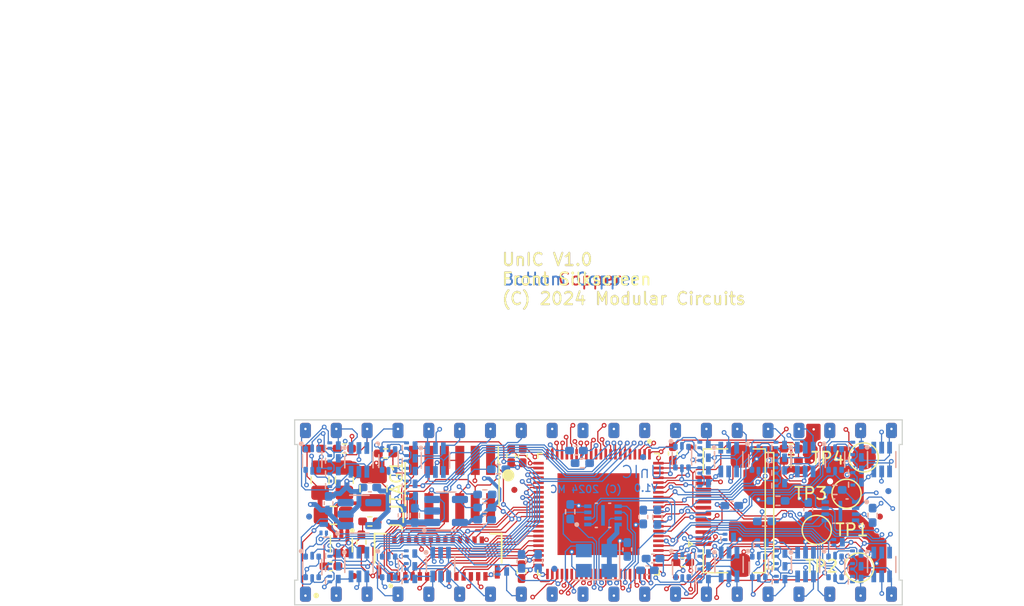
<source format=kicad_pcb>
(kicad_pcb (version 20240108) (generator "pcbnew") (generator_version "8.0")
  (title_block (title "UnIC") (date "2024-05-02") (rev "1.0") (company "Modular Circuits"))
  (layers (0 "F.Cu" signal) (1 "In1.Cu" mixed) (2 "In2.Cu" mixed) (31 "B.Cu" signal) (34 "B.Paste" user) (35 "F.Paste" user) (36 "B.SilkS" user "B.Silkscreen") (37 "F.SilkS" user "F.Silkscreen") (38 "B.Mask" user) (39 "F.Mask" user) (44 "Edge.Cuts" user))
  (net 0 "")
  (net 1 "GND")
  (net 2 "/PIN1")
  (net 3 "LINE")
  (net 4 "/PIN2")
  (net 5 "+5V")
  (net 6 "/PIN3")
  (net 7 "/PIN4")
  (net 8 "/PIN5")
  (net 9 "/PIN6")
  (net 10 "/PIN7")
  (net 11 "/PIN8")
  (net 12 "/PIN9")
  (net 13 "/PIN10")
  (net 14 "/PIN11")
  (net 15 "/PIN12")
  (net 16 "/PIN13")
  (net 17 "/PIN14")
  (net 18 "/PIN16")
  (net 19 "/PIN17")
  (net 20 "/PIN18")
  (net 21 "/PIN19")
  (net 22 "/PIN20")
  (net 23 "/PIN21")
  (net 24 "/PIN22")
  (net 25 "/PIN23")
  (net 26 "/PIN24")
  (net 27 "/PIN25")
  (net 28 "/PIN26")
  (net 29 "/PIN27")
  (net 30 "/PIN28")
  (net 31 "/PIN29")
  (net 32 "/PIN30")
  (net 33 "/PIN31")
  (net 34 "/PIN32")
  (net 35 "/PIN33")
  (net 36 "/PIN34")
  (net 37 "/PIN35")
  (net 38 "/PIN36")
  (net 39 "/PIN37")
  (net 40 "/PIN38")
  (net 41 "/PIN39")
  (net 42 "/PIN40")
  (net 43 "/JTAG_SEL_N")
  (net 44 "/DONE")
  (net 45 "+3V3")
  (net 46 "+1V2")
  (net 47 "Net-(U6-BST)")
  (net 48 "/JTAG_TMS")
  (net 49 "/JTAG_TCK")
  (net 50 "/JTAG_TDO")
  (net 51 "/RECONFIG_N")
  (net 52 "/JTAG_TDI")
  (net 53 "/SPI_MOSI_IO0")
  (net 54 "/LCD_RST_N")
  (net 55 "/LCD_CS_N")
  (net 56 "/PIN1_F")
  (net 57 "/PIN2_F")
  (net 58 "/PIN3_F")
  (net 59 "/PIN4_F")
  (net 60 "/PIN5_F")
  (net 61 "/PIN6_F")
  (net 62 "/PIN7_F")
  (net 63 "/PIN8_F")
  (net 64 "/PIN9_F")
  (net 65 "/PIN10_F")
  (net 66 "/PIN11_F")
  (net 67 "/PIN12_F")
  (net 68 "/PIN13_F")
  (net 69 "/PIN14_F")
  (net 70 "/PIN15_F")
  (net 71 "/PIN16_F")
  (net 72 "/PIN17_F")
  (net 73 "/PIN18_F")
  (net 74 "/PIN19_F")
  (net 75 "/PIN21_F")
  (net 76 "/PIN22_F")
  (net 77 "/PIN23_F")
  (net 78 "/PIN24_F")
  (net 79 "/PIN25_F")
  (net 80 "/PIN26_F")
  (net 81 "/PIN27_F")
  (net 82 "/PIN28_F")
  (net 83 "/PIN29_F")
  (net 84 "/PIN30_F")
  (net 85 "/PIN31_F")
  (net 86 "/PIN32_F")
  (net 87 "/PIN33_F")
  (net 88 "/PIN34_F")
  (net 89 "/PIN35_F")
  (net 90 "/PIN36_F")
  (net 91 "/PIN37_F")
  (net 92 "/PIN38_F")
  (net 93 "/PIN39_F")
  (net 94 "/PIN40_F")
  (net 95 "/PIN20_F")
  (net 96 "Net-(U6-SW)")
  (net 97 "/IO1A")
  (net 98 "/IO1B")
  (net 99 "/IO2A")
  (net 100 "/IO2B")
  (net 101 "/IO3A")
  (net 102 "/IO3B")
  (net 103 "/IO4A")
  (net 104 "/IO4B")
  (net 105 "/IO5A")
  (net 106 "/IO5B")
  (net 107 "/IO6A")
  (net 108 "/IO6B")
  (net 109 "/SPI_CLK")
  (net 110 "/CLK1")
  (net 111 "/SPI_IO2")
  (net 112 "/SPI_IO3")
  (net 113 "/FLASH_CS_N")
  (net 114 "/PSRAM_CS_N")
  (net 116 "Net-(LED_DONE1-A)")
  (net 117 "Net-(U6-FB)")
  (net 118 "/SPI_MISO_IO1")
  (net 119 "Net-(U1-IOR13A{slash}FASTRD_N{slash}D3)")
  (net 120 "/PIN15")
  (net 121 "Net-(U3-ADJ)")
  (net 125 "Net-(Q41-D)")
  (footprint "UNIC:C_0805_2012Metric_Pad1.18x1.45mm_HandSolder" (layer "F.Cu") (at 41.4775 62.95 180)
    (property "Reference" "C5" (hide yes))
    (property "Value" "10u")
  )
  (footprint "UNIC:TestPoint_Pad_D2.0mm" (layer "F.Cu") (at 85.15 58.175)
    (property "Reference" "TP4")
    (property "Value" "TestPoint" (hide yes))
  )
  (footprint "UNIC:TestPoint_Pad_D2.0mm" (layer "F.Cu") (at 81.2775 64.15)
    (property "Reference" "TP1")
    (property "Value" "TestPoint" (hide yes))
  )
  (footprint "UNIC:LED_0402_1005Metric_Pad0.77x0.64mm_HandSolder" (layer "F.Cu") (at 39.8775 57.45)
    (property "Reference" "LED_DONE1" (hide yes))
    (property "Value" "LED")
  )
  (footprint "UNIC:SOT-563" (layer "F.Cu") (at 42.1285 65.3 -90)
    (property "Reference" "U6" (hide yes))
    (property "Value" "AP62150Z6")
  )
  (footprint "UNIC:PinHeader_2x06_P1.27mm_Vertical_SMD" (layer "F.Cu") (at 51.2475 60.37 -90)
    (property "Reference" "J_JTAG1")
    (property "Value" "Conn_02x06_Odd_Even" (hide yes))
  )
  (footprint "UNIC:R_0402_1005Metric_Pad0.72x0.64mm_HandSolder" (layer "F.Cu") (at 45.7775 57.85)
    (property "Reference" "R16" (hide yes))
    (property "Value" "10k")
  )
  (footprint "UNIC:C_0805_2012Metric_Pad1.18x1.45mm_HandSolder" (layer "F.Cu") (at 40.3775 60.05 -90)
    (property "Reference" "C7" (hide yes))
    (property "Value" "22u")
  )
  (footprint "UNIC:R_0402_1005Metric_Pad0.72x0.64mm_HandSolder" (layer "F.Cu") (at 79.1775 57.45)
    (property "Reference" "R2" (hide yes))
    (property "Value" "1k")
  )
  (footprint "UNIC:TestPoint_Pad_D2.0mm" (layer "F.Cu") (at 84.7775 67.25)
    (property "Reference" "TP2")
    (property "Value" "TestPoint" (hide yes))
  )
  (footprint "UNIC:CFAL12832C-0091B-W_A" (layer "F.Cu") (at 65.0805 60.922)
    (property "Reference" "DISPLAY1" (hide yes))
    (property "Value" "Housing" (hide yes))
  )
  (footprint "UNIC:L_1008_2520Metric_Pad1.43x2.20mm_HandSolder" (layer "F.Cu") (at 44.7775 60.75 90)
    (property "Reference" "L1" (hide yes))
    (property "Value" "10uH")
  )
  (footprint "UNIC:Fiducial_0.5mm_Mask1mm" (layer "F.Cu") (at 70.8775 57.35)
    (property "Reference" "FID2" (hide yes))
    (property "Value" "Fiducial" (hide yes))
  )
  (footprint "UNIC:C_0402_1005Metric_Pad0.74x0.62mm_HandSolder" (layer "F.Cu") (at 56.9675 67.59 90)
    (property "Reference" "C11" (hide yes))
    (property "Value" "2.2u")
  )
  (footprint "UNIC:C_0402_1005Metric_Pad0.74x0.62mm_HandSolder" (layer "F.Cu") (at 57.0675 58.05 -90)
    (property "Reference" "C20" (hide yes))
    (property "Value" "2.2u")
  )
  (footprint "UNIC:C_0402_1005Metric_Pad0.74x0.62mm_HandSolder" (layer "F.Cu") (at 70.2475 66.82)
    (property "Reference" "C15" (hide yes))
    (property "Value" "2.2u")
  )
  (footprint "UNIC:C_0402_1005Metric_Pad0.74x0.62mm_HandSolder" (layer "F.Cu") (at 69.4275 57.85 -90)
    (property "Reference" "C23" (hide yes))
    (property "Value" "2.2u")
  )
  (footprint "UNIC:DIP-40_pin_header" (layer "F.Cu") (at 63.3025 62.7 90)
    (property "Reference" "SOCKET1" (hide yes))
    (property "Value" "Conn_02x20_Counter_Clockwise" (hide yes))
  )
  (footprint "UNIC:QFN40P1000X1000X95-89N" (layer "F.Cu") (at 63.3025 62.8505 -90)
    (property "Reference" "U1" (hide yes))
    (property "Value" "GW1NR-LV9-QN88-C6/I5")
  )
  (footprint "UNIC:Fiducial_0.5mm_Mask1mm" (layer "F.Cu") (at 69.6775 68.05)
    (property "Reference" "FID9" (hide yes))
    (property "Value" "Fiducial" (hide yes))
  )
  (footprint "UNIC:Fiducial_0.5mm_Mask1mm" (layer "F.Cu") (at 86.4775 63.05)
    (property "Reference" "FID6" (hide yes))
    (property "Value" "Fiducial" (hide yes))
  )
  (footprint "UNIC:TestPoint_Pad_D2.0mm" (layer "F.Cu") (at 83.7325 61.17)
    (property "Reference" "TP3")
    (property "Value" "TestPoint" (hide yes))
  )
  (footprint "UNIC:R_0402_1005Metric_Pad0.72x0.64mm_HandSolder" (layer "F.Cu") (at 79.1775 58.45 180)
    (property "Reference" "R3" (hide yes))
    (property "Value" "10k")
  )
  (footprint "UNIC:Fiducial_0.5mm_Mask1mm" (layer "F.Cu") (at 56.3775 60.85)
    (property "Reference" "FID8" (hide yes))
    (property "Value" "Fiducial" (hide yes))
  )
  (footprint "UNIC:Fiducial_0.5mm_Mask1mm" (layer "F.Cu") (at 43.1775 67.95)
    (property "Reference" "FID4" (hide yes))
    (property "Value" "Fiducial" (hide yes))
  )
  (footprint "UNIC:R_0402_1005Metric_Pad0.72x0.64mm_HandSolder" (layer "F.Cu") (at 42.3775 57.45 180)
    (property "Reference" "R1" (hide yes))
    (property "Value" "220")
  )
  (footprint "UNIC:C_0805_2012Metric_Pad1.18x1.45mm_HandSolder" (layer "F.Cu") (at 42.3775 60.05 -90)
    (property "Reference" "C8" (hide yes))
    (property "Value" "22u")
  )
  (footprint "UNIC:Molex_502598-2793_2Rows-23P~0.60mm_Horizontal" (layer "F.Cu") (at 50.0975 66.36)
    (property "Reference" "J_EXT1" (hide yes))
    (property "Value" "Conn_01x27_MountingPin" (hide yes))
  )
  (footprint "UNIC:R_0402_1005Metric_Pad0.72x0.64mm_HandSolder" (layer "F.Cu") (at 44.4775 63.45 180)
    (property "Reference" "R4" (hide yes))
    (property "Value" "31.6k")
  )
  (footprint "UNIC:R_0402_1005Metric_Pad0.72x0.64mm_HandSolder" (layer "F.Cu") (at 43.7775 65.15 -90)
    (property "Reference" "R5" (hide yes))
    (property "Value" "10k")
  )
  (footprint "UNIC:CF31121D0R0-05-NH" (layer "F.Cu") (at 71.9385 62.573 90)
    (property "Reference" "J_DISPLAY1" (hide yes))
    (property "Value" "Conn_01x12_MountingPin" (hide yes))
  )
  (footprint "UNIC:C_0402_1005Metric_Pad0.74x0.62mm_HandSolder" (layer "F.Cu") (at 56.1175 58.05 -90)
    (property "Reference" "C4" (hide yes))
    (property "Value" "2.2u")
  )
  (footprint "UNIC:C_0402_1005Metric_Pad0.74x0.62mm_HandSolder" (layer "F.Cu") (at 41.2775 67.15 180)
    (property "Reference" "C6" (hide yes))
    (property "Value" "2.2u")
  )
  (footprint "UNIC:R_0402_1005Metric_Pad0.72x0.64mm_HandSolder" (layer "B.Cu") (at 55.0775 59.15)
    (property "Reference" "R6" (hide yes))
    (property "Value" "10k")
  )
  (footprint "UNIC:SOT-883" (layer "B.Cu") (at 72.0075 67.15)
    (property "Reference" "Q13" (hide yes))
    (property "Value" "2N7002")
  )
  (footprint "UNIC:Fiducial_0.5mm_Mask1mm" (layer "B.Cu") (at 66.9775 58.15 180)
    (property "Reference" "FID1" (hide yes))
    (property "Value" "Fiducial" (hide yes))
  )
  (footprint "UNIC:C_0402_1005Metric_Pad0.74x0.62mm_HandSolder" (layer "B.Cu") (at 47.1775 62.95 90)
    (property "Reference" "C1" (hide yes))
    (property "Value" "2.2u")
  )
  (footprint "UNIC:SOT-666" (layer "B.Cu") (at 70.1775 58.15 -90)
    (property "Reference" "D28" (hide yes))
    (property "Value" "BAT54CV")
  )
  (footprint "UNIC:SOT-883" (layer "B.Cu") (at 72 60.3)
    (property "Reference" "Q32" (hide yes))
    (property "Value" "2N7002")
  )
  (footprint "UNIC:SOT65P210X110-6N" (layer "B.Cu") (at 74.0575 67 -90)
    (property "Reference" "D3" (hide yes))
    (property "Value" "BAT54DF")
  )
  (footprint "UNIC:SOT-883" (layer "B.Cu") (at 78.2775 57.15)
    (property "Reference" "Q23" (hide yes))
    (property "Value" "2N7002")
  )
  (footprint "UNIC:SOT-883" (layer "B.Cu") (at 41.5275 58.25)
    (property "Reference" "Q38" (hide yes))
    (property "Value" "2N7002")
  )
  (footprint "UNIC:C_0402_1005Metric_Pad0.74x0.62mm_HandSolder" (layer "B.Cu") (at 61.4875 57.61 180)
    (property "Reference" "C19" (hide yes))
    (property "Value" "2.2u")
  )
  (footprint "UNIC:R_0402_1005Metric_Pad0.72x0.64mm_HandSolder" (layer "B.Cu") (at 48.1775 62.954 90)
    (property "Reference" "R17" (hide yes))
    (property "Value" "100k")
  )
  (footprint "UNIC:SOT-883" (layer "B.Cu") (at 47.8275 68.19)
    (property "Reference" "Q8" (hide yes))
    (property "Value" "2N7002")
  )
  (footprint "UNIC:SOT-883" (layer "B.Cu") (at 84.6 60.225)
    (property "Reference" "Q26" (hide yes))
    (property "Value" "2N7002")
  )
  (footprint "UNIC:R_0402_1005Metric_Pad0.72x0.64mm_HandSolder" (layer "B.Cu") (at 68.1575 63.11 -90)
    (property "Reference" "R13" (hide yes))
    (property "Value" "10k")
  )
  (footprint "UNIC:SOT-883" (layer "B.Cu") (at 47.8275 67.15)
    (property "Reference" "Q7" (hide yes))
    (property "Value" "2N7002")
  )
  (footprint "UNIC:C_0402_1005Metric_Pad0.74x0.62mm_HandSolder" (layer "B.Cu") (at 44.4775 60.65 180)
    (property "Reference" "C2" (hide yes))
    (property "Value" "2.2u")
  )
  (footprint "UNIC:SOT65P210X110-6N" (layer "B.Cu") (at 86.6275 67 -90)
    (property "Reference" "D5" (hide yes))
    (property "Value" "BAT54DF")
  )
  (footprint "UNIC:R_0402_1005Metric_Pad0.72x0.64mm_HandSolder" (layer "B.Cu") (at 53.9485 61.23 180)
    (property "Reference" "R15" (hide yes))
    (property "Value" "10k")
  )
  (footprint "UNIC:SOT-883" (layer "B.Cu") (at 84.6 58.175)
    (property "Reference" "Q12" (hide yes))
    (property "Value" "2N7002")
  )
  (footprint "UNIC:R_0402_1005Metric_Pad0.72x0.64mm_HandSolder" (layer "B.Cu") (at 82.7775 60.85)
    (property "Reference" "R8" (hide yes))
    (property "Value" "10k")
  )
  (footprint "UNIC:C_0402_1005Metric_Pad0.74x0.62mm_HandSolder" (layer "B.Cu") (at 67.3375 67.48)
    (property "Reference" "C9" (hide yes))
    (property "Value" "2.2u")
  )
  (footprint "UNIC:Fiducial_0.5mm_Mask1mm" (layer "B.Cu") (at 59.6775 67.35 180)
    (property "Reference" "FID7" (hide yes))
    (property "Value" "Fiducial" (hide yes))
  )
  (footprint "UNIC:Oscillator_SMD_Abracon_ASE-4Pin_3.2x2.5mm" (layer "B.Cu") (at 63.1475 66.68 180)
    (property "Reference" "X1" (hide yes))
    (property "Value" "27MHz")
  )
  (footprint "UNIC:SOT-883" (layer "B.Cu") (at 84.5775 66.1)
    (property "Reference" "Q20" (hide yes))
    (property "Value" "2N7002")
  )
  (footprint "UNIC:SOT-23-5" (layer "B.Cu") (at 50.7585 62.59)
    (property "Reference" "U3" (hide yes))
    (property "Value" "MIC5203-3.3BM5")
  )
  (footprint "UNIC:SOT-666" (layer "B.Cu") (at 76.4775 58.35 -90)
    (property "Reference" "D27" (hide yes))
    (property "Value" "BAT54CV")
  )
  (footprint "UNIC:SOT-883" (layer "B.Cu") (at 84.5775 68.2)
    (property "Reference" "Q22" (hide yes))
    (property "Value" "2N7002")
  )
  (footprint "UNIC:C_0402_1005Metric_Pad0.74x0.62mm_HandSolder" (layer "B.Cu") (at 80.5775 62.45 -90)
    (property "Reference" "C14" (hide yes))
    (property "Value" "2.2u")
  )
  (footprint "UNIC:C_0402_1005Metric_Pad0.74x0.62mm_HandSolder" (layer "B.Cu") (at 66.9975 63.0875 -90)
    (property "Reference" "C21" (hide yes))
    (property "Value" "2.2u")
  )
  (footprint "UNIC:SOT-883" (layer "B.Cu") (at 78.2775 59.25)
    (property "Reference" "Q27" (hide yes))
    (property "Value" "2N7002")
  )
  (footprint "UNIC:SOT-666" (layer "B.Cu") (at 46.0275 67.2 -90)
    (property "Reference" "D22" (hide yes))
    (property "Value" "BAT54CV")
  )
  (footprint "UNIC:SOT65P210X110-6N" (layer "B.Cu") (at 49.8775 58.4 -90)
    (property "Reference" "D8" (hide yes))
    (property "Value" "BAT54DF")
  )
  (footprint "UNIC:SOT-666" (layer "B.Cu") (at 46.0175 58.35 -90)
    (property "Reference" "D29" (hide yes))
    (property "Value" "BAT54CV")
  )
  (footprint "UNIC:SOT65P210X110-6N" (layer "B.Cu") (at 86.6275 58.35 -90)
    (property "Reference" "D11" (hide yes))
    (property "Value" "BAT54DF")
  )
  (footprint "UNIC:SOT65P210X110-6N" (layer "B.Cu") (at 43.5775 67 -90)
    (property "Reference" "D1" (hide yes))
    (property "Value" "BAT54DF")
  )
  (footprint "UNIC:SOT-883" (layer "B.Cu") (at 74.0775 64.73)
    (property "Reference" "Q9" (hide yes))
    (property "Value" "2N7002")
  )
  (footprint "UNIC:SOT-883" (layer "B.Cu") (at 76.7675 65.2)
    (property "Reference" "Q15" (hide yes))
    (property "Value" "2N7002")
  )
  (footprint "UNIC:C_0402_1005Metric_Pad0.74x0.62mm_HandSolder" (layer "B.Cu") (at 41.0775 61.95 90)
    (property "Reference" "C10" (hide yes))
    (property "Value" "2.2u")
  )
  (footprint "UNIC:SOT-883" (layer "B.Cu") (at 72 57.15)
    (property "Reference" "Q29" (hide yes))
    (property "Value" "2N7002")
  )
  (footprint "UNIC:SOT-883" (layer "B.Cu") (at 84.6 57.15)
    (property "Reference" "Q11" (hide yes))
    (property "Value" "2N7002")
  )
  (footprint "UNIC:R_0402_1005Metric_Pad0.72x0.64mm_HandSolder" (layer "B.Cu") (at 53.9385 62.31 180)
    (property "Reference" "R14" (hide yes))
    (property "Value" "4.99k")
  )
  (footprint "UNIC:W25Q16JVUXIQ_TR" (layer "B.Cu") (at 83.2275 62.6 180)
    (property "Reference" "U7" (hide yes))
    (property "Value" "W25Q16JVUXIQ")
  )
  (footprint "UNIC:SOT-666" (layer "B.Cu") (at 39.7275 67.2 -90)
    (property "Reference" "D21" (hide yes))
    (property "Value" "BAT54CV")
  )
  (footprint "UNIC:R_0402_1005Metric_Pad0.72x0.64mm_HandSolder" (layer "B.Cu") (at 76.9775 63.45 180)
    (property "Reference" "R11" (hide yes))
    (property "Value" "10k")
  )
  (footprint "UNIC:SOT65P210X110-6N" (layer "B.Cu") (at 43.5775 58.38 -90)
    (property "Reference" "D9" (hide yes))
    (property "Value" "BAT54DF")
  )
  (footprint "UNIC:SOT-666" (layer "B.Cu") (at 39.7275 58.35 -90)
    (property "Reference" "D30" (hide yes))
    (property "Value" "BAT54CV")
  )
  (footprint "UNIC:C_0402_1005Metric_Pad0.74x0.62mm_HandSolder" (layer "B.Cu") (at 53.9285 63.31)
    (property "Reference" "C3" (hide yes))
    (property "Value" "2.2u")
  )
  (footprint "UNIC:SOT-883" (layer "B.Cu") (at 78.3075 68.2)
    (property "Reference" "Q18" (hide yes))
    (property "Value" "2N7002")
  )
  (footprint "UNIC:SOT-666" (layer "B.Cu") (at 82.7875 67.2 -90)
    (property "Reference" "D25" (hide yes))
    (property "Value" "BAT54CV")
  )
  (footprint "UNIC:R_0402_1005Metric_Pad0.72x0.64mm_HandSolder" (layer "B.Cu") (at 61.9775 58.65)
    (property "Reference" "R7" (hide yes))
    (property "Value" "10k")
  )
  (footprint "UNIC:SOT-883" (layer "B.Cu") (at 72 59.25)
    (property "Reference" "Q31" (hide yes))
    (property "Value" "2N7002")
  )
  (footprint "UNIC:C_0402_1005Metric_Pad0.74x0.62mm_HandSolder" (layer "B.Cu") (at 56.9675 66.74 90)
    (property "Reference" "C17" (hide yes))
    (property "Value" "2.2u")
  )
  (footprint "UNIC:Fiducial_0.5mm_Mask1mm" (layer "B.Cu") (at 87.1775 60.95 180)
    (property "Reference" "FID3" (hide yes))
    (property "Value" "Fiducial" (hide yes))
  )
  (footprint "UNIC:SOT-666" (layer "B.Cu") (at 70.2075 67.2 -90)
    (property "Reference" "D23" (hide yes))
    (property "Value" "BAT54CV")
  )
  (footprint "UNIC:SOT65P210X110-6N" (layer "B.Cu") (at 80.3275 58.35 -90)
    (property "Reference" "D6" (hide yes))
    (property "Value" "BAT54DF")
  )
  (footprint "UNIC:SOT-883" (layer "B.Cu") (at 78.3075 67.15)
    (property "Reference" "Q17" (hide yes))
    (property "Value" "2N7002")
  )
  (footprint "UNIC:SOT-23-5" (layer "B.Cu") (at 43.6175 62.85)
    (property "Reference" "U5" (hide yes))
    (property "Value" "MIC5504-1.2YM5")
  )
  (footprint "UNIC:SOT-883" (layer "B.Cu") (at 47.85 60.35)
    (property "Reference" "Q36" (hide yes))
    (property "Value" "2N7002")
  )
  (footprint "UNIC:SOT-883" (layer "B.Cu") (at 41.5275 57.2)
    (property "Reference" "Q37" (hide yes))
    (property "Value" "2N7002")
  )
  (footprint "UNIC:SOT-883" (layer "B.Cu") (at 83.0375 65.17)
    (property "Reference" "Q19" (hide yes))
    (property "Value" "2N7002")
  )
  (footprint "UNIC:SOT-883" (layer "B.Cu") (at 78.3075 66.1)
    (property "Reference" "Q16" (hide yes))
    (property "Value" "2N7002")
  )
  (footprint "UNIC:SOT-883" (layer "B.Cu") (at 55.39 67.58)
    (property "Reference" "Q5" (hide yes))
    (property "Value" "2N7002")
  )
  (footprint "UNIC:W25Q16JVUXIQ_TR" (layer "B.Cu") (at 63.6775 62.95)
    (property "Reference" "U4" (hide yes))
    (property "Value" "APS6404L-3SQR-ZR")
  )
  (footprint "UNIC:SOT65P210X110-6N" (layer "B.Cu") (at 74.0275 58.35 -90)
    (property "Reference" "D7" (hide yes))
    (property "Value" "BAT54DF")
  )
  (footprint "UNIC:C_0402_1005Metric_Pad0.74x0.62mm_HandSolder" (layer "B.Cu") (at 58.3375 66.74 90)
    (property "Reference" "C18" (hide yes))
    (property "Value" "2.2u")
  )
  (footprint "UNIC:SOT65P210X110-6N" (layer "B.Cu") (at 50.3025 67 -90)
    (property "Reference" "D2" (hide yes))
    (property "Value" "BAT54DF")
  )
  (footprint "UNIC:SOT-883" (layer "B.Cu") (at 41.5275 60.35)
    (property "Reference" "Q40" (hide yes))
    (property "Value" "2N7002")
  )
  (footprint "UNIC:SOT-883" (layer "B.Cu") (at 47.8775 61.35)
    (property "Reference" "Q41" (hide yes))
    (property "Value" "2N7002")
  )
  (footprint "UNIC:SOT-883" (layer "B.Cu") (at 47.8275 66.1)
    (property "Reference" "Q6" (hide yes))
    (property "Value" "2N7002")
  )
  (footprint "UNIC:SOT-883" (layer "B.Cu") (at 41.5275 66.1)
    (property "Reference" "Q2" (hide yes))
    (property "Value" "2N7002")
  )
  (footprint "UNIC:SOT-883" (layer "B.Cu") (at 47.85 59.3)
    (property "Reference" "Q35" (hide yes))
    (property "Value" "2N7002")
  )
  (footprint "UNIC:C_0402_1005Metric_Pad0.74x0.62mm_HandSolder" (layer "B.Cu") (at 74.2775 62.15)
    (property "Reference" "C16" (hide yes))
    (property "Value" "2.2u")
  )
  (footprint "UNIC:C_0402_1005Metric_Pad0.74x0.62mm_HandSolder" (layer "B.Cu") (at 65.6775 65.76 90)
    (property "Reference" "C13" (hide yes))
    (property "Value" "2.2u")
  )
  (footprint "UNIC:SOT65P210X110-6N" (layer "B.Cu") (at 80.3575 67 -90)
    (property "Reference" "D4" (hide yes))
    (property "Value" "BAT54DF")
  )
  (footprint "UNIC:SOT-883" (layer "B.Cu") (at 41.5275 67.15)
    (property "Reference" "Q3" (hide yes))
    (property "Value" "2N7002")
  )
  (footprint "UNIC:SOT-883" (layer "B.Cu") (at 84.5775 67.15)
    (property "Reference" "Q21" (hide yes))
    (property "Value" "2N7002")
  )
  (footprint "UNIC:SOT-666" (layer "B.Cu") (at 82.7875 58.35 -90)
    (property "Reference" "D26" (hide yes))
    (property "Value" "BAT54CV")
  )
  (footprint "UNIC:SOT-883" (layer "B.Cu") (at 47.85 58.25)
    (property "Reference" "Q34" (hide yes))
    (property "Value" "2N7002")
  )
  (footprint "UNIC:SOT-883" (layer "B.Cu") (at 84.6 59.2)
    (property "Reference" "Q25" (hide yes))
    (property "Value" "2N7002")
  )
  (footprint "UNIC:SOT-883" (layer "B.Cu") (at 41.5275 68.2)
    (property "Reference" "Q4" (hide yes))
    (property "Value" "2N7002")
  )
  (footprint "UNIC:C_0402_1005Metric_Pad0.74x0.62mm_HandSolder" (layer "B.Cu") (at 67.7975 66.51 180)
    (property "Reference" "C22" (hide yes))
    (property "Value" "2.2u")
  )
  (footprint "UNIC:SOT-883" (layer "B.Cu") (at 72.0075 68.2)
    (property "Reference" "Q14" (hide yes))
    (property "Value" "2N7002")
  )
  (footprint "UNIC:SOT-883" (layer "B.Cu") (at 78.2775 60.3)
    (property "Reference" "Q28" (hide yes))
    (property "Value" "2N7002")
  )
  (footprint "UNIC:SOT-883" (layer "B.Cu") (at 72 58.2)
    (property "Reference" "Q30" (hide yes))
    (property "Value" "2N7002")
  )
  (footprint "UNIC:R_0402_1005Metric_Pad0.72x0.64mm_HandSolder" (layer "B.Cu") (at 78.0775 61.75)
    (property "Reference" "R10" (hide yes))
    (property "Value" "10k")
  )
  (footprint "UNIC:R_0402_1005Metric_Pad0.72x0.64mm_HandSolder" (layer "B.Cu") (at 60.9775 62.65 90)
    (property "Reference" "R12" (hide yes))
    (property "Value" "10k")
  )
  (footprint "UNIC:SOT-883" (layer "B.Cu") (at 47.85 57.2)
    (property "Reference" "Q33" (hide yes))
    (property "Value" "2N7002")
  )
  (footprint "UNIC:SOT-883" (layer "B.Cu") (at 41.5275 59.3)
    (property "Reference" "Q39" (hide yes))
    (property "Value" "2N7002")
  )
  (footprint "UNIC:Fiducial_0.5mm_Mask1mm" (layer "B.Cu") (at 39.4775 63.05 180)
    (property "Reference" "FID5" (hide yes))
    (property "Value" "Fiducial" (hide yes))
  )
  (footprint "UNIC:R_0402_1005Metric_Pad0.72x0.64mm_HandSolder" (layer "B.Cu") (at 85.8775 62.95 -90)
    (property "Reference" "R9" (hide yes))
    (property "Value" "10k")
  )
  (footprint "UNIC:SOT-883" (layer "B.Cu") (at 78.2775 58.2)
    (property "Reference" "Q24" (hide yes))
    (property "Value" "2N7002")
  )
  (footprint "UNIC:SOT-883" (layer "B.Cu") (at 40.6775 64.05 90)
    (property "Reference" "Q1" (hide yes))
    (property "Value" "2N7002")
  )
  (footprint "UNIC:SOT-883" (layer "B.Cu") (at 72.0075 66.1)
    (property "Reference" "Q10" (hide yes))
    (property "Value" "2N7002")
  )
  (footprint "UNIC:SOT-666" (layer "B.Cu") (at 76.5075 67.2 -90)
    (property "Reference" "D24" (hide yes))
    (property "Value" "BAT54CV")
  )
  (gr_circle (center 55.8775 59.65) (end 56.301764 59.65) (stroke (width 0.15)) (fill solid) (layer "F.SilkS"))
  (gr_line (start 88.3215 55.08) (end 38.2835 55.08) (stroke (width 0.1)) (layer "Edge.Cuts"))
  (gr_line (start 88.3215 55.08) (end 88.3215 57.112) (stroke (width 0.1)) (layer "Edge.Cuts"))
  (gr_line (start 38.5375 68.288) (end 38.5375 57.112) (stroke (width 0.1)) (layer "Edge.Cuts"))
  (gr_line (start 38.2835 57.112) (end 38.2835 55.08) (stroke (width 0.1)) (layer "Edge.Cuts"))
  (gr_line (start 38.2835 70.32) (end 38.2835 68.288) (stroke (width 0.1)) (layer "Edge.Cuts"))
  (gr_line (start 38.5375 57.112) (end 38.2835 57.112) (stroke (width 0.1)) (layer "Edge.Cuts"))
  (gr_line (start 88.3215 57.112) (end 88.0675 57.112) (stroke (width 0.1)) (layer "Edge.Cuts"))
  (gr_line (start 88.3215 70.32) (end 88.3215 68.288) (stroke (width 0.1)) (layer "Edge.Cuts"))
  (gr_line (start 38.2835 68.288) (end 38.5375 68.288) (stroke (width 0.1)) (layer "Edge.Cuts"))
  (gr_line (start 88.3215 70.32) (end 38.2835 70.32) (stroke (width 0.1)) (layer "Edge.Cuts"))
  (gr_line (start 88.0675 68.288) (end 88.0675 57.112) (stroke (width 0.1)) (layer "Edge.Cuts"))
  (gr_line (start 88.3215 68.288) (end 88.0675 68.288) (stroke (width 0.1)) (layer "Edge.Cuts"))
  (gr_text "UnIC V1.0\nFront Copper\n(C) 2024 Modular Circuits" (at 55.2725 45.67 0) (layer "F.Cu") (effects (font (size 1 1)) (justify left bottom)))
  (gr_text "UnIC" (at 68.6675 59.9605 0) (layer "B.Cu") (effects (font (size 1 1) (thickness 0.1)) (justify left bottom mirror)))
  (gr_text "UnIC V1.0\nBottom Copper\n(C) 2024 Modular Circuits" (at 55.2725 45.67 0) (layer "B.Cu") (effects (font (size 1 1)) (justify left bottom)))
  (gr_text "V1.0" (at 68.2375 61.0505 0) (layer "B.Cu") (effects (font (size 0.6 0.6) (thickness 0.1)) (justify left bottom mirror)))
  (gr_text "(C) 2024 MC" (at 65.2775 61.15 0) (layer "B.Cu") (effects (font (size 0.6 0.6) (thickness 0.1)) (justify left bottom mirror)))
  (gr_text "UnIC V1.0\nFront Silkscreen\n(C) 2024 Modular Circuits" (at 55.2725 45.67 0) (layer "F.SilkS") (effects (font (size 1 1)) (justify left bottom)))
  (segment (start 73.272011 60.104511) (end 72.807727 60.104511) (width 0.1) (layer "F.Cu") (net 1))
  (segment (start 49.197499 67.982389) (end 49.197499 68.330001) (width 0.1) (layer "F.Cu") (net 1))
  (segment (start 48.733 65.559101) (end 48.297501 65.123602) (width 0.1) (layer "F.Cu") (net 1))
  (segment (start 68.2375 58.6505) (end 68.2375 58.24) (width 0.1) (layer "F.Cu") (net 1))
  (segment (start 72.807727 60.104511) (end 72.526216 59.823) (width 0.1) (layer "F.Cu") (net 1))
  (segment (start 78.58 58.45) (end 78.58 59.637475) (width 0.1) (layer "F.Cu") (net 1))
  (segment (start 50.997501 67.982389) (end 50.997501 68.810001) (width 0.1) (layer "F.Cu") (net 1))
  (segment (start 52.449637 64.25902) (end 51.897501 64.811156) (width 0.1) (layer "F.Cu") (net 1))
  (segment (start 74.3775 59.95) (end 74.3775 58.884) (width 0.1) (layer "F.Cu") (net 1))
  (segment (start 50.997501 68.810001) (end 51.0075 68.82) (width 0.1) (layer "F.Cu") (net 1))
  (segment (start 41.2775 64.05) (end 41.6055 64.378) (width 0.3) (layer "F.Cu") (net 1))
  (segment (start 58.562564 68.41) (end 59.225587 68.41) (width 0.1) (layer "F.Cu") (net 1))
  (segment (start 41.6055 64.378) (end 41.6055 64.45) (width 0.3) (layer "F.Cu") (net 1))
  (segment (start 43.7775 67.154975) (end 44.562525 67.94) (width 0.1) (layer "F.Cu") (net 1))
  (segment (start 74.9045 66.323) (end 75.2775 65.95) (width 0.1) (layer "F.Cu") (net 1))
  (segment (start 67.1025 57.567052) (end 67.334052 57.3355) (width 0.1) (layer "F.Cu") (net 1))
  (segment (start 79.052525 60.11) (end 80.2375 60.11) (width 0.1) (layer "F.Cu") (net 1))
  (segment (start 57.1275 67.0825) (end 55.735 67.0825) (width 0.1) (layer "F.Cu") (net 1))
  (segment (start 44.7175 67.94) (end 44.722 67.94) (width 0.1) (layer "F.Cu") (net 1))
  (segment (start 50.0975 64.967379) (end 50.0975 64.58) (width 0.1) (layer "F.Cu") (net 1))
  (segment (start 49.197499 68.330001) (end 48.5775 68.95) (width 0.1) (layer "F.Cu") (net 1))
  (segment (start 70.906951 67.500498) (end 70.815 67.408547) (width 0.1) (layer "F.Cu") (net 1))
  (segment (start 49.9575 64.44) (end 50.0975 64.58) (width 0.1) (layer "F.Cu") (net 1))
  (segment (start 50.6125 58.42) (end 51.8825 58.42) (width 0.1) (layer "F.Cu") (net 1))
  (segment (start 39.305 59.74) (end 40.9775 61.4125) (width 0.1) (layer "F.Cu") (net 1))
  (segment (start 72.9375 64.71) (end 72.9375 64.89) (width 0.1) (layer "F.Cu") (net 1))
  (segment (start 55.2018 67.6157) (end 55.735 67.0825) (width 0.1) (layer "F.Cu") (net 1))
  (segment (start 52.7975 68.628851) (end 52.7975 67.982389) (width 0.1) (layer "F.Cu") (net 1))
  (segment (start 54.972502 67.6157) (end 55.2018 67.6157) (width 0.1) (layer "F.Cu") (net 1))
  (segment (start 69.1945 58.6505) (end 68.2375 58.6505) (width 0.1) (layer "F.Cu") (net 1))
  (segment (start 67.489911 68.520498) (end 67.1025 68.133087) (width 0.1) (layer "F.Cu") (net 1))
  (segment (start 59.5025 57.311506) (end 59.330494 57.1395) (width 0.1) (layer "F.Cu") (net 1))
  (segment (start 43.7775 65.7475) (end 43.7775 67.154975) (width 0.1) (layer "F.Cu") (net 1))
  (segment (start 48.733 65.75) (end 48.733 65.559101) (width 0.1) (layer "F.Cu") (net 1))
  (segment (start 73.0775 62.9595) (end 72.714 63.323) (width 0.1) (layer "F.Cu") (net 1))
  (segment (start 41.2775 64.05) (end 40.44 63.2125) (width 0.4) (layer "F.Cu") (net 1))
  (segment (start 58.317 59) (end 57.45 59) (width 0.1) (layer "F.Cu") (net 1))
  (segment (start 72.9375 64.89) (end 72.5045 65.323) (width 0.1) (layer "F.Cu") (net 1))
  (segment (start 67.6205 68.520498) (end 67.489911 68.520498) (width 0.1) (layer "F.Cu") (net 1))
  (segment (start 39.305 57.45) (end 39.305 59.74) (width 0.1) (layer "F.Cu") (net 1))
  (segment (start 59.5025 57.9155) (end 59.5025 57.311506) (width 0.1) (layer "F.Cu") (net 1))
  (segment (start 45.0418 67.6157) (end 44.7175 67.94) (width 0.1) (layer "F.Cu") (net 1))
  (segment (start 73.3575 60.19) (end 73.272011 60.104511) (width 0.1) (layer "F.Cu") (net 1))
  (segment (start 78.58 59.637475) (end 79.052525 60.11) (width 0.1) (layer "F.Cu") (net 1))
  (segment (start 48.297501 64.967379) (end 48.297501 64.649999) (width 0.1) (layer "F.Cu") (net 1))
  (segment (start 57.45 59) (end 57.0675 58.6175) (width 0.1) (layer "F.Cu") (net 1))
  (segment (start 52.5375 64.25902) (end 52.449637 64.25902) (width 0.1) (layer "F.Cu") (net 1))
  (segment (start 58.3675 66.6505) (end 57.627 66.6505) (width 0.1) (layer "F.Cu") (net 1))
  (segment (start 58.123916 67.971352) (end 58.562564 68.41) (width 0.1) (layer "F.Cu") (net 1))
  (segment (start 57.627 66.6505) (end 57.5595 66.6505) (width 0.1) (layer "F.Cu") (net 1))
  (segment (start 48.297501 64.649999) (end 48.5075 64.44) (width 0.1) (layer "F.Cu") (net 1))
  (segment (start 42.215 61.25) (end 40.54 61.25) (width 0.4) (layer "F.Cu") (net 1))
  (segment (start 70.815 67.408547) (end 70.815 66.82) (width 0.1) (layer "F.Cu") (net 1))
  (segment (start 48.5075 64.44) (end 49.9575 64.44) (width 0.1) (layer "F.Cu") (net 1))
  (segment (start 59.225587 68.41) (end 59.5025 68.133087) (width 0.1) (layer "F.Cu") (net 1))
  (segment (start 67.334052 57.3355) (end 67.509474 57.3355) (width 0.1) (layer "F.Cu") (net 1))
  (segment (start 74.1775 60.15) (end 74.3775 59.95) (width 0.1) (layer "F.Cu") (net 1))
  (segment (start 67.509474 57.3355) (end 67.854103 56.990871) (width 0.1) (layer "F.Cu") (net 1))
  (segment (start 42.581988 60.140488) (end 42.581988 60.883012) (width 0.4) (layer "F.Cu") (net 1))
  (segment (start 56.255 58.6175) (end 56.6375 59) (width 0.1) (layer "F.Cu") (net 1))
  (segment (start 45.222498 67.6157) (end 45.0418 67.6157) (width 0.1) (layer "F.Cu") (net 1))
  (segment (start 50.012002 58.60354) (end 50.42896 58.60354) (width 0.1) (layer "F.Cu") (net 1))
  (segment (start 40.3775 61.0875) (end 40.3775 62.8875) (width 0.4) (layer "F.Cu") (net 1))
  (segment (start 52.60634 68.820011) (end 52.7975 68.628851) (width 0.1) (layer "F.Cu") (net 1))
  (segment (start 68.2375 58.24) (end 68.2475 58.23) (width 0.1) (layer "F.Cu") (net 1))
  (segment (start 57.5595 66.6505) (end 57.1275 67.0825) (width 0.1) (layer "F.Cu") (net 1))
  (segment (start 72.714 63.323) (end 71.9385 63.323) (width 0.1) (layer "F.Cu") (net 1))
  (segment (start 57.02 58.6175) (end 56.6375 59) (width 0.1) (layer "F.Cu") (net 1))
  (segment (start 44.562525 67.94) (end 44.722 67.94) (width 0.1) (layer "F.Cu") (net 1))
  (via (at 86.6375 69.39) (size 0.4) (drill 0.2) (layers "F.Cu" "B.Cu") (remove_unused_layers yes) (zone_layer_connections "In1.Cu") (net 1))
  (via (at 80.2375 60.11) (size 0.4) (drill 0.2) (layers "F.Cu" "B.Cu") (remove_unused_layers yes) (zone_layer_connections "In1.Cu") (net 1))
  (via (at 68.2475 58.23) (size 0.4) (drill 0.2) (layers "F.Cu" "B.Cu") (remove_unused_layers yes) (zone_layer_connections "In1.Cu") (net 1))
  (via (at 67.6205 68.520498) (size 0.4) (drill 0.2) (layers "F.Cu" "B.Cu") (remove_unused_layers yes) (zone_layer_connections "In1.Cu") (net 1))
  (via (at 66.3775 63.73) (size 0.4) (drill 0.2) (layers "F.Cu" "B.Cu") (remove_unused_layers yes) (zone_layer_connections "In1.Cu") (net 1))
  (via (at 46.6775 61.55) (size 0.4) (drill 0.2) (layers "F.Cu" "B.Cu") (remove_unused_layers yes) (zone_layer_connections "In1.Cu") (net 1))
  (via (at 61.6775 62.15) (size 0.4) (drill 0.2) (layers "F.Cu" "B.Cu") (remove_unused_layers yes) (zone_layer_connections "In1.Cu") (net 1))
  (via (at 74.1775 60.15) (size 0.4) (drill 0.2) (layers "F.Cu" "B.Cu") (remove_unused_layers yes) (zone_layer_connections "In1.Cu") (net 1))
  (via (at 72.9375 64.71) (size 0.4) (drill 0.2) (layers "F.Cu" "B.Cu") (remove_unused_layers yes) (zone_layer_connections "In1.Cu") (net 1))
  (via (at 59.330494 57.1395) (size 0.4) (drill 0.2) (layers "F.Cu" "B.Cu") (remove_unused_layers yes) (zone_layer_connections "In1.Cu") (net 1))
  (via (at 43.3875 68.9) (size 0.4) (drill 0.2) (layers "F.Cu" "B.Cu") (remove_unused_layers yes) (zone_layer_connections "In1.Cu") (net 1))
  (via (at 57.627 66.6505) (size 0.4) (drill 0.2) (layers "F.Cu" "B.Cu") (remove_unused_layers yes) (zone_layer_connections "In1.Cu") (net 1))
  (via (at 52.5375 64.25902) (size 0.4) (drill 0.2) (layers "F.Cu" "B.Cu") (remove_unused_layers yes) (zone_layer_connections "In1.Cu") (net 1))
  (via (at 75.3775 61.75) (size 0.4) (drill 0.2) (layers "F.Cu" "B.Cu") (remove_unused_layers yes) (zone_layer_connections "In1.Cu") (net 1))
  (via (at 52.60634 68.820011) (size 0.4) (drill 0.2) (layers "F.Cu" "B.Cu") (remove_unused_layers yes) (zone_layer_connections "In1.Cu") (net 1))
  (via (at 84.9775 63.8405) (size 0.4) (drill 0.2) (layers "F.Cu" "B.Cu") (remove_unused_layers yes) (zone_layer_connections "In1.Cu") (net 1))
  (via (at 75.2775 65.95) (size 0.4) (drill 0.2) (layers "F.Cu" "B.Cu") (remove_unused_layers yes) (zone_layer_connections "In1.Cu") (net 1))
  (via (at 80.3575 67.2495) (size 0.4) (drill 0.2) (layers "F.Cu" "B.Cu") (remove_unused_layers yes) (zone_layer_connections "In1.Cu") (net 1))
  (via (at 74.0075 68.68) (size 0.4) (drill 0.2) (layers "F.Cu" "B.Cu") (remove_unused_layers yes) (zone_layer_connections "In1.Cu") (net 1))
  (via (at 51.0075 68.82) (size 0.4) (drill 0.2) (layers "F.Cu" "B.Cu") (remove_unused_layers yes) (zone_layer_connections "In1.Cu") (net 1))
  (via (at 79.8775 62.85) (size 0.4) (drill 0.2) (layers "F.Cu" "B.Cu") (remove_unused_layers yes) (zone_layer_connections "In1.Cu") (net 1))
  (via (at 76.7775 62.65) (size 0.4) (drill 0.2) (layers "F.Cu" "B.Cu") (remove_unused_layers yes) (zone_layer_connections "In1.Cu") (net 1))
  (via (at 86.6075 60.14) (size 0.4) (drill 0.2) (layers "F.Cu" "B.Cu") (remove_unused_layers yes) (zone_layer_connections "In1.Cu") (net 1))
  (via (at 44.722 67.94) (size 0.4) (drill 0.2) (layers "F.Cu" "B.Cu") (remove_unused_layers yes) (zone_layer_connections "In1.Cu") (net 1))
  (via (at 61.1075 65.96) (size 0.4) (drill 0.2) (layers "F.Cu" "B.Cu") (remove_unused_layers yes) (zone_layer_connections "In1.Cu") (net 1))
  (via (at 51.8275 60.59) (size 0.4) (drill 0.2) (layers "F.Cu" "B.Cu") (remove_unused_layers yes) (zone_layer_connections "In1.Cu") (net 1))
  (via (at 48.733 65.75) (size 0.4) (drill 0.2) (layers "F.Cu" "B.Cu") (remove_unused_layers yes) (zone_layer_connections "In1.Cu") (net 1))
  (via (at 56.6375 59) (size 0.4) (drill 0.2) (layers "F.Cu" "B.Cu") (remove_unused_layers yes) (zone_layer_connections "In1.Cu") (net 1))
  (via (at 58.123916 67.971352) (size 0.4) (drill 0.2) (layers "F.Cu" "B.Cu") (remove_unused_layers yes) (zone_layer_connections "In1.Cu") (net 1))
  (via (at 73.3575 60.19) (size 0.4) (drill 0.2) (layers "F.Cu" "B.Cu") (remove_unused_layers yes) (zone_layer_connections "In1.Cu") (net 1))
  (via (at 67.854103 56.990871) (size 0.4) (drill 0.2) (layers "F.Cu" "B.Cu") (remove_unused_layers yes) (zone_layer_connections "In1.Cu") (net 1))
  (via (at 48.5775 68.95) (size 0.4) (drill 0.2) (layers "F.Cu" "B.Cu") (remove_unused_layers yes) (zone_layer_connections "In1.Cu") (net 1))
  (via (at 73.0775 62.9595) (size 0.4) (drill 0.2) (layers "F.Cu" "B.Cu") (remove_unused_layers yes) (zone_layer_connections "In1.Cu") (net 1))
  (via (at 50.012002 58.60354) (size 0.4) (drill 0.2) (layers "F.Cu" "B.Cu") (remove_unused_layers yes) (zone_layer_connections "In1.Cu") (net 1))
  (via (at 42.581988 60.140488) (size 0.4) (drill 0.2) (layers "F.Cu" "B.Cu") (remove_unused_layers yes) (zone_layer_connections "In1.Cu") (net 1))
  (via (at 65.0775 65.05) (size 0.4) (drill 0.2) (layers "F.Cu" "B.Cu") (remove_unused_layers yes) (zone_layer_connections "In1.Cu") (net 1))
  (via (at 70.906951 67.500498) (size 0.4) (drill 0.2) (layers "F.Cu" "B.Cu") (remove_unused_layers yes) (zone_layer_connections "In1.Cu") (net 1))
  (segment (start 43.5775 60.9825) (end 43.5775 62.105552) (width 0.4) (layer "B.Cu") (net 1))
  (segment (start 59.800994 57.61) (end 59.330494 57.1395) (width 0.1) (layer "B.Cu") (net 1))
  (segment (start 49.8775 59.38) (end 49.8775 58.738042) (width 0.1) (layer "B.Cu") (net 1))
  (segment (start 43.028264 60.140488) (end 43.5775 59.591252) (width 0.1) (layer "B.Cu") (net 1))
  (segment (start 74.0575 68.63) (end 74.0075 68.68) (width 0.1) (layer "B.Cu") (net 1))
  (segment (start 76.7775 62.65) (end 76.7775 63.0525) (width 0.1) (layer "B.Cu") (net 1))
  (segment (start 46.6775 61.8825) (end 47.1775 62.3825) (width 0.1) (layer "B.Cu") (net 1))
  (segment (start 46.6775 61.55) (end 46.6775 61.8825) (width 0.1) (layer "B.Cu") (net 1))
  (segment (start 61.1075 65.96) (end 61.1075 67.15) (width 0.1) (layer "B.Cu") (net 1))
  (segment (start 56.6375 59) (end 55.825 59) (width 0.1) (layer "B.Cu") (net 1))
  (segment (start 65.29 65.05) (end 65.75 65.51) (width 0.1) (layer "B.Cu") (net 1))
  (segment (start 41.6775 61.15) (end 41.445 61.3825) (width 0.4) (layer "B.Cu") (net 1))
  (segment (start 42.581988 60.140488) (end 43.028264 60.140488) (width 0.1) (layer "B.Cu") (net 1))
  (segment (start 67.23 66.805) (end 67.905 67.48) (width 0.1) (layer "B.Cu") (net 1))
  (segment (start 66.4525 63.655) (end 66.3775 63.73) (width 0.1) (layer "B.Cu") (net 1))
  (segment (start 49.8775 58.738042) (end 50.012002 58.60354) (width 0.1) (layer "B.Cu") (net 1))
  (segment (start 60.92 57.61) (end 59.800994 57.61) (width 0.1) (layer "B.Cu") (net 1))
  (segment (start 86.6375 67.99) (end 86.6375 69.39) (width 0.1) (layer "B.Cu") (net 1))
  (segment (start 60.9775 62.0525) (end 61.58 62.0525) (width 0.1) (layer "B.Cu") (net 1))
  (segment (start 57.149 66.1725) (end 57.627 66.6505) (width 0.1) (layer "B.Cu") (net 1))
  (segment (start 51.0075 68.82) (end 50.657501 68.82) (width 0.1) (layer "B.Cu") (net 1))
  (segment (start 43.91 60.65) (end 43.5775 60.9825) (width 0.4) (layer "B.Cu") (net 1))
  (segment (start 42.560692 60.613168) (end 42.02386 61.15) (width 0.4) (layer "B.Cu") (net 1))
  (segment (start 61.58 62.0525) (end 61.6775 62.15) (width 0.1) (layer "B.Cu") (net 1))
  (segment (start 52.4275 61.19) (end 51.8275 60.59) (width 0.1) (layer "B.Cu") (net 1))
  (segment (start 62.4275 62.2) (end 61.7275 62.2) (width 0.1) (layer "B.Cu") (net 1))
  (segment (start 47.0025 61.125) (end 46.6775 61.45) (width 0.1) (layer "B.Cu") (net 1))
  (segment (start 43.5775 67.98) (end 43.5775 68.71) (width 0.1) (layer "B.Cu") (net 1))
  (segment (start 50.657501 68.82) (end 50.3025 68.464999) (width 0.1) (layer "B.Cu") (net 1))
  (segment (start 43.5775 68.71) (end 43.3875 68.9) (width 0.1) (layer "B.Cu") (net 1))
  (segment (start 80.3275 59.33) (end 80.3275 60.02) (width 0.1) (layer "B.Cu") (net 1))
  (segment (start 50.3025 68.464999) (end 50.3025 67.98) (width 0.1) (layer "B.Cu") (net 1))
  (segment (start 75.3775 61.75) (end 74.9775 62.15) (width 0.1) (layer "B.Cu") (net 1))
  (segment (start 61.4625 67.505) (end 62.0975 67.505) (width 0.1) (layer "B.Cu") (net 1))
  (segment (start 65.0775 65.05) (end 65.29 65.05) (width 0.1) (layer "B.Cu") (net 1))
  (segment (start 43.5775 60.9825) (end 42.95132 60.9825) (width 0.4) (layer "B.Cu") (net 1))
  (segment (start 84.9775 63.8405) (end 84.487 63.35) (width 0.1) (layer "B.Cu") (net 1))
  (segment (start 53.537269 64.268731) (end 52.547211 64.268731) (width 0.1) (layer "B.Cu") (net 1))
  (segment (start 67.23 66.51) (end 67.23 66.805) (width 0.1) (layer "B.Cu") (net 1))
  (segment (start 74.0775 60.05) (end 74.0775 59.38) (width 0.1) (layer "B.Cu") (net 1))
  (segment (start 80.045 63.0175) (end 79.8775 62.85) (width 0.1) (layer "B.Cu") (net 1))
  (segment (start 54.496 63.31) (end 53.537269 64.268731) (width 0.1) (layer "B.Cu") (net 1))
  (segment (start 43.5775 62.105552) (end 42.833052 62.85) (width 0.4) (layer "B.Cu") (net 1))
  (segment (start 66.9975 63.655) (end 66.4525 63.655) (width 0.1) (layer "B.Cu") (net 1))
  (segment (start 46.6775 61.45) (end 46.6775 61.55) (width 0.1) (layer "B.Cu") (net 1))
  (segment (start 42.02386 61.15) (end 41.6775 61.15) (width 0.4) (layer "B.Cu") (net 1))
  (segment (start 42.581988 60.613168) (end 42.560692 60.613168) (width 0.4) (layer "B.Cu") (net 1))
  (segment (start 86.6275 59.33) (end 86.6275 60.12) (width 0.1) (layer "B.Cu") (net 1))
  (segment (start 67.6205 67.7645) (end 67.6205 68.520498) (width 0.1) (layer "B.Cu") (net 1))
  (segment (start 76.7775 63.0525) (end 76.38 63.45) (width 0.1) (layer "B.Cu") (net 1))
  (segment (start 67.905 67.48) (end 67.6205 67.7645) (width 0.1) (layer "B.Cu") (net 1))
  (segment (start 80.3275 60.02) (end 80.2375 60.11) (width 0.1) (layer "B.Cu") (net 1))
  (segment (start 41.445 61.3825) (end 41.0775 61.3825) (width 0.4) (layer "B.Cu") (net 1))
  (segment (start 42.581988 60.613168) (end 42.581988 60.171848) (width 0.4) (layer "B.Cu") (net 1))
  (segment (start 86.6275 60.12) (end 86.6075 60.14) (width 0.1) (layer "B.Cu") (net 1))
  (segment (start 47.5275 61.125) (end 47.0025 61.125) (width 0.1) (layer "B.Cu") (net 1))
  (segment (start 53.311 61.19) (end 52.4275 61.19) (width 0.1) (layer "B.Cu") (net 1))
  (segment (start 80.3575 67.98) (end 80.3575 67.2495) (width 0.1) (layer "B.Cu") (net 1))
  (segment (start 61.7275 62.2) (end 61.6775 62.15) (width 0.1) (layer "B.Cu") (net 1))
  (segment (start 74.1775 60.15) (end 74.0775 60.05) (width 0.1) (layer "B.Cu") (net 1))
  (segment (start 74.0575 67.98) (end 74.0575 68.63) (width 0.1) (layer "B.Cu") (net 1))
  (segment (start 61.1075 67.15) (end 61.4625 67.505) (width 0.1) (layer "B.Cu") (net 1))
  (segment (start 42.95132 60.9825) (end 42.581988 60.613168) (width 0.4) (layer "B.Cu") (net 1))
  (segment (start 52.547211 64.268731) (end 52.5375 64.25902) (width 0.1) (layer "B.Cu") (net 1))
  (segment (start 58.105 66.1725) (end 57.627 66.6505) (width 0.1) (layer "B.Cu") (net 1))
  (segment (start 80.5775 63.0175) (end 80.045 63.0175) (width 0.1) (layer "B.Cu") (net 1))
  (segment (start 38.937989 65.152273) (end 38.937989 69.335489) (width 0.1) (layer "F.Cu") (net 2))
  (segment (start 39.8775 64.2) (end 39.8775 64.212762) (width 0.1) (layer "F.Cu") (net 2))
  (segment (start 39.8775 64.212762) (end 38.937989 65.152273) (width 0.1) (layer "F.Cu") (net 2))
  (via (at 39.8775 64.2) (size 0.4) (drill 0.2) (layers "F.Cu" "B.Cu") (remove_unused_layers yes) (net 2))
  (via (at 41.8775 65.3995) (size 0.4) (drill 0.2) (layers "F.Cu" "B.Cu") (remove_unused_layers yes) (net 2))
  (segment (start 42.412716 65.3995) (end 42.9275 65.914284) (width 0.1) (layer "B.Cu") (net 2))
  (segment (start 39.8775 64.2) (end 40.3775 63.7) (width 0.1) (layer "B.Cu") (net 2))
  (segment (start 41.8775 65.3995) (end 42.412716 65.3995) (width 0.1) (layer "B.Cu") (net 2))
  (segment (start 42.611569 65.227931) (end 42.1285 65.711) (width 0.1) (layer "F.Cu") (net 3))
  (segment (start 86.210836 66.91) (end 86.210836 65.493336) (width 0.1) (layer "F.Cu") (net 3))
  (segment (start 42.1285 65.711) (end 42.1285 66.1) (width 0.1) (layer "F.Cu") (net 3))
  (segment (start 85.1575 64.44) (end 81.0475 64.44) (width 0.1) (layer "F.Cu") (net 3))
  (segment (start 80.7775 56.11) (end 81.0275 55.86) (width 0.1) (layer "F.Cu") (net 3))
  (segment (start 42.736123 65.227931) (end 42.6275 65.119308) (width 0.3) (layer "F.Cu") (net 3))
  (segment (start 42.736123 65.227931) (end 42.611569 65.227931) (width 0.1) (layer "F.Cu") (net 3))
  (segment (start 81.0475 64.44) (end 80.3575 65.13) (width 0.1) (layer "F.Cu") (net 3))
  (segment (start 42.6285 63.1385) (end 42.6285 64.473) (width 0.3) (layer "F.Cu") (net 3))
  (segment (start 86.210836 65.493336) (end 85.1575 64.44) (width 0.1) (layer "F.Cu") (net 3))
  (segment (start 80.7775 58.35) (end 80.7775 56.11) (width 0.1) (layer "F.Cu") (net 3))
  (segment (start 42.6275 65.119308) (end 42.6275 64.652) (width 0.3) (layer "F.Cu") (net 3))
  (segment (start 80.8775 58.45) (end 80.7775 58.35) (width 0.1) (layer "F.Cu") (net 3))
  (via (at 74.9575 64.93) (size 0.4) (drill 0.2) (layers "F.Cu" "B.Cu") (remove_unused_layers yes) (zone_layer_connections "F.Cu" "In2.Cu") (net 3))
  (via (at 80.8775 58.45) (size 0.4) (drill 0.2) (layers "F.Cu" "B.Cu") (remove_unused_layers yes) (zone_layer_connections "F.Cu" "In2.Cu") (net 3))
  (via (at 86.6175 56.08) (size 0.4) (drill 0.2) (layers "F.Cu" "B.Cu") (remove_unused_layers yes) (zone_layer_connections "In2.Cu") (net 3))
  (via (at 50.2275 55.85146) (size 0.4) (drill 0.2) (layers "F.Cu" "B.Cu") (remove_unused_layers yes) (zone_layer_connections "In1.Cu") (net 3))
  (via (at 43.5775 58.3605) (size 0.4) (drill 0.2) (layers "F.Cu" "B.Cu") (remove_unused_layers yes) (zone_layer_connections "In1.Cu" "In2.Cu") (net 3))
  (via (at 78.9775 56.35) (size 0.4) (drill 0.2) (layers "F.Cu" "B.Cu") (remove_unused_layers yes) (zone_layer_connections "In2.Cu") (net 3))
  (via (at 80.3575 65.13) (size 0.4) (drill 0.2) (layers "F.Cu" "B.Cu") (remove_unused_layers yes) (zone_layer_connections "F.Cu" "In2.Cu") (net 3))
  (via (at 42.736123 65.227931) (size 0.4) (drill 0.2) (layers "F.Cu" "B.Cu") (remove_unused_layers yes) (zone_layer_connections "In2.Cu") (net 3))
  (via (at 73.6475 56.12) (size 0.4) (drill 0.2) (layers "F.Cu" "B.Cu") (remove_unused_layers yes) (zone_layer_connections "In2.Cu") (net 3))
  (via (at 46.0305 63.462) (size 0.4) (drill 0.2) (layers "F.Cu" "B.Cu") (remove_unused_layers yes) (zone_layer_connections "In2.Cu") (net 3))
  (via (at 86.210836 66.91) (size 0.4) (drill 0.2) (layers "F.Cu" "B.Cu") (remove_unused_layers yes) (zone_layer_connections "F.Cu") (net 3))
  (via (at 81.0275 55.86) (size 0.4) (drill 0.2) (layers "F.Cu" "B.Cu") (remove_unused_layers yes) (zone_layer_connections "F.Cu" "In2.Cu") (net 3))
  (via (at 50.373202 66.745702) (size 0.4) (drill 0.2) (layers "F.Cu" "B.Cu") (remove_unused_layers yes) (zone_layer_connections "In2.Cu") (net 3))
  (segment (start 74.0275 57.37) (end 74.0275 56.5) (width 0.1) (layer "B.Cu") (net 3))
  (segment (start 78.9775 56.35) (end 79.3625 56.735) (width 0.1) (layer "B.Cu") (net 3))
  (segment (start 46.0305 63.462) (end 46.086 63.5175) (width 0.4) (layer "B.Cu") (net 3))
  (segment (start 80.177499 56.735) (end 80.3275 56.885001) (width 0.1) (layer "B.Cu") (net 3))
  (segment (start 50.3025 66.02) (end 50.3025 66.675) (width 0.1) (layer "B.Cu") (net 3))
  (segment (start 50.3025 66.675) (end 50.373202 66.745702) (width 0.1) (layer "B.Cu") (net 3))
  (segment (start 50.3045 61.64) (end 49.621 61.64) (width 0.1) (layer "B.Cu") (net 3))
  (segment (start 50.6025 61.938) (end 50.3045 61.64) (width 0.1) (layer "B.Cu") (net 3))
  (segment (start 46.086 63.5175) (end 47.9315 63.5175) (width 0.4) (layer "B.Cu") (net 3))
  (segment (start 80.3575 66.02) (end 80.3575 65.13) (width 0.1) (layer "B.Cu") (net 3))
  (segment (start 74.0275 56.5) (end 73.6475 56.12) (width 0.1) (layer "B.Cu") (net 3))
  (segment (start 42.736123 65.227931) (end 43.015461 65.227931) (width 0.1) (layer "B.Cu") (net 3))
  (segment (start 74.9575 64.93) (end 74.9575 64.97) (width 0.1) (layer "B.Cu") (net 3))
  (segment (start 79.3625 56.735) (end 80.177499 56.735) (width 0.1) (layer "B.Cu") (net 3))
  (segment (start 86.6275 66.37) (end 86.210836 66.786664) (width 0.1) (layer "B.Cu") (net 3))
  (segment (start 86.6175 56.08) (end 86.6175 57.36) (width 0.1) (layer "B.Cu") (net 3))
  (segment (start 74.9575 64.97) (end 74.5775 65.35) (width 0.1) (layer "B.Cu") (net 3))
  (segment (start 74.5775 65.35) (end 74.4075 65.35) (width 0.1) (layer "B.Cu") (net 3))
  (segment (start 50.6025 63.220999) (end 50.6025 61.938) (width 0.1) (layer "B.Cu") (net 3))
  (segment (start 86.210836 66.786664) (end 86.210836 66.91) (width 0.1) (layer "B.Cu") (net 3))
  (segment (start 74.4075 65.35) (end 74.0575 65.7) (width 0.1) (layer "B.Cu") (net 3))
  (segment (start 49.93202 56.14694) (end 50.2275 55.85146) (width 0.1) (layer "B.Cu") (net 3))
  (segment (start 48.2 63.54) (end 49.621 63.54) (width 0.5) (layer "B.Cu") (net 3))
  (segment (start 50.283499 63.54) (end 50.6025 63.220999) (width 0.1) (layer "B.Cu") (net 3))
  (segment (start 49.93202 57.36548) (end 49.93202 56.14694) (width 0.1) (layer "B.Cu") (net 3))
  (segment (start 43.015461 65.227931) (end 43.5775 65.78997) (width 0.1) (layer "B.Cu") (net 3))
  (segment (start 49.621 63.54) (end 50.283499 63.54) (width 0.1) (layer "B.Cu") (net 3))
  (segment (start 80.3275 56.885001) (end 80.3275 57.37) (width 0.1) (layer "B.Cu") (net 3))
  (segment (start 43.5775 58.3605) (end 43.5775 57.4) (width 0.1) (layer "B.Cu") (net 3))
  (segment (start 41.8775 68.2) (end 42.7075 68.2) (width 0.1) (layer "B.Cu") (net 4))
  (segment (start 41.7125 68.365) (end 41.7125 69.57) (width 0.1) (layer "B.Cu") (net 4))
  (segment (start 42.7075 68.2) (end 42.9275 67.98) (width 0.1) (layer "B.Cu") (net 4))
  (segment (start 41.8775 68.2) (end 41.7125 68.365) (width 0.1) (layer "B.Cu") (net 4))
  (segment (start 83.8475 66.32) (end 83.812002 66.32) (width 0.1) (layer "F.Cu") (net 5))
  (segment (start 84.7775 67.25) (end 83.8475 66.32) (width 0.1) (layer "F.Cu") (net 5))
  (segment (start 54.4575 67.8405) (end 54.315611 67.982389) (width 0.1) (layer "F.Cu") (net 5))
  (segment (start 54.315611 67.982389) (end 53.9975 67.982389) (width 0.1) (layer "F.Cu") (net 5))
  (via (at 83.7775 59.61) (size 0.4) (drill 0.2) (layers "F.Cu" "B.Cu") (remove_unused_layers yes) (zone_layer_connections "In1.Cu") (net 5))
  (via (at 73.3075 65.11) (size 0.4) (drill 0.2) (layers "F.Cu" "B.Cu") (remove_unused_layers yes) (zone_layer_connections "In2.Cu") (net 5))
  (via (at 53.9045 59.906) (size 0.4) (drill 0.2) (layers "F.Cu" "B.Cu") (remove_unused_layers yes) (zone_layer_connections "In1.Cu") (net 5))
  (via (at 77.3475 58.41) (size 0.4) (drill 0.2) (layers "F.Cu" "B.Cu") (remove_unused_layers yes) (zone_layer_connections "In1.Cu") (net 5))
  (via (at 47.052002 66.33) (size 0.4) (drill 0.2) (layers "F.Cu" "B.Cu") (remove_unused_layers yes) (zone_layer_connections "In2.Cu") (net 5))
  (via (at 71.075366 58.372134) (size 0.4) (drill 0.2) (layers "F.Cu" "B.Cu") (remove_unused_layers yes) (zone_layer_connections "In1.Cu") (net 5))
  (via (at 82.3775 60.15) (size 0.4) (drill 0.2) (layers "F.Cu" "B.Cu") (remove_unused_layers yes) (zone_layer_connections "In1.Cu" "In2.Cu") (net 5))
  (via (at 79.122106 67.602229) (size 0.4) (drill 0.2) (layers "F.Cu" "B.Cu") (remove_unused_layers yes) (zone_layer_connections "In2.Cu") (net 5))
  (via (at 54.4575 67.8405) (size 0.4) (drill 0.2) (layers "F.Cu" "B.Cu") (remove_unused_layers yes) (zone_layer_connections "In2.Cu") (net 5))
  (via (at 83.812002 66.32) (size 0.4) (drill 0.2) (layers "F.Cu" "B.Cu") (remove_unused_layers yes) (zone_layer_connections "In2.Cu") (net 5))
  (via (at 42.446973 56.840127) (size 0.4) (drill 0.2) (layers "F.Cu" "B.Cu") (remove_unused_layers yes) (zone_layer_connections "In1.Cu") (net 5))
  (via (at 41.1775 65.45) (size 0.4) (drill 0.2) (layers "F.Cu" "B.Cu") (remove_unused_layers yes) (zone_layer_connections "In1.Cu" "In2.Cu") (net 5))
  (via (at 46.9875 58.49) (size 0.4) (drill 0.2) (layers "F.Cu" "B.Cu") (remove_unused_layers yes) (zone_layer_connections "In1.Cu") (net 5))
  (via (at 40.7275 68.85) (size 0.4) (drill 0.2) (layers "F.Cu" "B.Cu") (remove_unused_layers yes) (zone_layer_connections "In1.Cu" "In2.Cu") (net 5))
  (via (at 40.438591 64.911091) (size 0.4) (drill 0.2) (layers "F.Cu" "B.Cu") (remove_unused_layers yes) (zone_layer_connections "In1.Cu" "In2.Cu") (net 5))
  (segment (start 84.59952 57.72452) (end 84.59952 58.107643) (width 0.1) (layer "B.Cu") (net 5))
  (segment (start 41.52702 68.20048) (end 41.3025 68.425) (width 0.1) (layer "B.Cu") (net 5))
  (segment (start 84.284663 67.375) (end 84.57702 67.082643) (width 0.1) (layer "B.Cu") (net 5))
  (segment (start 73.7275 64.955) (end 73.4625 64.955) (width 0.1) (layer "B.Cu") (net 5))
  (segment (start 84.284663 66.325) (end 84.57702 66.032643) (width 0.1) (layer "B.Cu") (net 5))
  (segment (start 76.7225 65.73) (end 76.4175 65.425) (width 0.1) (layer "B.Cu") (net 5))
  (segment (start 47.557163 58.475) (end 47.85048 58.181683) (width 0.1) (layer "B.Cu") (net 5))
  (segment (start 78.33106 67.70048) (end 79.023855 67.70048) (width 0.1) (layer "B.Cu") (net 5))
  (segment (start 78.30702 65.66952) (end 78.1675 65.53) (width 0.1) (layer "B.Cu") (net 5))
  (segment (start 47.4775 67.375) (end 47.82702 67.72452) (width 0.1) (layer "B.Cu") (net 5))
  (segment (start 84.25 59.425) (end 83.9625 59.425) (width 0.1) (layer "B.Cu") (net 5))
  (segment (start 47.85048 58.181683) (end 47.85048 57.77548) (width 0.1) (layer "B.Cu") (net 5))
  (segment (start 55.1535 60.774) (end 54.2855 59.906) (width 0.3) (layer "B.Cu") (net 5))
  (segment (start 71.128232 58.425) (end 71.075366 58.372134) (width 0.1) (layer "B.Cu") (net 5))
  (segment (start 78.27798 57.72548) (end 78.27798 58.13952) (width 0.1) (layer "B.Cu") (net 5))
  (segment (start 84.3525 68.425) (end 84.57798 68.19952) (width 0.1) (layer "B.Cu") (net 5))
  (segment (start 78.27798 59.82548) (end 78.27798 60.231683) (width 0.1) (layer "B.Cu") (net 5))
  (segment (start 55.1535 61.6925) (end 55.1535 60.774) (width 0.3) (layer "B.Cu") (net 5))
  (segment (start 84.57702 67.082643) (end 84.57702 66.67452) (width 0.1) (layer "B.Cu") (net 5))
  (segment (start 52.8685 63.31) (end 53.361 63.31) (width 0.3) (layer "B.Cu") (net 5))
  (segment (start 78.30702 68.132643) (end 78.30702 67.72452) (width 0.1) (layer "B.Cu") (net 5))
  (segment (start 41.52702 57.77452) (end 41.1775 57.425) (width 0.1) (layer "B.Cu") (net 5))
  (segment (start 47.85048 58.82548) (end 47.5 58.475) (width 0.1) (layer "B.Cu") (net 5))
  (segment (start 47.85048 59.36702) (end 47.85048 58.82548) (width 0.1) (layer "B.Cu") (net 5))
  (segment (start 77.5475 65.73) (end 76.7225 65.73) (width 0.1) (layer "B.Cu") (net 5))
  (segment (start 73.4625 64.955) (end 73.3075 65.11) (width 0.1) (layer "B.Cu") (net 5))
  (segment (start 41.52798 59.87548) (end 41.1775 59.525) (width 0.1) (layer "B.Cu") (net 5))
  (segment (start 84.57702 65.717357) (end 84.460143 65.60048) (width 0.1) (layer "B.Cu") (net 5))
  (segment (start 41.261728 65.45) (end 41.52798 65.716252) (width 0.1) (layer "B.Cu") (net 5))
  (segment (start 84.59952 59.77452) (end 84.59952 60.157643) (width 0.1) (layer "B.Cu") (net 5))
  (segment (start 42.446973 57.364755) (end 42.061248 57.75048) (width 0.1) (layer "B.Cu") (net 5))
  (segment (start 47.557163 60.575) (end 47.85048 60.281683) (width 0.1) (layer "B.Cu") (net 5))
  (segment (start 71.99952 58.132643) (end 71.707163 58.425) (width 0.1) (layer "B.Cu") (net 5))
  (segment (start 84.57798 68.19952) (end 84.57798 67.72548) (width 0.1) (layer "B.Cu") (net 5))
  (segment (start 78.014663 67.375) (end 78.30702 67.082643) (width 0.1) (layer "B.Cu") (net 5))
  (segment (start 41.52702 58.182643) (end 41.52702 57.77452) (width 0.1) (layer "B.Cu") (net 5))
  (segment (start 41.1775 67.375) (end 41.52702 67.72452) (width 0.1) (layer "B.Cu") (net 5))
  (segment (start 84.25 58.4) (end 84.59952 58.74952) (width 0.1) (layer "B.Cu") (net 5))
  (segment (start 71.65 58.425) (end 71.99952 58.77452) (width 0.1) (layer "B.Cu") (net 5))
  (segment (start 47.85048 60.281683) (end 47.85048 59.87548) (width 0.1) (layer "B.Cu") (net 5))
  (segment (start 72.0075 67.089511) (end 72.0075 66.675) (width 0.1) (layer "B.Cu") (net 5))
  (segment (start 71.99952 58.77452) (end 71.99952 59.182643) (width 0.1) (layer "B.Cu") (net 5))
  (segment (start 71.99952 57.72452) (end 71.99952 58.132643) (width 0.1) (layer "B.Cu") (net 5))
  (segment (start 84.25 57.375) (end 84.59952 57.72452) (width 0.1) (layer "B.Cu") (net 5))
  (segment (start 71.722011 67.375) (end 72.0075 67.089511) (width 0.1) (layer "B.Cu") (net 5))
  (segment (start 41.52702 67.72452) (end 41.52702 68.20048) (width 0.1) (layer "B.Cu") (net 5))
  (segment (start 41.234663 60.575) (end 41.52798 60.281683) (width 0.1) (layer "B.Cu") (net 5))
  (segment (start 54.536 62.31) (end 55.1535 61.6925) (width 0.3) (layer "B.Cu") (net 5))
  (segment (start 47.4775 66.325) (end 47.82702 66.67452) (width 0.1) (layer "B.Cu") (net 5))
  (segment (start 47.82702 67.09048) (end 47.5425 67.375) (width 0.1) (layer "B.Cu") (net 5))
  (segment (start 71.99952 60.34798) (end 71.8225 60.525) (width 0.1) (layer "B.Cu") (net 5))
  (segment (start 84.57702 66.032643) (end 84.57702 65.717357) (width 0.1) (layer "B.Cu") (net 5))
  (segment (start 77.3625 58.425) (end 77.3475 58.41) (width 0.1) (layer "B.Cu") (net 5))
  (segment (start 77.7475 65.53) (end 77.5475 65.73) (width 0.1) (layer "B.Cu") (net 5))
  (segment (start 84.59952 58.107643) (end 84.307163 58.4) (width 0.1) (layer "B.Cu") (net 5))
  (segment (start 47.85048 57.77548) (end 47.5 57.425) (width 0.1) (layer "B.Cu") (net 5))
  (segment (start 72.00702 65.49048) (end 72.00702 66.03952) (width 0.1) (layer "B.Cu") (net 5))
  (segment (start 41.52702 58.82452) (end 41.1775 58.475) (width 0.1) (layer "B.Cu") (net 5))
  (segment (start 40.591409 64.911091) (end 40.9025 64.6) (width 0.1) (layer "B.Cu") (net 5))
  (segment (start 72.00702 66.03952) (end 72.0075 66.04) (width 0.1) (layer "B.Cu") (net 5))
  (segment (start 77.9275 57.375) (end 78.27798 57.72548) (width 0.1) (layer "B.Cu") (net 5))
  (segment (start 42.061248 57.75048) (end 41.55106 57.75048) (width 0.1) (layer "B.Cu") (net 5))
  (segment (start 79.023855 67.70048) (end 79.122106 67.602229) (width 0.1) (layer "B.Cu") (net 5))
  (segment (start 71.65 59.475) (end 71.99952 59.82452) (width 0.1) (layer "B.Cu") (net 5))
  (segment (start 47.85048 59.87548) (end 47.5 59.525) (width 0.1) (layer "B.Cu") (net 5))
  (segment (start 42.446973 56.840127) (end 42.446973 57.364755) (width 0.1) (layer "B.Cu") (net 5))
  (segment (start 41.55106 57.75048) (end 41.52702 57.77452) (width 0.1) (layer "B.Cu") (net 5))
  (segment (start 78.30702 66.67452) (end 77.9575 66.325) (width 0.1) (layer "B.Cu") (net 5))
  (segment (start 84.57702 66.67452) (end 84.2275 66.325) (width 0.1) (layer "B.Cu") (net 5))
  (segment (start 54.2855 59.906) (end 53.9045 59.906) (width 0.3) (layer "B.Cu") (net 5))
  (segment (start 78.27798 60.231683) (end 77.984663 60.525) (width 0.1) (layer "B.Cu") (net 5))
  (segment (start 84.25 59.425) (end 84.59952 59.77452) (width 0.1) (layer "B.Cu") (net 5))
  (segment (start 78.30702 67.082643) (end 78.30702 66.67452) (width 0.1) (layer "B.Cu") (net 5))
  (segment (start 71.714663 68.425) (end 72.00702 68.132643) (width 0.1) (layer "B.Cu") (net 5))
  (segment (start 47.5 58.475) (end 47.0025 58.475) (width 0.1) (layer "B.Cu") (net 5))
  (segment (start 78.30702 67.72452) (end 78.33106 67.70048) (width 0.1) (layer "B.Cu") (net 5))
  (segment (start 41.52702 59.239991) (end 41.52702 58.82452) (width 0.1) (layer "B.Cu") (net 5))
  (segment (start 72.3875 65.11) (end 72.00702 65.49048) (width 0.1) (layer "B.Cu") (net 5))
  (segment (start 83.994857 65.60048) (end 83.919857 65.67548) (width 0.1) (layer "B.Cu") (net 5))
  (segment (start 72.0075 66.675) (end 71.6575 66.325) (width 0.1) (layer "B.Cu") (net 5))
  (segment (start 55.04 67.805) (end 54.493 67.805) (width 0.1) (layer "B.Cu") (net 5))
  (segment (start 41.52798 66.13952) (end 41.3425 66.325) (width 0.1) (layer "B.Cu") (net 5))
  (segment (start 84.584183 59.14798) (end 84.59952 59.14798) (width 0.1) (layer "B.Cu") (net 5))
  (segment (start 40.9025 64.6) (end 40.9025 64.4) (width 0.1) (layer "B.Cu") (net 5))
  (segment (start 47.82702 68.132643) (end 47.534663 68.425) (width 0.1) (layer "B.Cu") (net 5))
  (segment (start 54.493 67.805) (end 54.4575 67.8405) (width 0.1) (layer "B.Cu") (net 5))
  (segment (start 77.9275 59.475) (end 78.27798 59.82548) (width 0.1) (layer "B.Cu") (net 5))
  (segment (start 41.234663 58.475) (end 41.52702 58.182643) (width 0.1) (layer "B.Cu") (net 5))
  (segment (start 83.9625 59.425) (end 83.7775 59.61) (width 0.1) (layer "B.Cu") (net 5))
  (segment (start 41.242011 59.525) (end 41.52702 59.239991) (width 0.1) (layer "B.Cu") (net 5))
  (segment (start 52.6385 63.54) (end 52.8685 63.31) (width 0.3) (layer "B.Cu") (net 5))
  (segment (start 71.65 57.375) (end 71.99952 57.72452) (width 0.1) (layer "B.Cu") (net 5))
  (segment (start 73.3075 65.11) (end 72.3875 65.11) (width 0.1) (layer "B.Cu") (net 5))
  (segment (start 78.014663 68.425) (end 78.30702 68.132643) (width 0.1) (layer "B.Cu") (net 5))
  (segment (start 72.00702 68.132643) (end 72.00702 67.72452) (width 0.1) (layer "B.Cu") (net 5))
  (segment (start 47.82702 67.72452) (end 47.82702 68.132643) (width 0.1) (layer "B.Cu") (net 5))
  (segment (start 84.59952 60.157643) (end 84.307163 60.45) (width 0.1) (layer "B.Cu") (net 5))
  (segment (start 71.99952 59.182643) (end 71.707163 59.475) (width 0.1) (layer "B.Cu") (net 5))
  (segment (start 82.96798 65.67548) (end 82.6875 65.395) (width 0.1) (layer "B.Cu") (net 5))
  (segment (start 41.3425 66.325) (end 41.1775 66.325) (width 0.1) (layer "B.Cu") (net 5))
  (segment (start 78.30702 66.032643) (end 78.30702 65.66952) (width 0.1) (layer "B.Cu") (net 5))
  (segment (start 84.307163 59.425) (end 84.584183 59.14798) (width 0.1) (layer "B.Cu") (net 5))
  (segment (start 78.27798 58.13952) (end 77.9925 58.425) (width 0.1) (layer "B.Cu") (net 5))
  (segment (start 71.65 58.425) (end 71.128232 58.425) (width 0.1) (layer "B.Cu") (net 5))
  (segment (start 78.1675 65.53) (end 77.7475 65.53) (width 0.1) (layer "B.Cu") (net 5))
  (segment (start 47.82702 66.67452) (end 47.82702 67.09048) (width 0.1) (layer "B.Cu") (net 5))
  (segment (start 47.0025 58.475) (end 46.9875 58.49) (width 0.1) (layer "B.Cu") (net 5))
  (segment (start 78.30702 67.72452) (end 77.9575 67.375) (width 0.1) (layer "B.Cu") (net 5))
  (segment (start 83.817002 66.325) (end 83.812002 66.32) (width 0.1) (layer "B.Cu") (net 5))
  (segment (start 78.27702 58.77452) (end 78.27702 59.182643) (width 0.1) (layer "B.Cu") (net 5))
  (segment (start 41.52798 65.716252) (end 41.52798 66.13952) (width 0.1) (layer "B.Cu") (net 5))
  (segment (start 72.0075 66.04) (end 71.7225 66.325) (width 0.1) (layer "B.Cu") (net 5))
  (segment (start 71.99952 59.82452) (end 71.99952 60.34798) (width 0.1) (layer "B.Cu") (net 5))
  (segment (start 72.00702 67.72452) (end 71.6575 67.375) (width 0.1) (layer "B.Cu") (net 5))
  (segment (start 47.5 59.525) (end 47.6925 59.525) (width 0.1) (layer "B.Cu") (net 5))
  (segment (start 77.9275 58.425) (end 77.3625 58.425) (width 0.1) (layer "B.Cu") (net 5))
  (segment (start 71.8225 60.525) (end 71.65 60.525) (width 0.1) (layer "B.Cu") (net 5))
  (segment (start 53.3735 63.305) (end 54.3685 62.31) (width 0.3) (layer "B.Cu") (net 5))
  (segment (start 47.6925 59.525) (end 47.85048 59.36702) (width 0.1) (layer "B.Cu") (net 5))
  (segment (start 83.919857 65.67548) (end 82.96798 65.67548) (width 0.1) (layer "B.Cu") (net 5))
  (segment (start 40.438591 64.911091) (end 40.591409 64.911091) (width 0.1) (layer "B.Cu") (net 5))
  (segment (start 78.27702 59.182643) (end 77.984663 59.475) (width 0.1) (layer "B.Cu") (net 5))
  (segment (start 84.59952 58.74952) (end 84.59952 59.14798) (width 0.1) (layer "B.Cu") (net 5))
  (segment (start 84.460143 65.60048) (end 83.994857 65.60048) (width 0.1) (layer "B.Cu") (net 5))
  (segment (start 78.014663 66.325) (end 78.30702 66.032643) (width 0.1) (layer "B.Cu") (net 5))
  (segment (start 84.2275 66.325) (end 83.817002 66.325) (width 0.1) (layer "B.Cu") (net 5))
  (segment (start 51.896 63.54) (end 52.6385 63.54) (width 0.3) (layer "B.Cu") (net 5))
  (segment (start 84.57798 67.72548) (end 84.2275 67.375) (width 0.1) (layer "B.Cu") (net 5))
  (segment (start 41.52798 60.281683) (end 41.52798 59.87548) (width 0.1) (layer "B.Cu") (net 5))
  (segment (start 77.9275 58.425) (end 78.27702 58.77452) (width 0.1) (layer "B.Cu") (net 5))
  (segment (start 41.1775 65.45) (end 41.261728 65.45) (width 0.1) (layer "B.Cu") (net 5))
  (segment (start 41.1525 68.425) (end 40.7275 68.85) (width 0.1) (layer "B.Cu") (net 5))
  (segment (start 47.4775 66.325) (end 47.057002 66.325) (width 0.1) (layer "B.Cu") (net 5))
  (segment (start 47.057002 66.325) (end 47.052002 66.33) (width 0.1) (layer "B.Cu") (net 5))
  (segment (start 41.8775 67.15) (end 42.0475 67.32) (width 0.1) (layer "B.Cu") (net 6))
  (segment (start 44.2275 67.98) (end 44.2275 69.545) (width 0.1) (layer "B.Cu") (net 6))
  (segment (start 43.79753 67.32) (end 44.2275 67.74997) (width 0.1) (layer "B.Cu") (net 6))
  (segment (start 42.0475 67.32) (end 43.79753 67.32) (width 0.1) (layer "B.Cu") (net 6))
  (segment (start 42.5175 66.74) (end 44.1175 66.74) (width 0.1) (layer "B.Cu") (net 7))
  (segment (start 46.7925 69.57) (end 45.7275 69.57) (width 0.1) (layer "B.Cu") (net 7))
  (segment (start 44.1175 66.74) (end 44.2275 66.63) (width 0.1) (layer "B.Cu") (net 7))
  (segment (start 45.1075 67.46) (end 44.2775 66.63) (width 0.1) (layer "B.Cu") (net 7))
  (segment (start 44.2775 66.63) (end 44.2275 66.63) (width 0.1) (layer "B.Cu") (net 7))
  (segment (start 44.2275 66.63) (end 44.2275 66.02) (width 0.1) (layer "B.Cu") (net 7))
  (segment (start 45.7275 69.57) (end 45.1075 68.95) (width 0.1) (layer "B.Cu") (net 7))
  (segment (start 45.1075 68.95) (end 45.1075 67.46) (width 0.1) (layer "B.Cu") (net 7))
  (segment (start 41.8775 66.1) (end 42.5175 66.74) (width 0.1) (layer "B.Cu") (net 7))
  (segment (start 48.1775 68.19) (end 48.3875 67.98) (width 0.1) (layer "B.Cu") (net 8))
  (segment (start 49.6525 67.98) (end 49.6525 69.25) (width 0.1) (layer "B.Cu") (net 8))
  (segment (start 48.3875 67.98) (end 49.6525 67.98) (width 0.1) (layer "B.Cu") (net 8))
  (segment (start 50.9525 67.98) (end 50.9525 67.495001) (width 0.1) (layer "B.Cu") (net 9))
  (segment (start 48.3725 67.345) (end 48.1775 67.15) (width 0.1) (layer "B.Cu") (net 9))
  (segment (start 50.802499 67.345) (end 48.3725 67.345) (width 0.1) (layer "B.Cu") (net 9))
  (segment (start 50.9525 67.495001) (end 50.802499 67.345) (width 0.1) (layer "B.Cu") (net 9))
  (segment (start 50.9525 67.98) (end 51.8725 68.9) (width 0.1) (layer "B.Cu") (net 9))
  (segment (start 51.142525 66.85) (end 50.9525 66.85) (width 0.1) (layer "B.Cu") (net 10))
  (segment (start 53.862525 69.57) (end 51.142525 66.85) (width 0.1) (layer "B.Cu") (net 10))
  (segment (start 50.9525 66.875) (end 50.722225 67.105275) (width 0.1) (layer "B.Cu") (net 10))
  (segment (start 54.4125 69.57) (end 53.862525 69.57) (width 0.1) (layer "B.Cu") (net 10))
  (segment (start 50.722225 67.105275) (end 49.182775 67.105275) (width 0.1) (layer "B.Cu") (net 10))
  (segment (start 50.9525 66.85) (end 50.9525 66.875) (width 0.1) (layer "B.Cu") (net 10))
  (segment (start 50.9525 66.02) (end 50.9525 66.85) (width 0.1) (layer "B.Cu") (net 10))
  (segment (start 49.182775 67.105275) (end 48.1775 66.1) (width 0.1) (layer "B.Cu") (net 10))
  (via (at 49.7775 66.755775) (size 0.4) (drill 0.2) (layers "F.Cu" "B.Cu") (remove_unused_layers yes) (net 11))
  (segment (start 49.6525 66.630775) (end 49.6525 66.02) (width 0.1) (layer "B.Cu") (net 11))
  (segment (start 55.74 67.58) (end 55.74 69.1325) (width 0.1) (layer "B.Cu") (net 11))
  (segment (start 49.7775 66.755775) (end 49.6525 66.630775) (width 0.1) (layer "B.Cu") (net 11))
  (segment (start 56.1775 69.57) (end 56.9525 69.57) (width 0.1) (layer "B.Cu") (net 11))
  (segment (start 55.74 69.1325) (end 56.1775 69.57) (width 0.1) (layer "B.Cu") (net 11))
  (segment (start 72.0775 66.97) (end 72.0775 66.3) (width 0.1) (layer "F.Cu") (net 12))
  (segment (start 68.903392 69.009989) (end 68.925947 69.009989) (width 0.1) (layer "F.Cu") (net 12))
  (segment (start 68.925947 69.009989) (end 69.285936 68.65) (width 0.1) (layer "F.Cu") (net 12))
  (segment (start 69.285936 68.65) (end 70.3975 68.65) (width 0.1) (layer "F.Cu") (net 12))
  (segment (start 70.3975 68.65) (end 72.0775 66.97) (width 0.1) (layer "F.Cu") (net 12))
  (segment (start 72.0775 66.3) (end 72.8825 65.495) (width 0.1) (layer "F.Cu") (net 12))
  (via (at 68.903392 69.009989) (size 0.4) (drill 0.2) (layers "F.Cu" "B.Cu") (remove_unused_layers yes) (net 12))
  (via (at 72.8825 65.495) (size 0.4) (drill 0.2) (layers "F.Cu" "B.Cu") (remove_unused_layers yes) (net 12))
  (segment (start 74.1475 65.29) (end 73.6575 65.29) (width 0.1) (layer "B.Cu") (net 12))
  (segment (start 72.8825 65.495) (end 73.4075 66.02) (width 0.1) (layer "B.Cu") (net 12))
  (segment (start 74.4275 65.01) (end 74.1475 65.29) (width 0.1) (layer "B.Cu") (net 12))
  (segment (start 73.4075 65.54) (end 73.4075 66.02) (width 0.1) (layer "B.Cu") (net 12))
  (segment (start 73.6575 65.29) (end 73.4075 65.54) (width 0.1) (layer "B.Cu") (net 12))
  (segment (start 72.8875 66.25) (end 72.8875 66.442842) (width 0.1) (layer "F.Cu") (net 13))
  (segment (start 72.8875 66.442842) (end 70.895627 68.434715) (width 0.1) (layer "F.Cu") (net 13))
  (segment (start 70.895627 68.434715) (end 70.895627 69.037605) (width 0.1) (layer "F.Cu") (net 13))
  (via (at 72.8875 66.25) (size 0.4) (drill 0.2) (layers "F.Cu" "B.Cu") (remove_unused_layers yes) (net 13))
  (via (at 70.895627 69.037605) (size 0.4) (drill 0.2) (layers "F.Cu" "B.Cu") (remove_unused_layers yes) (net 13))
  (segment (start 74.30301 66.65452) (end 73.03202 66.65452) (width 0.1) (layer "B.Cu") (net 13))
  (segment (start 72.3575 66.1) (end 72.7375 66.1) (width 0.1) (layer "B.Cu") (net 13))
  (segment (start 73.03202 66.65452) (end 72.8875 66.51) (width 0.1) (layer "B.Cu") (net 13))
  (segment (start 72.7375 66.1) (end 72.8875 66.25) (width 0.1) (layer "B.Cu") (net 13))
  (segment (start 72.8875 66.51) (end 72.8875 66.25) (width 0.1) (layer "B.Cu") (net 13))
  (segment (start 74.7075 66.25003) (end 74.30301 66.65452) (width 0.1) (layer "B.Cu") (net 13))
  (segment (start 85.4875 66.16) (end 84.4975 65.17) (width 0.1) (layer "F.Cu") (net 14))
  (segment (start 83.54848 65.71902) (end 81.7375 65.71902) (width 0.1) (layer "F.Cu") (net 14))
  (segment (start 76.9175 66.65) (end 76.9175 67.71) (width 0.1) (layer "F.Cu") (net 14))
  (segment (start 84.4975 65.17) (end 84.0975 65.17) (width 0.1) (layer "F.Cu") (net 14))
  (segment (start 77.8475 65.72) (end 76.9175 66.65) (width 0.1) (layer "F.Cu") (net 14))
  (segment (start 81.7375 65.71902) (end 81.73652 65.72) (width 0.1) (layer "F.Cu") (net 14))
  (segment (start 76.3175 68.31) (end 73.6875 68.31) (width 0.1) (layer "F.Cu") (net 14))
  (segment (start 81.73652 65.72) (end 77.8475 65.72) (width 0.1) (layer "F.Cu") (net 14))
  (segment (start 73.6875 68.31) (end 73.0375 68.96) (width 0.1) (layer "F.Cu") (net 14))
  (segment (start 73.0375 68.96) (end 73.0375 69.73) (width 0.1) (layer "F.Cu") (net 14))
  (segment (start 76.9175 67.71) (end 76.3175 68.31) (width 0.1) (layer "F.Cu") (net 14))
  (segment (start 84.0975 65.17) (end 83.54848 65.71902) (width 0.1) (layer "F.Cu") (net 14))
  (via (at 73.0375 69.73) (size 0.4) (drill 0.2) (layers "F.Cu" "B.Cu") (remove_unused_layers yes) (net 14))
  (via (at 84.0975 65.17) (size 0.4) (drill 0.2) (layers "F.Cu" "B.Cu") (remove_unused_layers yes) (net 14))
  (via (at 85.4875 66.16) (size 0.4) (drill 0.2) (layers "F.Cu" "B.Cu") (remove_unused_layers yes) (net 14))
  (segment (start 83.3875 65.17) (end 84.0975 65.17) (width 0.1) (layer "B.Cu") (net 14))
  (segment (start 85.4875 66.16) (end 85.6875 65.96) (width 0.1) (layer "B.Cu") (net 14))
  (segment (start 85.6875 65.96) (end 85.8375 65.96) (width 0.1) (layer "B.Cu") (net 14))
  (segment (start 70.9975 69.43) (end 70.5775 69.43) (width 0.1) (layer "F.Cu") (net 15))
  (segment (start 71.24798 69.17952) (end 70.9975 69.43) (width 0.1) (layer "F.Cu") (net 15))
  (segment (start 77.698 65.32048) (end 74.31702 65.32048) (width 0.1) (layer "F.Cu") (net 15))
  (segment (start 71.24798 68.38952) (end 71.24798 69.17952) (width 0.1) (layer "F.Cu") (net 15))
  (segment (start 70.5775 69.43) (end 70.5475 69.4) (width 0.1) (layer "F.Cu") (net 15))
  (segment (start 74.31702 65.32048) (end 71.24798 68.38952) (width 0.1) (layer "F.Cu") (net 15))
  (segment (start 77.8475 65.17098) (end 77.698 65.32048) (width 0.1) (layer "F.Cu") (net 15))
  (via (at 70.5475 69.4) (size 0.4) (drill 0.2) (layers "F.Cu" "B.Cu") (remove_unused_layers yes) (net 15))
  (via (at 77.8475 65.17098) (size 0.4) (drill 0.2) (layers "F.Cu" "B.Cu") (remove_unused_layers yes) (net 15))
  (segment (start 70.022641 68.66049) (end 68.022011 68.660489) (width 0.1) (layer "B.Cu") (net 15))
  (segment (start 70.5475 69.4) (end 70.5475 69.185349) (width 0.1) (layer "B.Cu") (net 15))
  (segment (start 79.3725 66.02) (end 79.7075 66.02) (width 0.1) (layer "B.Cu") (net 15))
  (segment (start 77.8475 65.17098) (end 78.52348 65.17098) (width 0.1) (layer "B.Cu") (net 15))
  (segment (start 70.5475 69.185349) (end 70.022641 68.66049) (width 0.1) (layer "B.Cu") (net 15))
  (segment (start 68.022011 68.660489) (end 67.1125 69.57) (width 0.1) (layer "B.Cu") (net 15))
  (segment (start 77.8475 65.17098) (end 77.83652 65.16) (width 0.1) (layer "B.Cu") (net 15))
  (segment (start 77.83652 65.16) (end 77.1575 65.16) (width 0.1) (layer "B.Cu") (net 15))
  (segment (start 78.52348 65.17098) (end 79.3725 66.02) (width 0.1) (layer "B.Cu") (net 15))
  (segment (start 81.654857 65.5195) (end 83.088 65.5195) (width 0.1) (layer "F.Cu") (net 16))
  (segment (start 71.018651 69.788849) (end 71.4475 69.36) (width 0.1) (layer "F.Cu") (net 16))
  (segment (start 83.787011 64.820489) (end 84.767989 64.820489) (width 0.1) (layer "F.Cu") (net 16))
  (segment (start 85.1975 65.25) (end 85.1975 65.26) (width 0.1) (layer "F.Cu") (net 16))
  (segment (start 83.088 65.5195) (end 83.787011 64.820489) (width 0.1) (layer "F.Cu") (net 16))
  (segment (start 74.399862 65.52048) (end 81.653877 65.52048) (width 0.1) (layer "F.Cu") (net 16))
  (segment (start 69.871349 69.788849) (end 71.018651 69.788849) (width 0.1) (layer "F.Cu") (net 16))
  (segment (start 71.4475 69.36) (end 71.4475 68.472842) (width 0.1) (layer "F.Cu") (net 16))
  (segment (start 71.4475 68.472842) (end 74.399862 65.52048) (width 0.1) (layer "F.Cu") (net 16))
  (segment (start 84.767989 64.820489) (end 85.1975 65.25) (width 0.1) (layer "F.Cu") (net 16))
  (segment (start 81.653877 65.52048) (end 81.654857 65.5195) (width 0.1) (layer "F.Cu") (net 16))
  (via (at 85.1975 65.26) (size 0.4) (drill 0.2) (layers "F.Cu" "B.Cu") (remove_unused_layers yes) (net 16))
  (segment (start 87.2775 66.02) (end 87.2775 65.43) (width 0.1) (layer "B.Cu") (net 16))
  (segment (start 87.2775 65.43) (end 87.1175 65.27) (width 0.1) (layer "B.Cu") (net 16))
  (segment (start 85.2075 65.27) (end 85.1975 65.26) (width 0.1) (layer "B.Cu") (net 16))
  (segment (start 84.9275 65.53) (end 85.1975 65.26) (width 0.1) (layer "B.Cu") (net 16))
  (segment (start 87.1175 65.27) (end 85.2075 65.27) (width 0.1) (layer "B.Cu") (net 16))
  (segment (start 84.9275 66.1) (end 84.9275 65.53) (width 0.1) (layer "B.Cu") (net 16))
  (segment (start 72.3575 68.2) (end 72.3575 69.405) (width 0.1) (layer "B.Cu") (net 17))
  (segment (start 72.5775 67.98) (end 72.3575 68.2) (width 0.1) (layer "B.Cu") (net 17))
  (segment (start 73.4075 67.98) (end 72.5775 67.98) (width 0.1) (layer "B.Cu") (net 17))
  (segment (start 77.319663 69.57) (end 77.8775 69.57) (width 0.1) (layer "B.Cu") (net 18))
  (segment (start 77.8775 69.57) (end 78.6575 68.79) (width 0.1) (layer "B.Cu") (net 18))
  (segment (start 79.7075 67.98) (end 78.8775 67.98) (width 0.1) (layer "B.Cu") (net 18))
  (segment (start 78.6575 68.79) (end 78.6575 68.232163) (width 0.1) (layer "B.Cu") (net 18))
  (segment (start 78.8775 67.98) (end 78.6575 68.2) (width 0.1) (layer "B.Cu") (net 18))
  (segment (start 81.0075 69.01) (end 80.4075 69.61) (width 0.1) (layer "B.Cu") (net 19))
  (segment (start 81.0075 67.98) (end 81.0075 69.01) (width 0.1) (layer "B.Cu") (net 19))
  (segment (start 80.7975 66.9) (end 81.0075 67.11) (width 0.1) (layer "B.Cu") (net 19))
  (segment (start 78.6575 67.15) (end 78.9075 66.9) (width 0.1) (layer "B.Cu") (net 19))
  (segment (start 81.0075 67.11) (end 81.0075 67.74997) (width 0.1) (layer "B.Cu") (net 19))
  (segment (start 80.4075 69.61) (end 79.8525 69.61) (width 0.1) (layer "B.Cu") (net 19))
  (segment (start 78.9075 66.9) (end 80.7975 66.9) (width 0.1) (layer "B.Cu") (net 19))
  (segment (start 81.3875 69.13) (end 81.8275 69.57) (width 0.1) (layer "B.Cu") (net 20))
  (segment (start 80.98202 66.65452) (end 80.98202 66.04548) (width 0.1) (layer "B.Cu") (net 20))
  (segment (start 79.21202 66.65452) (end 80.98202 66.65452) (width 0.1) (layer "B.Cu") (net 20))
  (segment (start 81.8275 69.57) (end 82.3525 69.57) (width 0.1) (layer "B.Cu") (net 20))
  (segment (start 80.98202 66.65452) (end 81.3875 67.06) (width 0.1) (layer "B.Cu") (net 20))
  (segment (start 78.6575 66.1) (end 79.21202 66.65452) (width 0.1) (layer "B.Cu") (net 20))
  (segment (start 81.3875 67.06) (end 81.3875 69.13) (width 0.1) (layer "B.Cu") (net 20))
  (segment (start 85.9775 67.98) (end 85.1475 67.98) (width 0.1) (layer "B.Cu") (net 21))
  (segment (start 85.1475 67.98) (end 84.9275 68.2) (width 0.1) (layer "B.Cu") (net 21))
  (segment (start 84.8925 69.57) (end 84.8925 68.235) (width 0.1) (layer "B.Cu") (net 21))
  (segment (start 85.0475 67.27) (end 87.0575 67.27) (width 0.1) (layer "B.Cu") (net 22))
  (segment (start 87.0575 67.27) (end 87.2875 67.5) (width 0.1) (layer "B.Cu") (net 22))
  (segment (start 87.2875 67.5) (end 87.2875 67.97) (width 0.1) (layer "B.Cu") (net 22))
  (segment (start 87.4325 68.135) (end 87.4325 69.57) (width 0.1) (layer "B.Cu") (net 22))
  (segment (start 87.2775 67.98) (end 87.4325 68.135) (width 0.1) (layer "B.Cu") (net 22))
  (segment (start 87.2575 57.35) (end 87.2575 56.005) (width 0.1) (layer "B.Cu") (net 23))
  (segment (start 85.195 58.42) (end 85.005 58.23) (width 0.1) (layer "B.Cu") (net 23))
  (segment (start 87.2775 57.60003) (end 87.2775 58) (width 0.1) (layer "B.Cu") (net 23))
  (segment (start 86.8575 58.42) (end 85.195 58.42) (width 0.1) (layer "B.Cu") (net 23))
  (segment (start 87.2775 58) (end 86.8575 58.42) (width 0.1) (layer "B.Cu") (net 23))
  (segment (start 85.17 57.37) (end 84.95 57.15) (width 0.1) (layer "B.Cu") (net 24))
  (segment (start 84.95 57.15) (end 84.95 55.8875) (width 0.1) (layer "B.Cu") (net 24))
  (segment (start 85.9775 57.37) (end 85.17 57.37) (width 0.1) (layer "B.Cu") (net 24))
  (segment (start 81.8875 57.18) (end 81.8875 58.157158) (width 0.1) (layer "B.Cu") (net 25))
  (segment (start 80.57301 58.69548) (end 80.9775 59.09997) (width 0.1) (layer "B.Cu") (net 25))
  (segment (start 81.8875 58.157158) (end 80.9775 59.067158) (width 0.1) (layer "B.Cu") (net 25))
  (segment (start 82.3525 56.435) (end 82.3525 56.715) (width 0.1) (layer "B.Cu") (net 25))
  (segment (start 78.6275 59.25) (end 79.18202 58.69548) (width 0.1) (layer "B.Cu") (net 25))
  (segment (start 79.18202 58.69548) (end 80.57301 58.69548) (width 0.1) (layer "B.Cu") (net 25))
  (segment (start 82.3525 56.715) (end 81.8875 57.18) (width 0.1) (layer "B.Cu") (net 25))
  (segment (start 80.9775 57.37) (end 80.9775 57.854999) (width 0.1) (layer "B.Cu") (net 26))
  (segment (start 80.4175 55.83) (end 79.8125 55.83) (width 0.1) (layer "B.Cu") (net 26))
  (segment (start 80.9775 56.39) (end 80.4175 55.83) (width 0.1) (layer "B.Cu") (net 26))
  (segment (start 80.9775 56.995) (end 80.9775 56.39) (width 0.1) (layer "B.Cu") (net 26))
  (segment (start 80.9775 57.854999) (end 80.632499 58.2) (width 0.1) (layer "B.Cu") (net 26))
  (segment (start 80.632499 58.2) (end 78.6275 58.2) (width 0.1) (layer "B.Cu") (net 26))
  (segment (start 78.8475 57.37) (end 78.6275 57.15) (width 0.1) (layer "B.Cu") (net 27))
  (segment (start 77.8725 55.81) (end 77.2925 55.81) (width 0.1) (layer "B.Cu") (net 27))
  (segment (start 79.6775 57.37) (end 78.8475 57.37) (width 0.1) (layer "B.Cu") (net 27))
  (segment (start 78.6275 56.565) (end 77.8725 55.81) (width 0.1) (layer "B.Cu") (net 27))
  (segment (start 78.6275 57.15) (end 78.6275 56.565) (width 0.1) (layer "B.Cu") (net 27))
  (segment (start 74.6775 58.41) (end 75.4675 57.62) (width 0.1) (layer "B.Cu") (net 28))
  (segment (start 73.35 58.25) (end 74.5075 58.25) (width 0.1) (layer "B.Cu") (net 28))
  (segment (start 72.35 59.25) (end 73.35 58.25) (width 0.1) (layer "B.Cu") (net 28))
  (segment (start 74.5075 58.25) (end 74.6775 58.42) (width 0.1) (layer "B.Cu") (net 28))
  (segment (start 75.2475 56.09) (end 74.9925 56.09) (width 0.1) (layer "B.Cu") (net 28))
  (segment (start 75.4675 56.31) (end 75.2475 56.09) (width 0.1) (layer "B.Cu") (net 28))
  (segment (start 74.6775 59.33) (end 74.6775 58.41) (width 0.1) (layer "B.Cu") (net 28))
  (segment (start 75.4675 57.62) (end 75.4675 56.31) (width 0.1) (layer "B.Cu") (net 28))
  (segment (start 73.1575 57.15) (end 73.3775 57.37) (width 0.1) (layer "B.Cu") (net 29))
  (segment (start 72.35 57.15) (end 73.1575 57.15) (width 0.1) (layer "B.Cu") (net 29))
  (segment (start 72.2875 55.925) (end 72.2875 57.0875) (width 0.1) (layer "B.Cu") (net 29))
  (via (at 87.4175 58.5) (size 0.4) (drill 0.2) (layers "F.Cu" "B.Cu") (remove_unused_layers yes) (net 30))
  (segment (start 87.2875 58.63) (end 85.52 58.63) (width 0.1) (layer "B.Cu") (net 30))
  (segment (start 85.52 58.63) (end 84.95 59.2) (width 0.1) (layer "B.Cu") (net 30))
  (segment (start 87.2775 58.64) (end 87.4175 58.5) (width 0.1) (layer "B.Cu") (net 30))
  (segment (start 87.2775 58.64) (end 87.2775 59.33) (width 0.1) (layer "B.Cu") (net 30))
  (segment (start 81.552312 58.675188) (end 80.4825 59.745) (width 0.1) (layer "F.Cu") (net 31))
  (segment (start 80.4825 59.745) (end 79.1825 59.745) (width 0.1) (layer "F.Cu") (net 31))
  (segment (start 81.552312 57.081006) (end 81.552312 58.675188) (width 0.1) (layer "F.Cu") (net 31))
  (via (at 81.552312 57.081006) (size 0.4) (drill 0.2) (layers "F.Cu" "B.Cu") (remove_unused_layers yes) (net 31))
  (via (at 79.1825 59.745) (size 0.4) (drill 0.2) (layers "F.Cu" "B.Cu") (remove_unused_layers yes) (net 31))
  (segment (start 79.1825 59.745) (end 78.6275 60.3) (width 0.1) (layer "B.Cu") (net 31))
  (segment (start 79.5975 59.33) (end 79.1825 59.745) (width 0.1) (layer "B.Cu") (net 31))
  (via (at 85.5225 59.785) (size 0.4) (drill 0.2) (layers "F.Cu" "B.Cu") (remove_unused_layers yes) (net 32))
  (segment (start 85.5225 59.785) (end 85.9775 59.33) (width 0.1) (layer "B.Cu") (net 32))
  (segment (start 85.0825 60.225) (end 85.5225 59.785) (width 0.1) (layer "B.Cu") (net 32))
  (via (at 72.8475 58.2) (size 0.4) (drill 0.2) (layers "F.Cu" "B.Cu") (remove_unused_layers yes) (net 33))
  (segment (start 74.6775 57.37) (end 74.6775 57.82) (width 0.1) (layer "B.Cu") (net 33))
  (segment (start 74.6775 57.82) (end 74.4675 58.03) (width 0.1) (layer "B.Cu") (net 33))
  (segment (start 72.8475 58.2) (end 72.35 58.2) (width 0.1) (layer "B.Cu") (net 33))
  (segment (start 74.4675 58.03) (end 73.0175 58.03) (width 0.1) (layer "B.Cu") (net 33))
  (segment (start 73.0175 58.03) (end 72.8475 58.2) (width 0.1) (layer "B.Cu") (net 33))
  (via (at 72.9525 59.755) (size 0.4) (drill 0.2) (layers "F.Cu" "B.Cu") (remove_unused_layers yes) (net 34))
  (segment (start 72.9525 59.755) (end 73.3775 59.33) (width 0.1) (layer "B.Cu") (net 34))
  (segment (start 72.4075 60.3) (end 72.9525 59.755) (width 0.1) (layer "B.Cu") (net 34))
  (segment (start 55.831821 56.95) (end 56.6375 56.95) (width 0.1) (layer "B.Cu") (net 35))
  (segment (start 53.676821 57.18) (end 55.601822 57.18) (width 0.1) (layer "B.Cu") (net 35))
  (segment (start 55.601822 57.18) (end 55.831821 56.95) (width 0.1) (layer "B.Cu") (net 35))
  (segment (start 49.2575 59.41) (end 49.2575 60.01) (width 0.1) (layer "B.Cu") (net 35))
  (segment (start 49.3975 60.15) (end 50.706821 60.15) (width 0.1) (layer "B.Cu") (net 35))
  (segment (start 48.2575 60.35) (end 49.2275 59.38) (width 0.1) (layer "B.Cu") (net 35))
  (segment (start 49.2575 60.01) (end 49.3975 60.15) (width 0.1) (layer "B.Cu") (net 35))
  (segment (start 50.706821 60.15) (end 53.676821 57.18) (width 0.1) (layer "B.Cu") (net 35))
  (segment (start 56.9525 56.635) (end 56.9525 55.83) (width 0.1) (layer "B.Cu") (net 35))
  (segment (start 56.6375 56.95) (end 56.9525 56.635) (width 0.1) (layer "B.Cu") (net 35))
  (segment (start 50.5275 58.42) (end 50.5275 59.14997) (width 0.1) (layer "B.Cu") (net 36))
  (segment (start 50.5275 58.45) (end 51.1975 57.78) (width 0.1) (layer "B.Cu") (net 36))
  (segment (start 51.1975 57.78) (end 52.793979 57.78) (width 0.1) (layer "B.Cu") (net 36))
  (segment (start 48.2 59.3) (end 49.24596 58.25404) (width 0.1) (layer "B.Cu") (net 36))
  (segment (start 49.24596 58.25404) (end 50.36154 58.25404) (width 0.1) (layer "B.Cu") (net 36))
  (segment (start 52.793979 57.78) (end 53.593979 56.98) (width 0.1) (layer "B.Cu") (net 36))
  (segment (start 54.0775 56.98) (end 54.4125 56.645) (width 0.1) (layer "B.Cu") (net 36))
  (segment (start 54.4125 56.645) (end 54.4125 56.165) (width 0.1) (layer "B.Cu") (net 36))
  (segment (start 53.593979 56.98) (end 54.0775 56.98) (width 0.1) (layer "B.Cu") (net 36))
  (segment (start 50.36154 58.25404) (end 50.5275 58.42) (width 0.1) (layer "B.Cu") (net 36))
  (segment (start 48.39548 58.05452) (end 48.2 58.25) (width 0.1) (layer "B.Cu") (net 37))
  (segment (start 50.5275 57.84) (end 50.31298 58.05452) (width 0.1) (layer "B.Cu") (net 37))
  (segment (start 50.5275 57.175) (end 51.4425 57.175) (width 0.1) (layer "B.Cu") (net 37))
  (segment (start 50.31298 58.05452) (end 48.39548 58.05452) (width 0.1) (layer "B.Cu") (net 37))
  (segment (start 51.8725 56.745) (end 51.8725 55.83) (width 0.1) (layer "B.Cu") (net 37))
  (segment (start 51.4425 57.175) (end 51.8725 56.745) (width 0.1) (layer "B.Cu") (net 37))
  (segment (start 49.2275 57.42) (end 49.2275 55.935) (width 0.1) (layer "B.Cu") (net 38))
  (segment (start 49.2275 57.42) (end 48.42 57.42) (width 0.1) (layer "B.Cu") (net 38))
  (segment (start 48.42 57.42) (end 48.2 57.2) (width 0.1) (layer "B.Cu") (net 38))
  (segment (start 44.6675 58.48) (end 44.6675 56.785) (width 0.1) (layer "B.Cu") (net 39))
  (segment (start 44.6675 56.785) (end 45.6225 55.83) (width 0.1) (layer "B.Cu") (net 39))
  (segment (start 45.6225 55.83) (end 46.7925 55.83) (width 0.1) (layer "B.Cu") (net 39))
  (segment (start 44.2275 59.36) (end 44.2275 58.92) (width 0.1) (layer "B.Cu") (net 39))
  (segment (start 42.3775 58.71) (end 41.8775 59.21) (width 0.1) (layer "B.Cu") (net 39))
  (segment (start 43.9975 58.71) (end 42.3775 58.71) (width 0.1) (layer "B.Cu") (net 39))
  (segment (start 44.2275 58.94) (end 43.9975 58.71) (width 0.1) (layer "B.Cu") (net 39))
  (segment (start 44.2275 58.92) (end 44.6675 58.48) (width 0.1) (layer "B.Cu") (net 39))
  (segment (start 44.2525 57.075) (end 44.2525 56.265) (width 0.1) (layer "F.Cu") (net 40))
  (segment (start 42.3775 57.95) (end 43.3775 57.95) (width 0.1) (layer "F.Cu") (net 40))
  (segment (start 43.3775 57.95) (end 44.2525 57.075) (width 0.1) (layer "F.Cu") (net 40))
  (via (at 42.3775 57.95) (size 0.4) (drill 0.2) (layers "F.Cu" "B.Cu") (remove_unused_layers yes) (net 40))
  (segment (start 42.3775 57.95) (end 42.0775 58.25) (width 0.1) (layer "B.Cu") (net 40))
  (segment (start 44.2275 55.855) (end 44.2275 57.4) (width 0.1) (layer "B.Cu") (net 40))
  (segment (start 42.0775 58.25) (end 41.8775 58.25) (width 0.1) (layer "B.Cu") (net 40))
  (segment (start 43.0275 55.83) (end 41.7125 55.83) (width 0.1) (layer "B.Cu") (net 41))
  (segment (start 42.9275 57.004964) (end 43.4375 56.494964) (width 0.1) (layer "B.Cu") (net 41))
  (segment (start 43.4375 56.494964) (end 43.4375 56.24) (width 0.1) (layer "B.Cu") (net 41))
  (segment (start 41.8775 55.995) (end 41.8775 57.2) (width 0.1) (layer "B.Cu") (net 41))
  (segment (start 43.4375 56.24) (end 43.0275 55.83) (width 0.1) (layer "B.Cu") (net 41))
  (segment (start 38.852989 60.535489) (end 39.16702 60.84952) (width 0.1) (layer "B.Cu") (net 42))
  (segment (start 41.8775 60.35) (end 42.8675 59.36) (width 0.1) (layer "B.Cu") (net 42))
  (segment (start 41.410143 60.84952) (end 41.8775 60.382163) (width 0.1) (layer "B.Cu") (net 42))
  (segment (start 39.16702 60.84952) (end 41.410143 60.84952) (width 0.1) (layer "B.Cu") (net 42))
  (segment (start 38.852989 56.149511) (end 38.852989 60.535489) (width 0.1) (layer "B.Cu") (net 42))
  (segment (start 47.08846 63.053534) (end 45.66798 64.474014) (width 0.1) (layer "F.Cu") (net 43))
  (segment (start 66.7675 56.99) (end 66.3025 57.455) (width 0.1) (layer "F.Cu") (net 43))
  (segment (start 45.66798 67.452869) (end 46.1975 67.982389) (width 0.1) (layer "F.Cu") (net 43))
  (segment (start 48.2775 56.89) (end 48.0725 57.095) (width 0.1) (layer "F.Cu") (net 43))
  (segment (start 48.0725 59.47) (end 46.645 59.47) (width 0.1) (layer "F.Cu") (net 43))
  (segment (start 66.3025 57.455) (end 66.3025 57.9155) (width 0.1) (layer "F.Cu") (net 43))
  (segment (start 55.0875 56.89) (end 48.2775 56.89) (width 0.1) (layer "F.Cu") (net 43))
  (segment (start 48.0725 57.095) (end 48.0725 58.42) (width 0.1) (layer "F.Cu") (net 43))
  (segment (start 46.3775 59.2025) (end 46.3775 58.4475) (width 0.1) (layer "F.Cu") (net 43))
  (segment (start 47.08846 60.71904) (end 47.08846 63.053534) (width 0.1) (layer "F.Cu") (net 43))
  (segment (start 46.645 59.47) (end 46.3775 59.2025) (width 0.1) (layer "F.Cu") (net 43))
  (segment (start 46.3775 58.4475) (end 46.375 58.445) (width 0.1) (layer "F.Cu") (net 43))
  (segment (start 55.508 57.3105) (end 55.0875 56.89) (width 0.1) (layer "F.Cu") (net 43))
  (segment (start 55.508 58.5271) (end 55.508 57.3105) (width 0.1) (layer "F.Cu") (net 43))
  (segment (start 45.66798 64.474014) (end 45.66798 67.452869) (width 0.1) (layer "F.Cu") (net 43))
  (segment (start 48.0725 59.735) (end 47.08846 60.71904) (width 0.1) (layer "F.Cu") (net 43))
  (segment (start 48.0725 58.42) (end 48.0725 59.735) (width 0.1) (layer "F.Cu") (net 43))
  (segment (start 46.375 58.445) (end 46.375 57.85) (width 0.1) (layer "F.Cu") (net 43))
  (via (at 55.508 58.5271) (size 0.4) (drill 0.2) (layers "F.Cu" "B.Cu") (remove_unused_layers yes) (net 43))
  (via (at 66.7675 56.99) (size 0.4) (drill 0.2) (layers "F.Cu" "B.Cu") (remove_unused_layers yes) (net 43))
  (segment (start 55.5251 58.51) (end 56.6875 58.51) (width 0.1) (layer "B.Cu") (net 43))
  (segment (start 57.618686 59.259981) (end 58.508704 60.15) (width 0.1) (layer "B.Cu") (net 43))
  (segment (start 55.508 58.5271) (end 55.5251 58.51) (width 0.1) (layer "B.Cu") (net 43))
  (segment (start 58.508704 60.15) (end 63.6075 60.15) (width 0.1) (layer "B.Cu") (net 43))
  (segment (start 57.437481 59.259981) (end 57.618686 59.259981) (width 0.1) (layer "B.Cu") (net 43))
  (segment (start 63.6075 60.15) (end 66.7675 56.99) (width 0.1) (layer "B.Cu") (net 43))
  (segment (start 56.6875 58.51) (end 57.437481 59.259981) (width 0.1) (layer "B.Cu") (net 43))
  (segment (start 43.0075 56.429989) (end 42.975 56.462489) (width 0.1) (layer "F.Cu") (net 44))
  (segment (start 63.6835 56.781732) (end 63.6835 57.112) (width 0.1) (layer "F.Cu") (net 44))
  (segment (start 42.975 56.462489) (end 42.975 57.49) (width 0.1) (layer "F.Cu") (net 44))
  (segment (start 63.9025 57.331) (end 63.9025 57.9155) (width 0.1) (layer "F.Cu") (net 44))
  (segment (start 63.599717 56.697949) (end 63.6835 56.781732) (width 0.1) (layer "F.Cu") (net 44))
  (segment (start 63.6835 57.112) (end 63.9025 57.331) (width 0.1) (layer "F.Cu") (net 44))
  (via (at 63.599717 56.697949) (size 0.4) (drill 0.2) (layers "F.Cu" "B.Cu") (remove_unused_layers yes) (net 44))
  (via (at 43.0075 56.429989) (size 0.4) (drill 0.2) (layers "F.Cu" "B.Cu") (remove_unused_layers yes) (net 44))
  (segment (start 57.475 67.65) (end 56.9675 68.1575) (width 0.1) (layer "F.Cu") (net 45))
  (segment (start 45.125112 63.45) (end 46.1575 62.417612) (width 0.1) (layer "F.Cu") (net 45))
  (segment (start 53.397501 68.610001) (end 53.397501 67.982389) (width 0.1) (layer "F.Cu") (net 45))
  (segment (start 66.9855 68.520498) (end 66.778998 68.520498) (width 0.1) (layer "F.Cu") (net 45))
  (segment (start 53.6375 68.85) (end 53.397501 68.610001) (width 0.1) (layer "F.Cu") (net 45))
  (segment (start 76.0475 69.35) (end 77.1275 68.27) (width 0.1) (layer "F.Cu") (net 45))
  (segment (start 71.9385 64.823) (end 71.9385 64.323) (width 0.1) (layer "F.Cu") (net 45))
  (segment (start 44.7775 58.873) (end 45.0145 58.636) (width 0.4) (layer "F.Cu") (net 45))
  (segment (start 71.9385 64.323) (end 72.8045 64.323) (width 0.1) (layer "F.Cu") (net 45))
  (segment (start 72.8045 64.323) (end 73.0775 64.05) (width 0.1) (layer "F.Cu") (net 45))
  (segment (start 63.1025 57.2) (end 63.1025 57.9155) (width 0.1) (layer "F.Cu") (net 45))
  (segment (start 77.18461 57.45) (end 78.58 57.45) (width 0.1) (layer "F.Cu") (net 45))
  (segment (start 64.261353 68.527623) (end 64.3025 68.486476) (width 0.1) (layer "F.Cu") (net 45))
  (segment (start 73.0775 63.85) (end 73.4775 63.45) (width 0.1) (layer "F.Cu") (net 45))
  (segment (start 42.3775 59.0125) (end 43.098129 59.0125) (width 1) (layer "F.Cu") (net 45))
  (segment (start 57.677 58.6505) (end 57.677 58.42387) (width 0.1) (layer "F.Cu") (net 45))
  (segment (start 54.0775 64.96) (end 54.070121 64.967379) (width 0.1) (layer "F.Cu") (net 45))
  (segment (start 45.4775 58.35) (end 45.4775 58.8875) (width 0.4) (layer "F.Cu") (net 45))
  (segment (start 43.098129 59.0125) (end 43.472629 59.387) (width 1) (layer "F.Cu") (net 45))
  (segment (start 57.677 58.6505) (end 58.3675 58.6505) (width 0.1) (layer "F.Cu") (net 45))
  (segment (start 76.0475 69.46) (end 76.0475 69.35) (width 0.1) (layer "F.Cu") (net 45))
  (segment (start 46.1575 60.9675) (end 44.7775 59.5875) (width 0.1) (layer "F.Cu") (net 45))
  (segment (start 73.4775 62.45) (end 73.0775 62.05) (width 0.1) (layer "F.Cu") (net 45))
  (segment (start 45.4775 58.35) (end 45.18 58.0525) (width 0.1) (layer "F.Cu") (net 45))
  (segment (start 53.1525 58.42) (end 53.1525 60.075) (width 0.1) (layer "F.Cu") (net 45))
  (segment (start 40.3775 59.0125) (end 42.3775 59.0125) (width 1) (layer "F.Cu") (net 45))
  (segment (start 77.1275 68.27) (end 81.339911 68.27) (width 0.1) (layer "F.Cu") (net 45))
  (segment (start 81.339911 68.27) (end 81.9275 67.682411) (width 0.1) (layer "F.Cu") (net 45))
  (segment (start 76.331055 58.303555) (end 77.18461 57.45) (width 0.1) (layer "F.Cu") (net 45))
  (segment (start 45.4775 58.8875) (end 44.7775 59.5875) (width 0.4) (layer "F.Cu") (net 45))
  (segment (start 43.472629 59.387) (end 44.577 59.387) (width 1) (layer "F.Cu") (net 45))
  (segment (start 69.711144 66.82) (end 70.2675 67.376356) (width 0.1) (layer "F.Cu") (net 45))
  (segment (start 73.0505 63.823) (end 73.0775 63.85) (width 0.1) (layer "F.Cu") (net 45))
  (segment (start 71.9385 63.823) (end 73.0505 63.823) (width 0.1) (layer "F.Cu") (net 45))
  (segment (start 64.3025 68.486476) (end 64.3025 67.7855) (width 0.1) (layer "F.Cu") (net 45))
  (segment (start 70.2675 67.376356) (end 70.2675 67.500498) (width 0.1) (layer "F.Cu") (net 45))
  (segment (start 57.6875 67.44) (end 57.4775 67.65) (width 0.1) (layer "F.Cu") (net 45))
  (segment (start 57.4775 67.65) (end 57.475 67.65) (width 0.1) (layer "F.Cu") (net 45))
  (segment (start 57.677 58.42387) (end 57.25313 58) (width 0.1) (layer "F.Cu") (net 45))
  (segment (start 56.635 58) (end 56.1175 57.4825) (width 0.1) (layer "F.Cu") (net 45))
  (segment (start 57.6875 67.439716) (end 57.6875 67.44) (width 0.1) (layer "F.Cu") (net 45))
  (segment (start 66.778998 68.520498) (end 66.7025 68.444) (width 0.1) (layer "F.Cu") (net 45))
  (segment (start 58.076716 67.0505) (end 57.6875 67.439716) (width 0.1) (layer "F.Cu") (net 45))
  (segment (start 68.800922 62.6505) (end 68.2375 62.6505) (width 0.1) (layer "F.Cu") (net 45))
  (segment (start 68.9775 62.473922) (end 68.800922 62.6505) (width 0.1) (layer "F.Cu") (net 45))
  (segment (start 54.070121 64.967379) (end 53.6975 64.967379) (width 0.1) (layer "F.Cu") (net 45))
  (segment (start 57.25313 58) (end 56.635 58) (width 0.1) (layer "F.Cu") (net 45))
  (segment (start 68.2375 67.0505) (end 69.4495 67.0505) (width 0.1) (layer "F.Cu") (net 45))
  (segment (start 53.1525 60.075) (end 53.1275 60.1) (width 0.1) (layer "F.Cu") (net 45))
  (segment (start 46.1575 62.417612) (end 46.1575 60.9675) (width 0.1) (layer "F.Cu") (net 45))
  (segment (start 44.7775 59.5875) (end 44.7775 58.873) (width 0.4) (layer "F.Cu") (net 45))
  (segment (start 73.4775 63.45) (end 73.4775 62.45) (width 0.1) (layer "F.Cu") (net 45))
  (segment (start 73.0775 64.05) (end 73.0775 63.85) (width 0.1) (layer "F.Cu") (net 45))
  (segment (start 66.7025 68.444) (end 66.7025 67.7855) (width 0.1) (layer "F.Cu") (net 45))
  (via (at 68.9775 62.473922) (size 0.4) (drill 0.2) (layers "F.Cu" "B.Cu") (remove_unused_layers yes) (zone_layer_connections "In2.Cu") (net 45))
  (via (at 70.2975 58.1) (size 0.4) (drill 0.2) (layers "F.Cu" "B.Cu") (remove_unused_layers yes) (zone_layer_connections "In2.Cu") (net 45))
  (via (at 53.1275 60.1) (size 0.4) (drill 0.2) (layers "F.Cu" "B.Cu") (remove_unused_layers yes) (zone_layer_connections "In2.Cu") (net 45))
  (via (at 79.8775 61.55) (size 0.4) (drill 0.2) (layers "F.Cu" "B.Cu") (remove_unused_layers yes) (zone_layer_connections "F.Cu" "In2.Cu") (net 45))
  (via (at 54.0775 64.96) (size 0.4) (drill 0.2) (layers "F.Cu" "B.Cu") (remove_unused_layers yes) (zone_layer_connections "In1.Cu" "In2.Cu") (net 45))
  (via (at 57.6875 67.44) (size 0.4) (drill 0.2) (layers "F.Cu" "B.Cu") (remove_unused_layers yes) (zone_layer_connections "In1.Cu") (net 45))
  (via (at 39.5775 62.05) (size 0.4) (drill 0.2) (layers "F.Cu" "B.Cu") (remove_unused_layers yes) (zone_layer_connections "In2.Cu") (net 45))
  (via (at 39.2875 67.39) (size 0.4) (drill 0.2) (layers "F.Cu" "B.Cu") (remove_unused_layers yes) (zone_layer_connections "In2.Cu") (net 45))
  (via (at 39.259634 60.447866) (size 0.4) (drill 0.2) (layers "F.Cu" "B.Cu") (remove_unused_layers yes) (zone_layer_connections "In2.Cu") (net 45))
  (via (at 76.0475 69.46) (size 0.4) (drill 0.2) (layers "F.Cu" "B.Cu") (remove_unused_layers yes) (zone_layer_connections "In1.Cu") (net 45))
  (via (at 57.677 58.6505) (size 0.4) (drill 0.2) (layers "F.Cu" "B.Cu") (remove_unused_layers yes) (net 45))
  (via (at 63.1025 57.2) (size 0.4) (drill 0.2) (layers "F.Cu" "B.Cu") (remove_unused_layers yes) (zone_layer_connections "In2.Cu") (net 45))
  (via (at 73.0775 62.05) (size 0.4) (drill 0.2) (layers "F.Cu" "B.Cu") (remove_unused_layers yes) (zone_layer_connections "In2.Cu") (net 45))
  (via (at 45.7275 68.85) (size 0.4) (drill 0.2) (layers "F.Cu" "B.Cu") (remove_unused_layers yes) (zone_layer_connections "In2.Cu") (net 45))
  (via (at 53.6375 68.85) (size 0.4) (drill 0.2) (layers "F.Cu" "B.Cu") (remove_unused_layers yes) (zone_layer_connections "In1.Cu" "In2.Cu") (net 45))
  (via (at 45.4775 58.35) (size 0.4) (drill 0.2) (layers "F.Cu" "B.Cu") (remove_unused_layers yes) (zone_layer_connections "In2.Cu") (net 45))
  (via (at 86.5775 61.95) (size 0.4) (drill 0.2) (layers "F.Cu" "B.Cu") (remove_unused_layers yes) (zone_layer_connections "In2.Cu") (net 45))
  (via (at 64.261353 68.527623) (size 0.4) (drill 0.2) (layers "F.Cu" "B.Cu") (remove_unused_layers yes) (zone_layer_connections "In1.Cu") (net 45))
  (via (at 46.734826 67.107325) (size 0.4) (drill 0.2) (layers "F.Cu" "B.Cu") (remove_unused_layers yes) (zone_layer_connections "In2.Cu") (net 45))
  (via (at 45.0145 58.636) (size 0.4) (drill 0.2) (layers "F.Cu" "B.Cu") (remove_unused_layers yes) (zone_layer_connections "In2.Cu") (net 45))
  (via (at 83.3175 66.84) (size 0.4) (drill 0.2) (layers "F.Cu" "B.Cu") (remove_unused_layers yes) (zone_layer_connections "In2.Cu") (net 45))
  (via (at 66.9855 68.520498) (size 0.4) (drill 0.2) (layers "F.Cu" "B.Cu") (remove_unused_layers yes) (zone_layer_connections "In1.Cu") (net 45))
  (via (at 81.9775 61.45) (size 0.4) (drill 0.2) (layers "F.Cu" "B.Cu") (remove_unused_layers yes) (zone_layer_connections "F.Cu") (net 45))
  (via (at 82.9075 58.32) (size 0.4) (drill 0.2) (layers "F.Cu" "B.Cu") (remove_unused_layers yes) (zone_layer_connections "F.Cu" "In2.Cu") (net 45))
  (via (at 76.331055 58.303555) (size 0.4) (drill 0.2) (layers "F.Cu" "B.Cu") (remove_unused_layers yes) (zone_layer_connections "F.Cu" "In2.Cu") (net 45))
  (via (at 40.3275 56.82) (size 0.4) (drill 0.2) (layers "F.Cu" "B.Cu") (remove_unused_layers yes) (zone_layer_connections "In2.Cu") (net 45))
  (via (at 81.9275 67.682411) (size 0.4) (drill 0.2) (layers "F.Cu" "B.Cu") (remove_unused_layers yes) (zone_layer_connections "In2.Cu") (net 45))
  (via (at 76.4775 61.65) (size 0.4) (drill 0.2) (layers "F.Cu" "B.Cu") (remove_unused_layers yes) (zone_layer_connections "F.Cu" "In2.Cu") (net 45))
  (via (at 70.2675 67.500498) (size 0.4) (drill 0.2) (layers "F.Cu" "B.Cu") (remove_unused_layers yes) (zone_layer_connections "In1.Cu") (net 45))
  (segment (start 62.6925 57.61) (end 62.055 57.61) (width 0.1) (layer "B.Cu") (net 45))
  (segment (start 64.1975 68.46377) (end 64.25373 68.52) (width 0.4) (layer "B.Cu") (net 45))
  (segment (start 68.800922 62.6505) (end 68.2955 62.6505) (width 0.1) (layer "B.Cu") (net 45))
  (segment (start 62.055 57.61) (end 62.055 57.975) (width 0.1) (layer "B.Cu") (net 45))
  (segment (start 65.6775 66.3275) (end 65.205 65.855) (width 0.1) (layer "B.Cu") (net 45))
  (segment (start 39.259634 60.447866) (end 39.19 60.378232) (width 0.1) (layer "B.Cu") (net 45))
  (segment (start 45.49 68.6125) (end 45.49 68.05) (width 0.1) (layer "B.Cu") (net 45))
  (segment (start 86.175 62.3525) (end 86.5775 61.95) (width 0.1) (layer "B.Cu") (net 45))
  (segment (start 62.055 57.975) (end 61.38 58.65) (width 0.1) (layer "B.Cu") (net 45))
  (segment (start 76.331055 58.303555) (end 76.423945 58.303555) (width 0.1) (layer "B.Cu") (net 45))
  (segment (start 83.0675 58.32) (end 82.6175 58.32) (width 0.1) (layer "B.Cu") (net 45))
  (segment (start 83.325 57.5) (end 83.325 58.0625) (width 0.1) (layer "B.Cu") (net 45))
  (segment (start 76.4775 61.65) (end 76.5775 61.75) (width 0.1) (layer "B.Cu") (net 45))
  (segment (start 63.1025 57.2) (end 62.6925 57.61) (width 0.1) (layer "B.Cu") (net 45))
  (segment (start 40.265 57.5) (end 40.265 56.8825) (width 0.1) (layer "B.Cu") (net 45))
  (segment (start 75.97 69.3825) (end 76.0475 69.46) (width 0.1) (layer "B.Cu") (net 45))
  (segment (start 45.48 58.3525) (end 45.48 59.2) (width 0.1) (layer "B.Cu") (net 45))
  (segment (start 83.325 58.0625) (end 83.0675 58.32) (width 0.1) (layer "B.Cu") (net 45))
  (segment (start 66.9975 62.52) (end 68.15 62.52) (width 0.1) (layer "B.Cu") (net 45))
  (segment (start 45.8675 58.35) (end 46.555 57.6625) (width 0.1) (layer "B.Cu") (net 45))
  (segment (start 76.331055 58.303555) (end 76.331055 58.316445) (width 0.1) (layer "B.Cu") (net 45))
  (segment (start 81.9275 67.682411) (end 81.9275 67.7275) (width 0.1) (layer "B.Cu") (net 45))
  (segment (start 70.2975 58.1) (end 69.9875 58.1) (width 0.1) (layer "B.Cu") (net 45))
  (segment (start 70.715 57.7525) (end 70.3675 58.1) (width 0.1) (layer "B.Cu") (net 45))
  (segment (start 39.19 67.4825) (end 39.19 68.05) (width 0.1) (layer "B.Cu") (net 45))
  (segment (start 82.18 61.2475) (end 81.9775 61.45) (width 0.1) (layer "B.Cu") (net 45))
  (segment (start 41.0775 62.5175) (end 41.0775 62.75) (width 0.4) (layer "B.Cu") (net 45))
  (segment (start 66.77 68.304998) (end 66.9855 68.520498) (width 0.1) (layer "B.Cu") (net 45))
  (segment (start 46.5775 66.949999) (end 46.5775 66.3625) (width 0.1) (layer "B.Cu") (net 45))
  (segment (start 70.2675 67.500498) (end 70.2675 67.09) (width 0.1) (layer "B.Cu") (net 45))
  (segment (start 39.2875 67.39) (end 39.1875 67.48) (width 0.1) (layer "B.Cu") (net 45))
  (segment (start 85.8775 62.3525) (end 86.175 62.3525) (width 0.1) (layer "B.Cu") (net 45))
  (segment (start 68.9775 62.473922) (end 68.800922 62.6505) (width 0.1) (layer "B.Cu") (net 45))
  (segment (start 64.1975 65.855) (end 64.1975 67.505) (width 0.4) (layer "B.Cu") (net 45))
  (segment (start 75.97 67.7075) (end 76.427989 67.249511) (width 0.1) (layer "B.Cu") (net 45))
  (segment (start 80.21 61.8825) (end 79.8775 61.55) (width 0.1) (layer "B.Cu") (net 45))
  (segment (start 64.1975 65.855) (end 64.1975 65.03) (width 0.4) (layer "B.Cu") (net 45))
  (segment (start 46.734826 67.107325) (end 46.5775 66.949999) (width 0.1) (layer "B.Cu") (net 45))
  (segment (start 64.1975 65.03) (end 64.8225 64.405) (width 0.4) (layer "B.Cu") (net 45))
  (segment (start 70.3675 58.1) (end 70.2975 58.1) (width 0.1) (layer "B.Cu") (net 45))
  (segment (start 64.1975 68.46377) (end 64.261353 68.527623) (width 0.1) (layer "B.Cu") (net 45))
  (segment (start 57.6875 67.44) (end 57.555 67.3075) (width 0.1) (layer "B.Cu") (net 45))
  (segment (start 41.695 61.9) (end 41.0775 62.5175) (width 0.1) (layer "B.Cu") (net 45))
  (segment (start 65.205 65.855) (end 64.1975 65.855) (width 0.1) (layer "B.Cu") (net 45))
  (segment (start 82.18 60.85) (end 82.18 61.2475) (width 0.1) (layer "B.Cu") (net 45))
  (segment (start 57.555 67.3075) (end 56.9675 67.3075) (width 0.1) (layer "B.Cu") (net 45))
  (segment (start 40.265 66.9125) (end 40.0475 67.13) (width 0.1) (layer "B.Cu") (net 45))
  (segment (start 39.5375 67.13) (end 39.2875 67.39) (width 0.1) (layer "B.Cu") (net 45))
  (segment (start 76.562273 67.249511) (end 77.045 66.766784) (width 0.1) (layer "B.Cu") (net 45))
  (segment (start 70.745 66.6125) (end 70.745 66.35) (width 0.1) (layer "B.Cu") (net 45))
  (segment (start 45.4775 58.35) (end 45.48 58.3525) (width 0.1) (layer "B.Cu") (net 45))
  (segment (start 40.265 66.35) (end 40.265 66.9125) (width 0.1) (layer "B.Cu") (net 45))
  (segment (start 64.1975 67.505) (end 64.1975 68.46377) (width 0.4) (layer "B.Cu") (net 45))
  (segment (start 70.2675 67.500498) (end 69.867002 67.500498) (width 0.1) (layer "B.Cu") (net 45))
  (segment (start 41.0775 62.75) (end 42.1275 63.8) (width 0.4) (layer "B.Cu") (net 45))
  (segment (start 77.045 66.766784) (end 77.045 66.35) (width 0.1) (layer "B.Cu") (net 45))
  (segment (start 75.97 68.05) (end 75.97 69.3825) (width 0.1) (layer "B.Cu") (net 45))
  (segment (start 81.9775 61.45) (end 81.9775 61.85) (width 0.1) (layer "B.Cu") (net 45))
  (segment (start 75.97 68.05) (end 75.97 67.7075) (width 0.1) (layer "B.Cu") (net 45))
  (segment (start 39.5775 62.05) (end 39.9775 62.05) (width 0.4) (layer "B.Cu") (net 45))
  (segment (start 76.5775 61.75) (end 77.48 61.75) (width 0.1) (layer "B.Cu") (net 45))
  (segment (start 83.325 66.8325) (end 83.3175 66.84) (width 0.1) (layer "B.Cu") (net 45))
  (segment (start 76.427989 67.249511) (end 76.562273 67.249511) (width 0.1) (layer "B.Cu") (net 45))
  (segment (start 75.94 58.7075) (end 75.94 59.2) (width 0.1) (layer "B.Cu") (net 45))
  (segment (start 83.325 66.35) (end 83.325 66.8325) (width 0.1) (layer "B.Cu") (net 45))
  (segment (start 69.867002 67.500498) (end 69.67 67.6975) (width 0.1) (layer "B.Cu") (net 45))
  (segment (start 39.9775 62.05) (end 40.445 62.5175) (width 0.4) (layer "B.Cu") (net 45))
  (segment (start 64.25373 68.52) (end 64.261353 68.52) (width 0.4) (layer "B.Cu") (net 45))
  (segment (start 69.67 67.6975) (end 69.67 68.05) (width 0.1) (layer "B.Cu") (net 45))
  (segment (start 66.77 67.48) (end 66.77 68.304998) (width 0.1) (layer "B.Cu") (net 45))
  (segment (start 64.8225 64.405) (end 64.8225 63.785) (width 0.4) (layer "B.Cu") (net 45))
  (segment (start 70.2675 67.09) (end 70.745 66.6125) (width 0.1) (layer "B.Cu") (net 45))
  (segment (start 40.0475 67.13) (end 39.5375 67.13) (width 0.1) (layer "B.Cu") (net 45))
  (segment (start 45.4775 58.35) (end 45.8675 58.35) (width 0.1) (layer "B.Cu") (net 45))
  (segment (start 80.5775 61.8825) (end 80.21 61.8825) (width 0.1) (layer "B.Cu") (net 45))
  (segment (start 82.25 58.6875) (end 82.25 59.2) (width 0.1) (layer "B.Cu") (net 45))
  (segment (start 45.7275 68.85) (end 45.49 68.6125) (width 0.1) (layer "B.Cu") (net 45))
  (segment (start 70.715 57.3) (end 70.715 57.7525) (width 0.1) (layer "B.Cu") (net 45))
  (segment (start 76.331055 58.316445) (end 75.94 58.7075) (width 0.1) (layer "B.Cu") (net 45))
  (segment (start 81.9275 67.7275) (end 82.25 68.05) (width 0.1) (layer "B.Cu") (net 45))
  (segment (start 69.9875 58.1) (end 69.64 58.4475) (width 0.1) (layer "B.Cu") (net 45))
  (segment (start 39.1875 67.48) (end 39.19 67.4825) (width 0.1) (layer "B.Cu") (net 45))
  (segment (start 76.423945 58.303555) (end 77.015 57.7125) (width 0.1) (layer "B.Cu") (net 45))
  (segment (start 40.445 62.5175) (end 41.0775 62.5175) (width 0.4) (layer "B.Cu") (net 45))
  (segment (start 39.19 60.378232) (end 39.19 59.2) (width 0.1) (layer "B.Cu") (net 45))
  (segment (start 42.48 61.9) (end 41.695 61.9) (width 0.1) (layer "B.Cu") (net 45))
  (segment (start 82.6175 58.32) (end 82.25 58.6875) (width 0.1) (layer "B.Cu") (net 45))
  (segment (start 73.61 62.05) (end 73.0775 62.05) (width 0.1) (layer "B.Cu") (net 45))
  (segment (start 77.015 57.7125) (end 77.015 57.5) (width 0.1) (layer "B.Cu") (net 45))
  (segment (start 69.64 58.4475) (end 69.64 59) (width 0.1) (layer "B.Cu") (net 45))
  (segment (start 40.265 56.8825) (end 40.3275 56.82) (width 0.1) (layer "B.Cu") (net 45))
  (segment (start 68.885 57.2825) (end 69.4275 57.2825) (width 0.1) (layer "F.Cu") (net 46))
  (segment (start 68.4575 57.71) (end 68.885 57.2825) (width 0.1) (layer "F.Cu") (net 46))
  (segment (start 83.925 56.1175) (end 83.925 56.95) (width 0.1) (layer "F.Cu") (net 46))
  (segment (start 57.424268 57.4825) (end 58.078065 58.136297) (width 0.1) (layer "F.Cu") (net 46))
  (segment (start 58.078065 58.136297) (end 58.298862 57.9155) (width 0.1) (layer "F.Cu") (net 46))
  (segment (start 58.7075 67.83) (end 59.058 67.83) (width 0.1) (layer "F.Cu") (net 46))
  (segment (start 69.96 56.75) (end 69.4275 57.2825) (width 0.1) (layer "F.Cu") (net 46))
  (segment (start 68.4575 57.71) (end 67.708 57.71) (width 0.1) (layer "F.Cu") (net 46))
  (segment (start 67.708 57.71) (end 67.5025 57.9155) (width 0.1) (layer "F.Cu") (net 46))
  (segment (start 68.6475 67.81) (end 68.4075 67.57) (width 0.1) (layer "F.Cu") (net 46))
  (segment (start 67.718 67.57) (end 67.508 67.78) (width 0.1) (layer "F.Cu") (net 46))
  (segment (start 83.6775 55.87) (end 83.925 56.1175) (width 0.1) (layer "F.Cu") (net 46))
  (segment (start 68.4075 67.57) (end 67.718 67.57) (width 0.1) (layer "F.Cu") (net 46))
  (segment (start 78.7725 55.855) (end 77.8775 56.75) (width 0.1) (layer "F.Cu") (net 46))
  (segment (start 78.7725 55.83) (end 78.7725 55.855) (width 0.1) (layer "F.Cu") (net 46))
  (segment (start 58.298862 57.9155) (end 59.1025 57.9155) (width 0.1) (layer "F.Cu") (net 46))
  (segment (start 57.0675 57.4825) (end 57.424268 57.4825) (width 0.1) (layer "F.Cu") (net 46))
  (segment (start 83.925 56.95) (end 85.15 58.175) (width 0.1) (layer "F.Cu") (net 46))
  (segment (start 77.8775 56.75) (end 69.96 56.75) (width 0.1) (layer "F.Cu") (net 46))
  (via (at 78.7725 55.83) (size 0.4) (drill 0.2) (layers "F.Cu" "B.Cu") (remove_unused_layers yes) (net 46))
  (via (at 46.306238 60.621262) (size 0.4) (drill 0.2) (layers "F.Cu" "B.Cu") (remove_unused_layers yes) (zone_layer_connections "In2.Cu") (net 46))
  (via (at 68.4575 57.71) (size 0.4) (drill 0.2) (layers "F.Cu" "B.Cu") (remove_unused_layers yes) (net 46))
  (via (at 58.7075 67.83) (size 0.4) (drill 0.2) (layers "F.Cu" "B.Cu") (remove_unused_layers yes) (zone_layer_connections "In2.Cu") (net 46))
  (via (at 68.6475 67.81) (size 0.4) (drill 0.2) (layers "F.Cu" "B.Cu") (remove_unused_layers yes) (net 46))
  (via (at 58.078065 58.136297) (size 0.4) (drill 0.2) (layers "F.Cu" "B.Cu") (remove_unused_layers yes) (zone_layer_connections "In2.Cu") (net 46))
  (via (at 83.6775 55.87) (size 0.4) (drill 0.2) (layers "F.Cu" "B.Cu") (remove_unused_layers yes) (net 46))
  (segment (start 45.9775 60.95) (end 45.345 60.95) (width 0.4) (layer "B.Cu") (net 46))
  (segment (start 68.365 66.51) (end 68.6475 66.7925) (width 0.1) (layer "B.Cu") (net 46))
  (segment (start 58.3375 67.46) (end 58.7075 67.83) (width 0.1) (layer "B.Cu") (net 46))
  (segment (start 44.755 63.8) (end 45.9775 62.5775) (width 0.4) (layer "B.Cu") (net 46))
  (segment (start 45.9775 60.95) (end 46.306238 60.621262) (width 0.4) (layer "B.Cu") (net 46))
  (segment (start 45.345 60.95) (end 45.045 60.65) (width 0.4) (layer "B.Cu") (net 46))
  (segment (start 68.6475 66.7925) (end 68.6475 67.81) (width 0.1) (layer "B.Cu") (net 46))
  (segment (start 45.9775 62.5775) (end 45.9775 60.95) (width 0.4) (layer "B.Cu") (net 46))
  (segment (start 41.6285 66.05) (end 41.6285 66.9335) (width 0.1) (layer "F.Cu") (net 47))
  (segment (start 52.533216 60) (end 53.1525 60.619284) (width 0.1) (layer "F.Cu") (net 48))
  (segment (start 47.552989 63.154689) (end 47.552989 61.044511) (width 0.1) (layer "F.Cu") (net 48))
  (segment (start 47.402002 67.977887) (end 47.402002 67.174975) (width 0.1) (layer "F.Cu") (net 48))
  (segment (start 53.322273 60.449511) (end 53.1525 60.619284) (width 0.1) (layer "F.Cu") (net 48))
  (segment (start 66.2375 56.984989) (end 65.9025 57.319989) (width 0.1) (layer "F.Cu") (net 48))
  (segment (start 47.552989 61.044511) (end 47.627011 60.970489) (width 0.1) (layer "F.Cu") (net 48))
  (segment (start 65.9025 57.319989) (end 65.9025 57.9155) (width 0.1) (layer "F.Cu") (net 48))
  (segment (start 46.702002 66.474975) (end 46.702002 66.474502) (width 0.1) (layer "F.Cu") (net 48))
  (segment (start 46.0675 64.640178) (end 47.552989 63.154689) (width 0.1) (layer "F.Cu") (net 48))
  (segment (start 48.937011 60.970489) (end 49.9075 60) (width 0.1) (layer "F.Cu") (net 48))
  (segment (start 46.702002 66.474502) (end 46.0675 65.84) (width 0.1) (layer "F.Cu") (net 48))
  (segment (start 49.9075 60) (end 52.533216 60) (width 0.1) (layer "F.Cu") (net 48))
  (segment (start 54.39044 60.449511) (end 53.322273 60.449511) (width 0.1) (layer "F.Cu") (net 48))
  (segment (start 46.0675 65.84) (end 46.0675 64.640178) (width 0.1) (layer "F.Cu") (net 48))
  (segment (start 55.02836 59.811591) (end 54.39044 60.449511) (width 0.1) (layer "F.Cu") (net 48))
  (segment (start 47.402002 67.174975) (end 46.702002 66.474975) (width 0.1) (layer "F.Cu") (net 48))
  (segment (start 53.1525 60.619284) (end 53.1525 62.32) (width 0.1) (layer "F.Cu") (net 48))
  (segment (start 47.627011 60.970489) (end 48.937011 60.970489) (width 0.1) (layer "F.Cu") (net 48))
  (via (at 55.02836 59.811591) (size 0.4) (drill 0.2) (layers "F.Cu" "B.Cu") (remove_unused_layers yes) (net 48))
  (via (at 66.2375 56.984989) (size 0.4) (drill 0.2) (layers "F.Cu" "B.Cu") (remove_unused_layers yes) (net 48))
  (segment (start 55.02836 59.811591) (end 55.02836 58.39674) (width 0.1) (layer "B.Cu") (net 48))
  (segment (start 57.701528 59.059981) (end 58.591547 59.95) (width 0.1) (layer "B.Cu") (net 48))
  (segment (start 57.520323 59.059981) (end 57.701528 59.059981) (width 0.1) (layer "B.Cu") (net 48))
  (segment (start 55.2475 58.1776) (end 56.637942 58.1776) (width 0.1) (layer "B.Cu") (net 48))
  (segment (start 58.591547 59.95) (end 63.272489 59.95) (width 0.1) (layer "B.Cu") (net 48))
  (segment (start 56.637942 58.1776) (end 57.520323 59.059981) (width 0.1) (layer "B.Cu") (net 48))
  (segment (start 63.272489 59.95) (end 66.2375 56.984989) (width 0.1) (layer "B.Cu") (net 48))
  (segment (start 55.02836 58.39674) (end 55.2475 58.1776) (width 0.1) (layer "B.Cu") (net 48))
  (segment (start 47.6975 64.43) (end 47.908461 64.219039) (width 0.1) (layer "F.Cu") (net 49))
  (segment (start 52.5775 60.55) (end 52.4575 60.55) (width 0.1) (layer "F.Cu") (net 49))
  (segment (start 65.6775 56.984989) (end 65.5025 57.159989) (width 0.1) (layer "F.Cu") (net 49))
  (segment (start 65.5025 57.159989) (end 65.5025 57.9155) (width 0.1) (layer "F.Cu") (net 49))
  (segment (start 51.098461 64.219039) (end 51.8825 63.435) (width 0.1) (layer "F.Cu") (net 49))
  (segment (start 51.8825 61.125) (end 51.8825 61.35155) (width 0.1) (layer "F.Cu") (net 49))
  (segment (start 47.908461 64.219039) (end 51.098461 64.219039) (width 0.1) (layer "F.Cu") (net 49))
  (segment (start 52.4575 60.55) (end 51.8825 61.125) (width 0.1) (layer "F.Cu") (net 49))
  (segment (start 47.6975 64.967379) (end 47.6975 64.43) (width 0.1) (layer "F.Cu") (net 49))
  (via (at 52.5775 60.55) (size 0.4) (drill 0.2) (layers "F.Cu" "B.Cu") (remove_unused_layers yes) (net 49))
  (via (at 65.6775 56.984989) (size 0.4) (drill 0.2) (layers "F.Cu" "B.Cu") (remove_unused_layers yes) (net 49))
  (segment (start 65.6775 56.984989) (end 65.6775 57.05) (width 0.1) (layer "B.Cu") (net 49))
  (segment (start 58.600221 57.75) (end 56.161156 57.75) (width 0.1) (layer "B.Cu") (net 49))
  (segment (start 60.600221 59.75) (end 58.600221 57.75) (width 0.1) (layer "B.Cu") (net 49))
  (segment (start 62.9775 59.75) (end 60.600221 59.75) (width 0.1) (layer "B.Cu") (net 49))
  (segment (start 53.0775 59.15) (end 52.5775 59.65) (width 0.1) (layer "B.Cu") (net 49))
  (segment (start 56.161156 57.75) (end 55.933077 57.978079) (width 0.1) (layer "B.Cu") (net 49))
  (segment (start 55.139421 57.978079) (end 54.48 58.6375) (width 0.1) (layer "B.Cu") (net 49))
  (segment (start 54.48 58.6375) (end 54.48 59.15) (width 0.1) (layer "B.Cu") (net 49))
  (segment (start 65.6775 57.05) (end 62.9775 59.75) (width 0.1) (layer "B.Cu") (net 49))
  (segment (start 54.48 59.15) (end 53.0775 59.15) (width 0.1) (layer "B.Cu") (net 49))
  (segment (start 55.933077 57.978079) (end 55.139421 57.978079) (width 0.1) (layer "B.Cu") (net 49))
  (segment (start 52.5775 60.55) (end 52.5775 59.65) (width 0.1) (layer "B.Cu") (net 49))
  (segment (start 50.6125 63.62) (end 50.21298 64.01952) (width 0.1) (layer "F.Cu") (net 50))
  (segment (start 64.7025 57.9155) (end 64.7025 57.115) (width 0.1) (layer "F.Cu") (net 50))
  (segment (start 50.741426 60.736073) (end 50.6125 60.864999) (width 0.1) (layer "F.Cu") (net 50))
  (segment (start 47.49798 64.01952) (end 47.097501 64.419999) (width 0.1) (layer "F.Cu") (net 50))
  (segment (start 47.097501 64.419999) (end 47.097501 64.967379) (width 0.1) (layer "F.Cu") (net 50))
  (segment (start 50.21298 64.01952) (end 47.49798 64.01952) (width 0.1) (layer "F.Cu") (net 50))
  (segment (start 50.6125 62.32) (end 50.6125 63.62) (width 0.1) (layer "F.Cu") (net 50))
  (segment (start 50.6125 60.864999) (end 50.6125 62.32) (width 0.1) (layer "F.Cu") (net 50))
  (segment (start 64.7025 57.115) (end 64.5725 56.985) (width 0.1) (layer "F.Cu") (net 50))
  (via (at 64.5725 56.985) (size 0.4) (drill 0.2) (layers "F.Cu" "B.Cu") (remove_unused_layers yes) (net 50))
  (via (at 50.741426 60.736073) (size 0.4) (drill 0.2) (layers "F.Cu" "B.Cu") (remove_unused_layers yes) (net 50))
  (segment (start 50.741426 60.736073) (end 50.741426 60.680401) (width 0.1) (layer "B.Cu") (net 50))
  (segment (start 60.764547 59.35) (end 62.776816 59.35) (width 0.1) (layer "B.Cu") (net 50))
  (segment (start 55.996828 57.35) (end 58.764547 57.35) (width 0.1) (layer "B.Cu") (net 50))
  (segment (start 62.776816 59.35) (end 64.5725 57.554316) (width 0.1) (layer "B.Cu") (net 50))
  (segment (start 50.741426 60.680401) (end 53.842787 57.57904) (width 0.1) (layer "B.Cu") (net 50))
  (segment (start 64.5725 57.554316) (end 64.5725 56.985) (width 0.1) (layer "B.Cu") (net 50))
  (segment (start 55.767788 57.57904) (end 55.996828 57.35) (width 0.1) (layer "B.Cu") (net 50))
  (segment (start 58.764547 57.35) (end 60.764547 59.35) (width 0.1) (layer "B.Cu") (net 50))
  (segment (start 53.842787 57.57904) (end 55.767788 57.57904) (width 0.1) (layer "B.Cu") (net 50))
  (segment (start 64.3025 57.223) (end 64.0645 56.985) (width 0.1) (layer "F.Cu") (net 51))
  (segment (start 45.8675 67.05239) (end 46.272435 67.457325) (width 0.1) (layer "F.Cu") (net 51))
  (segment (start 64.3025 57.9155) (end 64.3025 57.223) (width 0.1) (layer "F.Cu") (net 51))
  (segment (start 48.8375 60.51) (end 47.731315 60.51) (width 0.1) (layer "F.Cu") (net 51))
  (segment (start 45.8675 64.557336) (end 45.8675 67.05239) (width 0.1) (layer "F.Cu") (net 51))
  (segment (start 47.28846 63.136376) (end 45.8675 64.557336) (width 0.1) (layer "F.Cu") (net 51))
  (segment (start 46.704824 67.457325) (end 46.797499 67.55) (width 0.1) (layer "F.Cu") (net 51))
  (segment (start 48.8375 60.51) (end 49.3425 60.005) (width 0.1) (layer "F.Cu") (net 51))
  (segment (start 47.28846 60.952855) (end 47.28846 63.136376) (width 0.1) (layer "F.Cu") (net 51))
  (segment (start 47.731315 60.51) (end 47.28846 60.952855) (width 0.1) (layer "F.Cu") (net 51))
  (segment (start 46.797499 67.55) (end 46.797499 67.982389) (width 0.1) (layer "F.Cu") (net 51))
  (segment (start 49.3425 60.005) (end 49.3425 58.42) (width 0.1) (layer "F.Cu") (net 51))
  (segment (start 46.272435 67.457325) (end 46.704824 67.457325) (width 0.1) (layer "F.Cu") (net 51))
  (via (at 64.0645 56.985) (size 0.4) (drill 0.2) (layers "F.Cu" "B.Cu") (remove_unused_layers yes) (net 51))
  (via (at 48.8375 60.51) (size 0.4) (drill 0.2) (layers "F.Cu" "B.Cu") (remove_unused_layers yes) (net 51))
  (segment (start 58.84671 57.15) (end 55.914664 57.15) (width 0.1) (layer "B.Cu") (net 51))
  (segment (start 50.790143 60.34952) (end 48.99798 60.34952) (width 0.1) (layer "B.Cu") (net 51))
  (segment (start 60.84671 59.15) (end 58.84671 57.15) (width 0.1) (layer "B.Cu") (net 51))
  (segment (start 53.760144 57.37952) (end 50.790143 60.34952) (width 0.1) (layer "B.Cu") (net 51))
  (segment (start 64.0645 57.1605) (end 62.075 59.15) (width 0.1) (layer "B.Cu") (net 51))
  (segment (start 48.99798 60.34952) (end 48.8375 60.51) (width 0.1) (layer "B.Cu") (net 51))
  (segment (start 62.075 59.15) (end 60.84671 59.15) (width 0.1) (layer "B.Cu") (net 51))
  (segment (start 64.0645 56.985) (end 64.0645 57.1605) (width 0.1) (layer "B.Cu") (net 51))
  (segment (start 55.914664 57.15) (end 55.685144 57.37952) (width 0.1) (layer "B.Cu") (net 51))
  (segment (start 55.685144 57.37952) (end 53.760144 57.37952) (width 0.1) (layer "B.Cu") (net 51))
  (segment (start 49.3425 61.071884) (end 49.3425 62.32) (width 0.1) (layer "F.Cu") (net 52))
  (segment (start 47.415138 63.81952) (end 46.4975 64.737158) (width 0.1) (layer "F.Cu") (net 52))
  (segment (start 49.3425 63.585) (end 49.10798 63.81952) (width 0.1) (layer "F.Cu") (net 52))
  (segment (start 49.3425 63.375) (end 49.3425 63.585) (width 0.1) (layer "F.Cu") (net 52))
  (segment (start 49.564884 60.8495) (end 49.3425 61.071884) (width 0.1) (layer "F.Cu") (net 52))
  (segment (start 65.1025 56.998503) (end 65.088997 56.985) (width 0.1) (layer "F.Cu") (net 52))
  (segment (start 49.10798 63.81952) (end 47.415138 63.81952) (width 0.1) (layer "F.Cu") (net 52))
  (segment (start 65.1025 57.9155) (end 65.1025 56.998503) (width 0.1) (layer "F.Cu") (net 52))
  (via (at 49.564884 60.8495) (size 0.4) (drill 0.2) (layers "F.Cu" "B.Cu") (remove_unused_layers yes) (net 52))
  (via (at 65.088997 56.985) (size 0.4) (drill 0.2) (layers "F.Cu" "B.Cu") (remove_unused_layers yes) (net 52))
  (segment (start 51.1375 60.57) (end 51.1375 60.834283) (width 0.1) (layer "B.Cu") (net 52))
  (segment (start 53.92894 57.77856) (end 51.1375 60.57) (width 0.1) (layer "B.Cu") (net 52))
  (segment (start 56.078992 57.55) (end 55.850432 57.77856) (width 0.1) (layer "B.Cu") (net 52))
  (segment (start 65.088997 57.320661) (end 62.859658 59.55) (width 0.1) (layer "B.Cu") (net 52))
  (segment (start 60.682384 59.55) (end 58.682384 57.55) (width 0.1) (layer "B.Cu") (net 52))
  (segment (start 51.1375 60.834283) (end 50.861783 61.11) (width 0.1) (layer "B.Cu") (net 52))
  (segment (start 65.088997 56.985) (end 65.088997 57.320661) (width 0.1) (layer "B.Cu") (net 52))
  (segment (start 62.859658 59.55) (end 60.682384 59.55) (width 0.1) (layer "B.Cu") (net 52))
  (segment (start 50.861783 61.11) (end 49.825384 61.11) (width 0.1) (layer "B.Cu") (net 52))
  (segment (start 49.825384 61.11) (end 49.564884 60.8495) (width 0.1) (layer "B.Cu") (net 52))
  (segment (start 58.682384 57.55) (end 56.078992 57.55) (width 0.1) (layer "B.Cu") (net 52))
  (segment (start 55.850432 57.77856) (end 53.92894 57.77856) (width 0.1) (layer "B.Cu") (net 52))
  (segment (start 73.1505 60.823) (end 71.9385 60.823) (width 0.1) (layer "F.Cu") (net 53))
  (segment (start 78.732524 62.55) (end 78.3775 62.55) (width 0.1) (layer "F.Cu") (net 53))
  (segment (start 75.3275 63) (end 73.1505 60.823) (width 0.1) (layer "F.Cu") (net 53))
  (segment (start 77.9275 63) (end 75.3275 63) (width 0.1) (layer "F.Cu") (net 53))
  (segment (start 65.508765 68.484155) (end 65.508765 68.139352) (width 0.1) (layer "F.Cu") (net 53))
  (segment (start 78.3775 62.55) (end 77.9275 63) (width 0.1) (layer "F.Cu") (net 53))
  (segment (start 79.1275 62.944976) (end 78.732524 62.55) (width 0.1) (layer "F.Cu") (net 53))
  (via (at 65.508765 68.484155) (size 0.4) (drill 0.2) (layers "F.Cu" "B.Cu") (remove_unused_layers yes) (net 53))
  (via (at 87.348 64.5) (size 0.4) (drill 0.2) (layers "F.Cu" "B.Cu") (remove_unused_layers yes) (net 53))
  (via (at 79.1275 62.944976) (size 0.4) (drill 0.2) (layers "F.Cu" "B.Cu") (remove_unused_layers yes) (net 53))
  (segment (start 81.9775 63.35) (end 81.9775 63.853323) (width 0.1) (layer "B.Cu") (net 53))
  (segment (start 80.032524 63.85) (end 81.4775 63.85) (width 0.1) (layer "B.Cu") (net 53))
  (segment (start 85.434856 64.67) (end 85.814857 65.05) (width 0.1) (layer "B.Cu") (net 53))
  (segment (start 86.798 65.05) (end 87.348 64.5) (width 0.1) (layer "B.Cu") (net 53))
  (segment (start 81.9775 63.853323) (end 82.794177 64.67) (width 0.1) (layer "B.Cu") (net 53))
  (segment (start 85.814857 65.05) (end 86.798 65.05) (width 0.1) (layer "B.Cu") (net 53))
  (segment (start 66.33654 66.74878) (end 66.33654 64.40904) (width 0.1) (layer "B.Cu") (net 53))
  (segment (start 65.9775 62.55) (end 65.6275 62.2) (width 0.1) (layer "B.Cu") (net 53))
  (segment (start 65.508765 68.484155) (end 65.5175 68.47542) (width 0.1) (layer "B.Cu") (net 53))
  (segment (start 79.1275 62.944976) (end 80.032524 63.85) (width 0.1) (layer "B.Cu") (net 53))
  (segment (start 81.4775 63.85) (end 81.9775 63.35) (width 0.1) (layer "B.Cu") (net 53))
  (segment (start 65.5175 67.56782) (end 66.33654 66.74878) (width 0.1) (layer "B.Cu") (net 53))
  (segment (start 65.6275 62.2) (end 64.9275 62.2) (width 0.1) (layer "B.Cu") (net 53))
  (segment (start 65.9775 64.05) (end 65.9775 62.55) (width 0.1) (layer "B.Cu") (net 53))
  (segment (start 65.5175 68.47542) (end 65.5175 67.56782) (width 0.1) (layer "B.Cu") (net 53))
  (segment (start 66.33654 64.40904) (end 65.9775 64.05) (width 0.1) (layer "B.Cu") (net 53))
  (segment (start 82.794177 64.67) (end 85.434856 64.67) (width 0.1) (layer "B.Cu") (net 53))
  (segment (start 71.0775 62.111999) (end 71.0775 59.47252) (width 0.1) (layer "F.Cu") (net 54))
  (segment (start 71.08876 59.46126) (end 70.678 59.0505) (width 0.1) (layer "F.Cu") (net 54))
  (segment (start 79.775 57.45) (end 79.775 58.45) (width 0.1) (layer "F.Cu") (net 54))
  (segment (start 71.3775 59.17252) (end 71.08876 59.46126) (width 0.1) (layer "F.Cu") (net 54))
  (segment (start 79.275 56.95) (end 74.0775 56.95) (width 0.1) (layer "F.Cu") (net 54))
  (segment (start 71.288501 62.323) (end 71.0775 62.111999) (width 0.1) (layer "F.Cu") (net 54))
  (segment (start 70.678 59.0505) (end 68.2375 59.0505) (width 0.1) (layer "F.Cu") (net 54))
  (segment (start 74.0775 56.95) (end 73.379734 57.647766) (width 0.1) (layer "F.Cu") (net 54))
  (segment (start 73.379734 58.755254) (end 72.962468 59.17252) (width 0.1) (layer "F.Cu") (net 54))
  (segment (start 71.0775 59.47252) (end 71.08876 59.46126) (width 0.1) (layer "F.Cu") (net 54))
  (segment (start 79.775 57.45) (end 79.275 56.95) (width 0.1) (layer "F.Cu") (net 54))
  (segment (start 73.379734 57.647766) (end 73.379734 58.755254) (width 0.1) (layer "F.Cu") (net 54))
  (segment (start 72.962468 59.17252) (end 71.3775 59.17252) (width 0.1) (layer "F.Cu") (net 54))
  (segment (start 71.9385 62.323) (end 71.288501 62.323) (width 0.1) (layer "F.Cu") (net 54))
  (segment (start 68.2375 62.2505) (end 68.677 62.2505) (width 0.1) (layer "F.Cu") (net 55))
  (segment (start 68.677 62.2505) (end 68.8675 62.06) (width 0.1) (layer "F.Cu") (net 55))
  (segment (start 68.8675 62.06) (end 70.642525 62.06) (width 0.1) (layer "F.Cu") (net 55))
  (segment (start 70.642525 62.06) (end 71.405525 62.823) (width 0.1) (layer "F.Cu") (net 55))
  (segment (start 57.572197 61.485303) (end 58.007 61.0505) (width 0.1) (layer "F.Cu") (net 56))
  (segment (start 57.063525 61.485303) (end 57.572197 61.485303) (width 0.1) (layer "F.Cu") (net 56))
  (via (at 57.063525 61.485303) (size 0.4) (drill 0.2) (layers "F.Cu" "B.Cu") (remove_unused_layers yes) (net 56))
  (segment (start 40.0775 65.2375) (end 40.198579 65.358579) (width 0.1) (layer "B.Cu") (net 56))
  (segment (start 57.063525 61.485303) (end 57.417087 61.485303) (width 0.1) (layer "B.Cu") (net 56))
  (segment (start 42.511236 64.675) (end 42.336237 64.85) (width 0.1) (layer "B.Cu") (net 56))
  (segment (start 39.531195 65.496305) (end 39.19 65.8375) (width 0.1) (layer "B.Cu") (net 56))
  (segment (start 46.4685 64.675) (end 42.511236 64.675) (width 0.1) (layer "B.Cu") (net 56))
  (segment (start 53.021551 65.519519) (end 51.853032 64.351) (width 0.1) (layer "B.Cu") (net 56))
  (segment (start 57.417087 61.485303) (end 57.6475 61.715716) (width 0.1) (layer "B.Cu") (net 56))
  (segment (start 40.994657 64.85) (end 40.486079 65.358579) (width 0.1) (layer "B.Cu") (net 56))
  (segment (start 51.853032 64.351) (end 46.7925 64.351) (width 0.1) (layer "B.Cu") (net 56))
  (segment (start 57.6475 61.715716) (end 57.6475 63.172163) (width 0.1) (layer "B.Cu") (net 56))
  (segment (start 40.0775 64.775) (end 40.0775 65.2375) (width 0.1) (layer "B.Cu") (net 56))
  (segment (start 39.19 65.8375) (end 39.19 66.35) (width 0.1) (layer "B.Cu") (net 56))
  (segment (start 40.0775 65.2375) (end 39.818695 65.496305) (width 0.1) (layer "B.Cu") (net 56))
  (segment (start 57.6475 63.172163) (end 55.300143 65.51952) (width 0.1) (layer "B.Cu") (net 56))
  (segment (start 46.7925 64.351) (end 46.4685 64.675) (width 0.1) (layer "B.Cu") (net 56))
  (segment (start 55.300143 65.51952) (end 53.021551 65.519519) (width 0.1) (layer "B.Cu") (net 56))
  (segment (start 39.818695 65.496305) (end 39.531195 65.496305) (width 0.1) (layer "B.Cu") (net 56))
  (segment (start 42.336237 64.85) (end 40.994657 64.85) (width 0.1) (layer "B.Cu") (net 56))
  (segment (start 40.4525 64.4) (end 40.0775 64.775) (width 0.1) (layer "B.Cu") (net 56))
  (segment (start 40.198579 65.358579) (end 40.486079 65.358579) (width 0.1) (layer "B.Cu") (net 56))
  (segment (start 57.298 61.927858) (end 57.499642 61.927858) (width 0.1) (layer "F.Cu") (net 57))
  (segment (start 57.977 61.4505) (end 58.3675 61.4505) (width 0.1) (layer "F.Cu") (net 57))
  (segment (start 57.499642 61.927858) (end 57.977 61.4505) (width 0.1) (layer "F.Cu") (net 57))
  (via (at 57.298 61.927858) (size 0.4) (drill 0.2) (layers "F.Cu" "B.Cu") (remove_unused_layers yes) (net 57))
  (segment (start 57.4175 63.12) (end 55.2175 65.32) (width 0.1) (layer "B.Cu") (net 57))
  (segment (start 39.5575 68.62) (end 39.7275 68.45) (width 0.1) (layer "B.Cu") (net 57))
  (segment (start 41.3775 64.05) (end 41.3775 63.55) (width 0.1) (layer "B.Cu") (net 57))
  (segment (start 38.8375 68.46) (end 38.9975 68.62) (width 0.1) (layer "B.Cu") (net 57))
  (segment (start 57.4175 62.047358) (end 57.4175 63.12) (width 0.1) (layer "B.Cu") (net 57))
  (segment (start 39.8275 63.85) (end 39.732525 63.85) (width 0.1) (layer "B.Cu") (net 57))
  (segment (start 57.298 61.927858) (end 57.4175 62.047358) (width 0.1) (layer "B.Cu") (net 57))
  (segment (start 40.1775 63.5) (end 39.8275 63.85) (width 0.1) (layer "B.Cu") (net 57))
  (segment (start 38.8375 64.745025) (end 38.8375 68.46) (width 0.1) (layer "B.Cu") (net 57))
  (segment (start 41.3775 63.55) (end 41.0775 63.25) (width 0.1) (layer "B.Cu") (net 57))
  (segment (start 40.9425 67.975) (end 41.1775 67.975) (width 0.1) (layer "B.Cu") (net 57))
  (segment (start 39.7275 68.3) (end 39.8975 68.47) (width 0.1) (layer "B.Cu") (net 57))
  (segment (start 38.9975 68.62) (end 39.5575 68.62) (width 0.1) (layer "B.Cu") (net 57))
  (segment (start 39.7275 68.45) (end 39.7275 68.125) (width 0.1) (layer "B.Cu") (net 57))
  (segment (start 51.935196 64.151) (end 46.709657 64.151) (width 0.1) (layer "B.Cu") (net 57))
  (segment (start 40.7775 68.14) (end 40.9425 67.975) (width 0.1) (layer "B.Cu") (net 57))
  (segment (start 41.0775 63.25) (end 40.393272 63.25) (width 0.1) (layer "B.Cu") (net 57))
  (segment (start 41.8025 64.475) (end 41.3775 64.05) (width 0.1) (layer "B.Cu") (net 57))
  (segment (start 39.732525 63.85) (end 38.8375 64.745025) (width 0.1) (layer "B.Cu") (net 57))
  (segment (start 46.385657 64.475) (end 41.8025 64.475) (width 0.1) (layer "B.Cu") (net 57))
  (segment (start 40.1775 63.465772) (end 40.1775 63.5) (width 0.1) (layer "B.Cu") (net 57))
  (segment (start 53.104196 65.32) (end 51.935196 64.151) (width 0.1) (layer "B.Cu") (net 57))
  (segment (start 39.8975 68.47) (end 40.5475 68.47) (width 0.1) (layer "B.Cu") (net 57))
  (segment (start 55.2175 65.32) (end 53.104196 65.32) (width 0.1) (layer "B.Cu") (net 57))
  (segment (start 46.709657 64.151) (end 46.385657 64.475) (width 0.1) (layer "B.Cu") (net 57))
  (segment (start 40.393272 63.25) (end 40.1775 63.465772) (width 0.1) (layer "B.Cu") (net 57))
  (segment (start 40.7775 68.24) (end 40.7775 68.14) (width 0.1) (layer "B.Cu") (net 57))
  (segment (start 40.5475 68.47) (end 40.7775 68.24) (width 0.1) (layer "B.Cu") (net 57))
  (segment (start 44.731177 65.369213) (end 44.731177 66.746323) (width 0.1) (layer "F.Cu") (net 58))
  (segment (start 57.0275 60.16) (end 57.318 60.4505) (width 0.1) (layer "F.Cu") (net 58))
  (segment (start 44.731177 66.746323) (end 44.2975 67.18) (width 0.1) (layer "F.Cu") (net 58))
  (segment (start 57.819052 60.4505) (end 58.019052 60.2505) (width 0.1) (layer "F.Cu") (net 58))
  (segment (start 57.318 60.4505) (end 57.819052 60.4505) (width 0.1) (layer "F.Cu") (net 58))
  (via (at 44.2975 67.18) (size 0.4) (drill 0.2) (layers "F.Cu" "B.Cu") (remove_unused_layers yes) (net 58))
  (via (at 57.0275 60.16) (size 0.4) (drill 0.2) (layers "F.Cu" "B.Cu") (remove_unused_layers yes) (net 58))
  (via (at 44.731177 65.369213) (size 0.4) (drill 0.2) (layers "F.Cu" "B.Cu") (remove_unused_layers yes) (net 58))
  (segment (start 41.1775 66.925) (end 41.4525 66.65) (width 0.1) (layer "B.Cu") (net 58))
  (segment (start 46.726722 65.075) (end 47.016721 64.785) (width 0.1) (layer "B.Cu") (net 58))
  (segment (start 45.02539 65.075) (end 46.726722 65.075) (width 0.1) (layer "B.Cu") (net 58))
  (segment (start 55.465433 65.918559) (end 58.04654 63.337452) (width 0.1) (layer "B.Cu") (net 58))
  (segment (start 41.0625 66.925) (end 40.265 67.7225) (width 0.1) (layer "B.Cu") (net 58))
  (segment (start 58.04654 63.337452) (end 58.04654 61.17904) (width 0.1) (layer "B.Cu") (net 58))
  (segment (start 44.167019 67.049519) (end 44.2975 67.18) (width 0.1) (layer "B.Cu") (net 58))
  (segment (start 58.04654 61.17904) (end 57.0275 60.16) (width 0.1) (layer "B.Cu") (net 58))
  (segment (start 47.016721 64.785) (end 51.7025 64.785) (width 0.1) (layer "B.Cu") (net 58))
  (segment (start 42.544855 67.049519) (end 44.167019 67.049519) (width 0.1) (layer "B.Cu") (net 58))
  (segment (start 44.731177 65.369213) (end 45.02539 65.075) (width 0.1) (layer "B.Cu") (net 58))
  (segment (start 40.265 67.7225) (end 40.265 68.05) (width 0.1) (layer "B.Cu") (net 58))
  (segment (start 52.836059 65.918559) (end 55.465433 65.918559) (width 0.1) (layer "B.Cu") (net 58))
  (segment (start 51.7025 64.785) (end 52.836059 65.918559) (width 0.1) (layer "B.Cu") (net 58))
  (segment (start 42.145336 66.65) (end 42.544855 67.049519) (width 0.1) (layer "B.Cu") (net 58))
  (segment (start 41.4975 66.65) (end 42.145336 66.65) (width 0.1) (layer "B.Cu") (net 58))
  (segment (start 41.4525 66.65) (end 41.4975 66.65) (width 0.1) (layer "B.Cu") (net 58))
  (segment (start 57.363124 61.085624) (end 57.363124 61.004376) (width 0.1) (layer "F.Cu") (net 59))
  (segment (start 57.717 60.6505) (end 58.3675 60.6505) (width 0.1) (layer "F.Cu") (net 59))
  (segment (start 57.363124 61.004376) (end 57.717 60.6505) (width 0.1) (layer "F.Cu") (net 59))
  (via (at 57.363124 61.085624) (size 0.4) (drill 0.2) (layers "F.Cu" "B.Cu") (remove_unused_layers yes) (net 59))
  (segment (start 40.7675 65.74) (end 40.9025 65.875) (width 0.1) (layer "B.Cu") (net 59))
  (segment (start 41.1775 65.875) (end 40.9025 65.875) (width 0.1) (layer "B.Cu") (net 59))
  (segment (start 55.382786 65.71904) (end 57.84702 63.254806) (width 0.1) (layer "B.Cu") (net 59))
  (segment (start 40.1675 65.74) (end 40.7675 65.74) (width 0.1) (layer "B.Cu") (net 59))
  (segment (start 40.7675 65.74) (end 40.7675 65.36) (width 0.1) (layer "B.Cu") (net 59))
  (segment (start 51.804868 64.585) (end 52.938906 65.719038) (width 0.1) (layer "B.Cu") (net 59))
  (segment (start 41.0775 65.05) (end 42.419079 65.05) (width 0.1) (layer "B.Cu") (net 59))
  (segment (start 46.933878 64.585) (end 51.804868 64.585) (width 0.1) (layer "B.Cu") (net 59))
  (segment (start 39.756522 66.150978) (end 40.1675 65.74) (width 0.1) (layer "B.Cu") (net 59))
  (segment (start 46.643878 64.875) (end 46.933878 64.585) (width 0.1) (layer "B.Cu") (net 59))
  (segment (start 40.7675 65.36) (end 41.0775 65.05) (width 0.1) (layer "B.Cu") (net 59))
  (segment (start 57.84702 61.56952) (end 57.363124 61.085624) (width 0.1) (layer "B.Cu") (net 59))
  (segment (start 52.938906 65.719038) (end 55.382786 65.71904) (width 0.1) (layer "B.Cu") (net 59))
  (segment (start 42.419079 65.05) (end 42.594079 64.875) (width 0.1) (layer "B.Cu") (net 59))
  (segment (start 57.84702 63.254806) (end 57.84702 61.56952) (width 0.1) (layer "B.Cu") (net 59))
  (segment (start 42.594079 64.875) (end 46.643878 64.875) (width 0.1) (layer "B.Cu") (net 59))
  (segment (start 57.81588 59.8505) (end 58.3675 59.8505) (width 0.1) (layer "F.Cu") (net 60))
  (segment (start 57.56538 60.101) (end 57.81588 59.8505) (width 0.1) (layer "F.Cu") (net 60))
  (via (at 57.56538 60.101) (size 0.4) (drill 0.2) (layers "F.Cu" "B.Cu") (remove_unused_layers yes) (net 60))
  (segment (start 55.546155 66.12) (end 58.24606 63.420095) (width 0.1) (layer "B.Cu") (net 60))
  (segment (start 52.7375 66.12) (end 55.546155 66.12) (width 0.1) (layer "B.Cu") (net 60))
  (segment (start 46.901522 68.45) (end 46.228478 68.45) (width 0.1) (layer "B.Cu") (net 60))
  (segment (start 46.0275 67.872163) (end 44.897981 66.742644) (width 0.1) (layer "B.Cu") (net 60))
  (segment (start 44.897981 65.696677) (end 45.319658 65.275) (width 0.1) (layer "B.Cu") (net 60))
  (segment (start 58.24606 63.420095) (end 58.24606 60.78168) (width 0.1) (layer "B.Cu") (net 60))
  (segment (start 46.228478 68.45) (end 46.0275 68.249022) (width 0.1) (layer "B.Cu") (net 60))
  (segment (start 51.6025 64.985) (end 52.7375 66.12) (width 0.1) (layer "B.Cu") (net 60))
  (segment (start 45.319658 65.275) (end 46.809565 65.275) (width 0.1) (layer "B.Cu") (net 60))
  (segment (start 47.099564 64.985) (end 51.6025 64.985) (width 0.1) (layer "B.Cu") (net 60))
  (segment (start 58.24606 60.78168) (end 57.56538 60.101) (width 0.1) (layer "B.Cu") (net 60))
  (segment (start 44.897981 66.742644) (end 44.897981 65.696677) (width 0.1) (layer "B.Cu") (net 60))
  (segment (start 46.809565 65.275) (end 47.099564 64.985) (width 0.1) (layer "B.Cu") (net 60))
  (segment (start 47.386522 67.965) (end 46.901522 68.45) (width 0.1) (layer "B.Cu") (net 60))
  (segment (start 57.473711 59.609981) (end 57.487519 59.609981) (width 0.1) (layer "F.Cu") (net 61))
  (segment (start 57.487519 59.609981) (end 57.647 59.4505) (width 0.1) (layer "F.Cu") (net 61))
  (segment (start 57.647 59.4505) (end 58.3675 59.4505) (width 0.1) (layer "F.Cu") (net 61))
  (via (at 57.473711 59.609981) (size 0.4) (drill 0.2) (layers "F.Cu" "B.Cu") (remove_unused_layers yes) (net 61))
  (segment (start 58.0075 60.048145) (end 58.0075 60.05) (width 0.1) (layer "B.Cu") (net 61))
  (segment (start 58.0075 60.05) (end 58.44558 60.48808) (width 0.1) (layer "B.Cu") (net 61))
  (segment (start 55.628319 66.32) (end 52.654658 66.32) (width 0.1) (layer "B.Cu") (net 61))
  (segment (start 57.569336 59.609981) (end 58.0075 60.048145) (width 0.1) (layer "B.Cu") (net 61))
  (segment (start 58.44558 63.502739) (end 55.628319 66.32) (width 0.1) (layer "B.Cu") (net 61))
  (segment (start 58.44558 60.48808) (end 58.44558 63.502739) (width 0.1) (layer "B.Cu") (net 61))
  (segment (start 47.182407 65.185) (end 46.892408 65.475) (width 0.1) (layer "B.Cu") (net 61))
  (segment (start 51.519658 65.185) (end 47.182407 65.185) (width 0.1) (layer "B.Cu") (net 61))
  (segment (start 45.4025 65.475) (end 45.0975 65.78) (width 0.1) (layer "B.Cu") (net 61))
  (segment (start 52.654658 66.32) (end 51.519658 65.185) (width 0.1) (layer "B.Cu") (net 61))
  (segment (start 46.892408 65.475) (end 45.4025 65.475) (width 0.1) (layer "B.Cu") (net 61))
  (segment (start 46.565 67.780337) (end 46.565 68.05) (width 0.1) (layer "B.Cu") (net 61))
  (segment (start 45.0975 66.659321) (end 46.088179 67.65) (width 0.1) (layer "B.Cu") (net 61))
  (segment (start 45.0975 65.78) (end 45.0975 66.659321) (width 0.1) (layer "B.Cu") (net 61))
  (segment (start 46.565 67.771419) (end 46.565 67.780337) (width 0.1) (layer "B.Cu") (net 61))
  (segment (start 47.411419 66.925) (end 46.565 67.771419) (width 0.1) (layer "B.Cu") (net 61))
  (segment (start 46.088179 67.65) (end 46.434663 67.65) (width 0.1) (layer "B.Cu") (net 61))
  (segment (start 57.473711 59.609981) (end 57.569336 59.609981) (width 0.1) (layer "B.Cu") (net 61))
  (segment (start 46.434663 67.65) (end 46.565 67.780337) (width 0.1) (layer "B.Cu") (net 61))
  (segment (start 59.07848 68.60952) (end 59.426067 68.60952) (width 0.1) (layer "F.Cu") (net 62))
  (segment (start 58.003 69.685) (end 59.07848 68.60952) (width 0.1) (layer "F.Cu") (net 62))
  (segment (start 57.8875 69.685) (end 58.003 69.685) (width 0.1) (layer "F.Cu") (net 62))
  (segment (start 59.426067 68.60952) (end 59.9025 68.133087) (width 0.1) (layer "F.Cu") (net 62))
  (via (at 46.218439 66.909061) (size 0.4) (drill 0.2) (layers "F.Cu" "B.Cu") (remove_unused_layers yes) (net 62))
  (via (at 57.8875 69.685) (size 0.4) (drill 0.2) (layers "F.Cu" "B.Cu") (remove_unused_layers yes) (net 62))
  (segment (start 47.448781 65.875) (end 46.303478 65.875) (width 0.1) (layer "B.Cu") (net 62))
  (segment (start 46.218439 66.909061) (end 45.968439 66.659061) (width 0.1) (layer "B.Cu") (net 62))
  (segment (start 45.968439 66.659061) (end 45.968439 66.334061) (width 0.1) (layer "B.Cu") (net 62))
  (segment (start 46.303478 65.875) (end 46.0275 66.150978) (width 0.1) (layer "B.Cu") (net 62))
  (segment (start 60.3025 68.336) (end 60.3025 67.7855) (width 0.1) (layer "F.Cu") (net 63))
  (segment (start 60.053183 68.585317) (end 60.3025 68.336) (width 0.1) (layer "F.Cu") (net 63))
  (segment (start 59.970073 68.585317) (end 60.053183 68.585317) (width 0.1) (layer "F.Cu") (net 63))
  (via (at 59.970073 68.585317) (size 0.4) (drill 0.2) (layers "F.Cu" "B.Cu") (remove_unused_layers yes) (net 63))
  (segment (start 45.8525 65.675) (end 46.97525 65.675) (width 0.1) (layer "B.Cu") (net 63))
  (segment (start 47.26525 65.385) (end 51.436816 65.385) (width 0.1) (layer "B.Cu") (net 63))
  (segment (start 55.0475 67.02) (end 55.9375 67.02) (width 0.1) (layer "B.Cu") (net 63))
  (segment (start 46.97525 65.675) (end 47.26525 65.385) (width 0.1) (layer "B.Cu") (net 63))
  (segment (start 45.49 66.35) (end 45.49 66.0375) (width 0.1) (layer "B.Cu") (net 63))
  (segment (start 56.50798 67.59048) (end 56.50798 67.83048) (width 0.1) (layer "B.Cu") (net 63))
  (segment (start 51.436816 65.385) (end 53.071816 67.02) (width 0.1) (layer "B.Cu") (net 63))
  (segment (start 59.706108 68.321352) (end 59.970073 68.585317) (width 0.1) (layer "B.Cu") (net 63))
  (segment (start 56.50798 67.83048) (end 56.998852 68.321352) (width 0.1) (layer "B.Cu") (net 63))
  (segment (start 55.0475 67.3475) (end 55.0475 67.02) (width 0.1) (layer "B.Cu") (net 63))
  (segment (start 55.9375 67.02) (end 56.50798 67.59048) (width 0.1) (layer "B.Cu") (net 63))
  (segment (start 45.49 66.0375) (end 45.8525 65.675) (width 0.1) (layer "B.Cu") (net 63))
  (segment (start 56.998852 68.321352) (end 59.706108 68.321352) (width 0.1) (layer "B.Cu") (net 63))
  (segment (start 53.071816 67.02) (end 55.0475 67.02) (width 0.1) (layer "B.Cu") (net 63))
  (segment (start 70.135464 65.635453) (end 69.920417 65.8505) (width 0.1) (layer "F.Cu") (net 64))
  (segment (start 69.920417 65.8505) (end 68.2375 65.8505) (width 0.1) (layer "F.Cu") (net 64))
  (via (at 70.135464 65.635453) (size 0.4) (drill 0.2) (layers "F.Cu" "B.Cu") (remove_unused_layers yes) (net 64))
  (segment (start 70.135464 65.635453) (end 69.6775 66.093417) (width 0.1) (layer "B.Cu") (net 64))
  (segment (start 70.480917 65.29) (end 71.8575 65.29) (width 0.1) (layer "B.Cu") (net 64))
  (segment (start 70.135464 65.635453) (end 70.480917 65.29) (width 0.1) (layer "B.Cu") (net 64))
  (segment (start 73.082273 64.360489) (end 73.231784 64.51) (width 0.1) (layer "B.Cu") (net 64))
  (segment (start 73.231784 64.51) (end 73.7225 64.51) (width 0.1) (layer "B.Cu") (net 64))
  (segment (start 71.8575 65.29) (end 72.787011 64.360489) (width 0.1) (layer "B.Cu") (net 64))
  (segment (start 72.787011 64.360489) (end 73.082273 64.360489) (width 0.1) (layer "B.Cu") (net 64))
  (segment (start 69.6775 66.093417) (end 69.6775 66.3425) (width 0.1) (layer "B.Cu") (net 64))
  (segment (start 69.151284 66.2505) (end 68.2375 66.2505) (width 0.1) (layer "F.Cu") (net 65))
  (segment (start 70.6075 65.798807) (end 70.306787 66.09952) (width 0.1) (layer "F.Cu") (net 65))
  (segment (start 70.306787 66.09952) (end 69.302264 66.09952) (width 0.1) (layer "F.Cu") (net 65))
  (segment (start 69.302264 66.09952) (end 69.151284 66.2505) (width 0.1) (layer "F.Cu") (net 65))
  (via (at 70.6075 65.798807) (size 0.4) (drill 0.2) (layers "F.Cu" "B.Cu") (remove_unused_layers yes) (net 65))
  (segment (start 70.6075 65.798807) (end 70.558693 65.798807) (width 0.1) (layer "B.Cu") (net 65))
  (segment (start 70.916307 65.49) (end 71.2725 65.49) (width 0.1) (layer "B.Cu") (net 65))
  (segment (start 70.558693 65.798807) (end 70.2075 66.15) (width 0.1) (layer "B.Cu") (net 65))
  (segment (start 70.6075 65.798807) (end 70.916307 65.49) (width 0.1) (layer "B.Cu") (net 65))
  (segment (start 71.2725 65.49) (end 71.6575 65.875) (width 0.1) (layer "B.Cu") (net 65))
  (segment (start 69.078 64.6505) (end 68.2375 64.6505) (width 0.1) (layer "F.Cu") (net 66))
  (segment (start 69.429857 65.002357) (end 69.078 64.6505) (width 0.1) (layer "F.Cu") (net 66))
  (via (at 69.429857 65.002357) (size 0.4) (drill 0.2) (layers "F.Cu" "B.Cu") (remove_unused_layers yes) (net 66))
  (segment (start 82.0425 64.965) (end 82.25 65.1725) (width 0.1) (layer "B.Cu") (net 66))
  (segment (start 82.6875 64.945) (end 82.4775 64.945) (width 0.1) (layer "B.Cu") (net 66))
  (segment (start 75.438941 64.05144) (end 80.945432 64.051441) (width 0.1) (layer "B.Cu") (net 66))
  (segment (start 82.4775 64.945) (end 82.25 65.1725) (width 0.1) (layer "B.Cu") (net 66))
  (segment (start 81.858992 64.965) (end 82.0425 64.965) (width 0.1) (layer "B.Cu") (net 66))
  (segment (start 80.945432 64.051441) (end 81.858992 64.965) (width 0.1) (layer "B.Cu") (net 66))
  (segment (start 70.870772 63.561442) (end 74.948942 63.561442) (width 0.1) (layer "B.Cu") (net 66))
  (segment (start 82.25 66.35) (end 82.25 65.1725) (width 0.1) (layer "B.Cu") (net 66))
  (segment (start 69.429857 65.002357) (end 70.870772 63.561442) (width 0.1) (layer "B.Cu") (net 66))
  (segment (start 74.948942 63.561442) (end 75.438941 64.05144) (width 0.1) (layer "B.Cu") (net 66))
  (segment (start 60.411784 69.27) (end 60.847011 68.834773) (width 0.1) (layer "F.Cu") (net 67))
  (segment (start 60.847011 68.834773) (end 60.847011 68.530489) (width 0.1) (layer "F.Cu") (net 67))
  (segment (start 60.242 69.27) (end 60.411784 69.27) (width 0.1) (layer "F.Cu") (net 67))
  (segment (start 60.847011 68.530489) (end 61.112011 68.265489) (width 0.1) (layer "F.Cu") (net 67))
  (segment (start 61.112011 68.265489) (end 61.112011 67.795011) (width 0.1) (layer "F.Cu") (net 67))
  (via (at 60.242 69.27) (size 0.4) (drill 0.2) (layers "F.Cu" "B.Cu") (remove_unused_layers yes) (net 67))
  (via (at 75.9575 65.86998) (size 0.4) (drill 0.2) (layers "F.Cu" "B.Cu") (remove_unused_layers yes) (net 67))
  (segment (start 75.97 65.88248) (end 75.9575 65.86998) (width 0.1) (layer "B.Cu") (net 67))
  (segment (start 76.4175 64.975) (end 76.2225 64.975) (width 0.1) (layer "B.Cu") (net 67))
  (segment (start 75.9575 65.24) (end 75.9575 65.86998) (width 0.1) (layer "B.Cu") (net 67))
  (segment (start 76.2225 64.975) (end 75.9575 65.24) (width 0.1) (layer "B.Cu") (net 67))
  (segment (start 75.97 66.35) (end 75.97 65.88248) (width 0.1) (layer "B.Cu") (net 67))
  (segment (start 68.887515 65.0605) (end 68.266538 65.0605) (width 0.1) (layer "F.Cu") (net 68))
  (via (at 68.887515 65.0605) (size 0.4) (drill 0.2) (layers "F.Cu" "B.Cu") (remove_unused_layers yes) (net 68))
  (segment (start 82.7875 66.67) (end 82.7875 66.275) (width 0.1) (layer "B.Cu") (net 68))
  (segment (start 80.862789 64.250961) (end 81.76654 65.154712) (width 0.1) (layer "B.Cu") (net 68))
  (segment (start 69.277015 65.45) (end 69.477189 65.45) (width 0.1) (layer "B.Cu") (net 68))
  (segment (start 82.5375 66.92) (end 82.7875 66.67) (width 0.1) (layer "B.Cu") (net 68))
  (segment (start 69.779857 64.935199) (end 70.954094 63.760962) (width 0.1) (layer "B.Cu") (net 68))
  (segment (start 69.779857 65.147332) (end 69.779857 64.935199) (width 0.1) (layer "B.Cu") (net 68))
  (segment (start 68.887515 65.0605) (end 69.277015 65.45) (width 0.1) (layer "B.Cu") (net 68))
  (segment (start 75.356297 64.25096) (end 80.862789 64.250961) (width 0.1) (layer "B.Cu") (net 68))
  (segment (start 81.76654 66.58904) (end 82.0975 66.92) (width 0.1) (layer "B.Cu") (net 68))
  (segment (start 70.954094 63.760962) (end 74.866299 63.760962) (width 0.1) (layer "B.Cu") (net 68))
  (segment (start 82.0975 66.92) (end 82.5375 66.92) (width 0.1) (layer "B.Cu") (net 68))
  (segment (start 74.866299 63.760962) (end 75.356297 64.25096) (width 0.1) (layer "B.Cu") (net 68))
  (segment (start 81.76654 65.154712) (end 81.76654 66.58904) (width 0.1) (layer "B.Cu") (net 68))
  (segment (start 83.063478 65.875) (end 82.7875 66.150978) (width 0.1) (layer "B.Cu") (net 68))
  (segment (start 84.2275 65.875) (end 83.063478 65.875) (width 0.1) (layer "B.Cu") (net 68))
  (segment (start 69.477189 65.45) (end 69.779857 65.147332) (width 0.1) (layer "B.Cu") (net 68))
  (segment (start 66.3025 68.546703) (end 66.3025 67.7855) (width 0.1) (layer "F.Cu") (net 69))
  (segment (start 66.475813 68.720016) (end 66.3025 68.546703) (width 0.1) (layer "F.Cu") (net 69))
  (via (at 68.01953 68.0895) (size 0.4) (drill 0.2) (layers "F.Cu" "B.Cu") (remove_unused_layers yes) (net 69))
  (via (at 66.475813 68.720016) (size 0.4) (drill 0.2) (layers "F.Cu" "B.Cu") (remove_unused_layers yes) (net 69))
  (segment (start 71.556522 67.975) (end 71.082011 68.449511) (width 0.1) (layer "B.Cu") (net 69))
  (segment (start 70.407011 68.449511) (end 70.2075 68.25) (width 0.1) (layer "B.Cu") (net 69))
  (segment (start 68.391 68.46097) (end 69.995552 68.46097) (width 0.1) (layer "B.Cu") (net 69))
  (segment (start 69.995552 68.46097) (end 70.2075 68.249022) (width 0.1) (layer "B.Cu") (net 69))
  (segment (start 68.01953 68.0895) (end 68.391 68.46097) (width 0.1) (layer "B.Cu") (net 69))
  (segment (start 71.082011 68.449511) (end 70.407011 68.449511) (width 0.1) (layer "B.Cu") (net 69))
  (segment (start 69.033448 66.6505) (end 68.2375 66.6505) (width 0.1) (layer "F.Cu") (net 70))
  (segment (start 69.384428 66.29952) (end 69.033448 66.6505) (width 0.1) (layer "F.Cu") (net 70))
  (segment (start 70.69798 66.29952) (end 69.384428 66.29952) (width 0.1) (layer "F.Cu") (net 70))
  (segment (start 71.142866 65.854634) (end 70.69798 66.29952) (width 0.1) (layer "F.Cu") (net 70))
  (via (at 71.142866 65.854634) (size 0.4) (drill 0.2) (layers "F.Cu" "B.Cu") (remove_unused_layers yes) (net 70))
  (segment (start 71.142866 65.935366) (end 71.2175 66.01) (width 0.1) (layer "B.Cu") (net 70))
  (segment (start 71.2175 66.485) (end 71.6575 66.925) (width 0.1) (layer "B.Cu") (net 70))
  (segment (start 71.142866 65.854634) (end 71.142866 65.935366) (width 0.1) (layer "B.Cu") (net 70))
  (segment (start 71.2175 66.01) (end 71.2175 66.485) (width 0.1) (layer "B.Cu") (net 70))
  (segment (start 71.30798 67.71952) (end 71.30798 67.13702) (width 0.1) (layer "B.Cu") (net 70))
  (segment (start 71.30798 67.13702) (end 71.52 66.925) (width 0.1) (layer "B.Cu") (net 70))
  (segment (start 70.9775 68.05) (end 71.30798 67.71952) (width 0.1) (layer "B.Cu") (net 70))
  (segment (start 70.745 68.05) (end 70.9775 68.05) (width 0.1) (layer "B.Cu") (net 70))
  (segment (start 62.564422 68.560706) (end 62.564422 68.558852) (width 0.1) (layer "F.Cu") (net 71))
  (segment (start 62.7025 68.420774) (end 62.7025 67.7855) (width 0.1) (layer "F.Cu") (net 71))
  (segment (start 62.564422 68.558852) (end 62.7025 68.420774) (width 0.1) (layer "F.Cu") (net 71))
  (via (at 62.564422 68.560706) (size 0.4) (drill 0.2) (layers "F.Cu" "B.Cu") (remove_unused_layers yes) (net 71))
  (via (at 77.3575 67.52) (size 0.4) (drill 0.2) (layers "F.Cu" "B.Cu") (remove_unused_layers yes) (net 71))
  (segment (start 77.6525 67.975) (end 77.9575 67.975) (width 0.1) (layer "B.Cu") (net 71))
  (segment (start 76.687011 68.449511) (end 76.5075 68.27) (width 0.1) (layer "B.Cu") (net 71))
  (segment (start 77.3575 67.68) (end 77.6525 67.975) (width 0.1) (layer "B.Cu") (net 71))
  (segment (start 77.3575 67.52) (end 77.3575 67.68) (width 0.1) (layer "B.Cu") (net 71))
  (segment (start 77.6525 67.975) (end 77.6525 68.222837) (width 0.1) (layer "B.Cu") (net 71))
  (segment (start 77.425826 68.449511) (end 76.687011 68.449511) (width 0.1) (layer "B.Cu") (net 71))
  (segment (start 77.6525 68.222837) (end 77.425826 68.449511) (width 0.1) (layer "B.Cu") (net 71))
  (segment (start 62.3025 68.218031) (end 62.3025 67.7855) (width 0.1) (layer "F.Cu") (net 72))
  (segment (start 62.0675 68.51) (end 62.0675 68.453031) (width 0.1) (layer "F.Cu") (net 72))
  (segment (start 62.0675 68.453031) (end 62.3025 68.218031) (width 0.1) (layer "F.Cu") (net 72))
  (via (at 62.0675 68.51) (size 0.4) (drill 0.2) (layers "F.Cu" "B.Cu") (remove_unused_layers yes) (net 72))
  (via (at 77.4225 66.925) (size 0.4) (drill 0.2) (layers "F.Cu" "B.Cu") (remove_unused_layers yes) (net 72))
  (segment (start 77.2725 66.925) (end 77.007989 67.189511) (width 0.1) (layer "B.Cu") (net 72))
  (segment (start 77.4225 66.925) (end 77.2725 66.925) (width 0.1) (layer "B.Cu") (net 72))
  (segment (start 77.900337 66.925) (end 77.4225 66.925) (width 0.1) (layer "B.Cu") (net 72))
  (segment (start 77.007989 67.189511) (end 77.007989 68.012989) (width 0.1) (layer "B.Cu") (net 72))
  (segment (start 61.046531 68.630969) (end 61.5025 68.175) (width 0.1) (layer "F.Cu") (net 73))
  (segment (start 61.046531 68.917416) (end 61.046531 68.630969) (width 0.1) (layer "F.Cu") (net 73))
  (segment (start 61.5025 68.175) (end 61.5025 67.7855) (width 0.1) (layer "F.Cu") (net 73))
  (segment (start 60.808874 69.155073) (end 61.046531 68.917416) (width 0.1) (layer "F.Cu") (net 73))
  (segment (start 60.808874 69.367179) (end 60.808874 69.155073) (width 0.1) (layer "F.Cu") (net 73))
  (via (at 60.808874 69.367179) (size 0.4) (drill 0.2) (layers "F.Cu" "B.Cu") (remove_unused_layers yes) (net 73))
  (via (at 76.4175 66.9) (size 0.4) (drill 0.2) (layers "F.Cu" "B.Cu") (remove_unused_layers yes) (net 73))
  (segment (start 77.882011 65.950489) (end 76.707989 65.950489) (width 0.1) (layer "B.Cu") (net 73))
  (segment (start 76.5075 66.81) (end 76.4175 66.9) (width 0.1) (layer "B.Cu") (net 73))
  (segment (start 76.707989 65.950489) (end 76.5075 66.150978) (width 0.1) (layer "B.Cu") (net 73))
  (segment (start 76.5075 66.275) (end 76.5075 66.81) (width 0.1) (layer "B.Cu") (net 73))
  (segment (start 60.462155 68.595345) (end 60.7025 68.355) (width 0.1) (layer "F.Cu") (net 74))
  (segment (start 60.462155 68.724655) (end 60.462155 68.595345) (width 0.1) (layer "F.Cu") (net 74))
  (segment (start 60.7025 68.355) (end 60.7025 67.7855) (width 0.1) (layer "F.Cu") (net 74))
  (via (at 70.3775 64.85) (size 0.4) (drill 0.2) (layers "F.Cu" "B.Cu") (remove_unused_layers yes) (net 74))
  (via (at 60.462155 68.724655) (size 0.4) (drill 0.2) (layers "F.Cu" "B.Cu") (remove_unused_layers yes) (net 74))
  (segment (start 80.6975 64.65) (end 81.3675 65.32) (width 0.1) (layer "B.Cu") (net 74))
  (segment (start 81.932212 67.31904) (end 82.53654 67.31904) (width 0.1) (layer "B.Cu") (net 74))
  (segment (start 81.367501 66.754329) (end 81.932212 67.31904) (width 0.1) (layer "B.Cu") (net 74))
  (segment (start 74.701008 64.16) (end 75.191008 64.65) (width 0.1) (layer "B.Cu") (net 74))
  (segment (start 81.3675 65.32) (end 81.367501 66.754329) (width 0.1) (layer "B.Cu") (net 74))
  (segment (start 70.3775 64.85) (end 70.6175 65.09) (width 0.1) (layer "B.Cu") (net 74))
  (segment (start 83.595337 68.55) (end 83.0375 68.55) (width 0.1) (layer "B.Cu") (net 74))
  (segment (start 82.7875 67.57) (end 82.7875 68.125) (width 0.1) (layer "B.Cu") (net 74))
  (segment (start 71.775336 65.09) (end 72.705336 64.16) (width 0.1) (layer "B.Cu") (net 74))
  (segment (start 83.0375 68.55) (end 82.7875 68.3) (width 0.1) (layer "B.Cu") (net 74))
  (segment (start 75.191008 64.65) (end 80.6975 64.65) (width 0.1) (layer "B.Cu") (net 74))
  (segment (start 72.705336 64.16) (end 74.701008 64.16) (width 0.1) (layer "B.Cu") (net 74))
  (segment (start 84.170337 67.975) (end 83.595337 68.55) (width 0.1) (layer "B.Cu") (net 74))
  (segment (start 82.53654 67.31904) (end 82.7875 67.57) (width 0.1) (layer "B.Cu") (net 74))
  (segment (start 70.6175 65.09) (end 71.775336 65.09) (width 0.1) (layer "B.Cu") (net 74))
  (segment (start 69.398847 63.858531) (end 68.245531 63.858531) (width 0.1) (layer "F.Cu") (net 75))
  (segment (start 70.657878 62.5995) (end 69.398847 63.858531) (width 0.1) (layer "F.Cu") (net 75))
  (via (at 70.657878 62.5995) (size 0.4) (drill 0.2) (layers "F.Cu" "B.Cu") (remove_unused_layers yes) (net 75))
  (segment (start 75.7275 61.4) (end 76.0775 61.05) (width 0.1) (layer "B.Cu") (net 75))
  (segment (start 72.0775 62.75) (end 72.2175 62.61) (width 0.1) (layer "B.Cu") (net 75))
  (segment (start 72.2175 62.61) (end 75.18813 62.61) (width 0.1) (layer "B.Cu") (net 75))
  (segment (start 70.657878 62.5995) (end 70.808378 62.75) (width 0.1) (layer "B.Cu") (net 75))
  (segment (start 83.8975 57.64) (end 84.2075 57.95) (width 0.1) (layer "B.Cu") (net 75))
  (segment (start 81.7775 58.877158) (end 82.7875 57.867158) (width 0.1) (layer "B.Cu") (net 75))
  (segment (start 82.9575 57.08) (end 83.641522 57.08) (width 0.1) (layer "B.Cu") (net 75))
  (segment (start 75.7275 62.07063) (end 75.7275 61.4) (width 0.1) (layer "B.Cu") (net 75))
  (segment (start 82.7875 57.867158) (end 82.7875 57.699022) (width 0.1) (layer "B.Cu") (net 75))
  (segment (start 80.809693 60.66) (end 81.7775 59.692193) (width 0.1) (layer "B.Cu") (net 75))
  (segment (start 82.7875 57.25) (end 82.9575 57.08) (width 0.1) (layer "B.Cu") (net 75))
  (segment (start 75.18813 62.61) (end 75.7275 62.07063) (width 0.1) (layer "B.Cu") (net 75))
  (segment (start 70.808378 62.75) (end 72.0775 62.75) (width 0.1) (layer "B.Cu") (net 75))
  (segment (start 79.450342 60.66) (end 80.809693 60.66) (width 0.1) (layer "B.Cu") (net 75))
  (segment (start 81.7775 59.692193) (end 81.7775 58.877158) (width 0.1) (layer "B.Cu") (net 75))
  (segment (start 83.8975 57.335978) (end 83.8975 57.64) (width 0.1) (layer "B.Cu") (net 75))
  (segment (start 79.060343 61.05) (end 79.450342 60.66) (width 0.1) (layer "B.Cu") (net 75))
  (segment (start 76.0775 61.05) (end 79.060343 61.05) (width 0.1) (layer "B.Cu") (net 75))
  (segment (start 83.641522 57.08) (end 83.8975 57.335978) (width 0.1) (layer "B.Cu") (net 75))
  (segment (start 68.684111 63.0505) (end 68.2375 63.0505) (width 0.1) (layer "F.Cu") (net 76))
  (segment (start 69.93067 62.83244) (end 68.902171 62.83244) (width 0.1) (layer "F.Cu") (net 76))
  (segment (start 68.902171 62.83244) (end 68.684111 63.0505) (width 0.1) (layer "F.Cu") (net 76))
  (segment (start 70.145305 62.617805) (end 69.93067 62.83244) (width 0.1) (layer "F.Cu") (net 76))
  (via (at 70.145305 62.617805) (size 0.4) (drill 0.2) (layers "F.Cu" "B.Cu") (remove_unused_layers yes) (net 76))
  (segment (start 82.25 57.15) (end 82.51952 56.88048) (width 0.1) (layer "B.Cu") (net 76))
  (segment (start 79.3675 60.46) (end 78.9775 60.85) (width 0.1) (layer "B.Cu") (net 76))
  (segment (start 81.5775 58.75) (end 81.5775 59.61003) (width 0.1) (layer "B.Cu") (net 76))
  (segment (start 82.51952 56.88048) (end 84.20548 56.88048) (width 0.1) (layer "B.Cu") (net 76))
  (segment (start 82.25 57.5) (end 82.25 57.15) (width 0.1) (layer "B.Cu") (net 76))
  (segment (start 82.25 57.5) (end 82.25 58.0775) (width 0.1) (layer "B.Cu") (net 76))
  (segment (start 74.366864 61.65) (end 71.5775 61.65) (width 0.1) (layer "B.Cu") (net 76))
  (segment (start 70.9775 62.25) (end 70.51311 62.25) (width 0.1) (layer "B.Cu") (net 76))
  (segment (start 82.25 58.0775) (end 81.5775 58.75) (width 0.1) (layer "B.Cu") (net 76))
  (segment (start 70.51311 62.25) (end 70.145305 62.617805) (width 0.1) (layer "B.Cu") (net 76))
  (segment (start 78.9775 60.85) (end 75.166864 60.85) (width 0.1) (layer "B.Cu") (net 76))
  (segment (start 81.5775 59.61003) (end 80.72753 60.46) (width 0.1) (layer "B.Cu") (net 76))
  (segment (start 71.5775 61.65) (end 70.9775 62.25) (width 0.1) (layer "B.Cu") (net 76))
  (segment (start 80.72753 60.46) (end 79.3675 60.46) (width 0.1) (layer "B.Cu") (net 76))
  (segment (start 75.166864 60.85) (end 74.366864 61.65) (width 0.1) (layer "B.Cu") (net 76))
  (segment (start 70.20604 61.86) (end 68.247 61.86) (width 0.1) (layer "F.Cu") (net 77))
  (segment (start 70.3775 61.68854) (end 70.20604 61.86) (width 0.1) (layer "F.Cu") (net 77))
  (segment (start 77.032384 59.710616) (end 76.543 60.2) (width 0.1) (layer "F.Cu") (net 77))
  (segment (start 76.543 60.2) (end 76.4275 60.2) (width 0.1) (layer "F.Cu") (net 77))
  (via (at 76.4275 60.2) (size 0.4) (drill 0.2) (layers "F.Cu" "B.Cu") (remove_unused_layers yes) (net 77))
  (via (at 70.3775 61.68854) (size 0.4) (drill 0.2) (layers "F.Cu" "B.Cu") (remove_unused_layers yes) (net 77))
  (via (at 77.032384 59.710616) (size 0.4) (drill 0.2) (layers "F.Cu" "B.Cu") (remove_unused_layers yes) (net 77))
  (segment (start 77.9275 59.025) (end 77.19 59.025) (width 0.1) (layer "B.Cu") (net 77))
  (segment (start 70.3775 61.68854) (end 70.61604 61.45) (width 0.1) (layer "B.Cu") (net 77))
  (segment (start 76.10798 60.51952) (end 76.4275 60.2) (width 0.1) (layer "B.Cu") (net 77))
  (segment (start 77.015 59.693232) (end 77.032384 59.710616) (width 0.1) (layer "B.Cu") (net 77))
  (segment (start 75.214502 60.51952) (end 76.10798 60.51952) (width 0.1) (layer "B.Cu") (net 77))
  (segment (start 77.015 59.2) (end 77.015 59.693232) (width 0.1) (layer "B.Cu") (net 77))
  (segment (start 74.284022 61.45) (end 75.214502 60.51952) (width 0.1) (layer "B.Cu") (net 77))
  (segment (start 70.61604 61.45) (end 74.284022 61.45) (width 0.1) (layer "B.Cu") (net 77))
  (segment (start 77.19 59.025) (end 77.015 59.2) (width 0.1) (layer "B.Cu") (net 77))
  (segment (start 69.279634 60.619065) (end 68.848199 61.0505) (width 0.1) (layer "F.Cu") (net 78))
  (segment (start 68.848199 61.0505) (end 68.2375 61.0505) (width 0.1) (layer "F.Cu") (net 78))
  (via (at 69.279634 60.619065) (size 0.4) (drill 0.2) (layers "F.Cu" "B.Cu") (remove_unused_layers yes) (net 78))
  (segment (start 70.4475 61.05) (end 74.119694 61.05) (width 0.1) (layer "B.Cu") (net 78))
  (segment (start 77.271522 57.02) (end 77.4575 57.205978) (width 0.1) (layer "B.Cu") (net 78))
  (segment (start 69.279634 60.619065) (end 70.016565 60.619065) (width 0.1) (layer "B.Cu") (net 78))
  (segment (start 75.4475 59.722194) (end 75.4475 58.692842) (width 0.1) (layer "B.Cu") (net 78))
  (segment (start 77.4575 57.205978) (end 77.4575 57.66) (width 0.1) (layer "B.Cu") (net 78))
  (segment (start 76.758478 57.02) (end 77.271522 57.02) (width 0.1) (layer "B.Cu") (net 78))
  (segment (start 70.016565 60.619065) (end 70.4475 61.05) (width 0.1) (layer "B.Cu") (net 78))
  (segment (start 77.4575 57.66) (end 77.7725 57.975) (width 0.1) (layer "B.Cu") (net 78))
  (segment (start 76.4775 57.300978) (end 76.758478 57.02) (width 0.1) (layer "B.Cu") (net 78))
  (segment (start 75.4475 58.692842) (end 76.4775 57.662842) (width 0.1) (layer "B.Cu") (net 78))
  (segment (start 77.7725 57.975) (end 77.9275 57.975) (width 0.1) (layer "B.Cu") (net 78))
  (segment (start 74.119694 61.05) (end 75.4475 59.722194) (width 0.1) (layer "B.Cu") (net 78))
  (segment (start 69.685977 60.4245) (end 69.531042 60.269565) (width 0.1) (layer "F.Cu") (net 79))
  (segment (start 68.737 60.6505) (end 68.2375 60.6505) (width 0.1) (layer "F.Cu") (net 79))
  (segment (start 70.489094 60.4245) (end 69.685977 60.4245) (width 0.1) (layer "F.Cu") (net 79))
  (segment (start 69.531042 60.269565) (end 69.117935 60.269565) (width 0.1) (layer "F.Cu") (net 79))
  (segment (start 69.117935 60.269565) (end 68.737 60.6505) (width 0.1) (layer "F.Cu") (net 79))
  (via (at 70.489094 60.4245) (size 0.4) (drill 0.2) (layers "F.Cu" "B.Cu") (remove_unused_layers yes) (net 79))
  (segment (start 70.982 60.4245) (end 71.4075 60.85) (width 0.1) (layer "B.Cu") (net 79))
  (segment (start 75.02202 58.83548) (end 75.94 57.9175) (width 0.1) (layer "B.Cu") (net 79))
  (segment (start 75.02202 59.86551) (end 75.02202 58.83548) (width 0.1) (layer "B.Cu") (net 79))
  (segment (start 75.94 57.9175) (end 75.94 57.5) (width 0.1) (layer "B.Cu") (net 79))
  (segment (start 75.94 56.9775) (end 76.1475 56.77) (width 0.1) (layer "B.Cu") (net 79))
  (segment (start 76.1475 56.77) (end 77.7725 56.77) (width 0.1) (layer "B.Cu") (net 79))
  (segment (start 74.03753 60.85) (end 75.02202 59.86551) (width 0.1) (layer "B.Cu") (net 79))
  (segment (start 77.7725 56.77) (end 77.9275 56.925) (width 0.1) (layer "B.Cu") (net 79))
  (segment (start 75.94 57.5) (end 75.94 56.9775) (width 0.1) (layer "B.Cu") (net 79))
  (segment (start 71.4075 60.85) (end 74.03753 60.85) (width 0.1) (layer "B.Cu") (net 79))
  (segment (start 70.489094 60.4245) (end 70.982 60.4245) (width 0.1) (layer "B.Cu") (net 79))
  (segment (start 69.8675 59.64) (end 69.636975 59.870525) (width 0.1) (layer "F.Cu") (net 80))
  (segment (start 70.6575 59.64) (end 69.8675 59.64) (width 0.1) (layer "F.Cu") (net 80))
  (segment (start 69.636975 59.870525) (end 68.257525 59.870525) (width 0.1) (layer "F.Cu") (net 80))
  (via (at 70.6575 59.64) (size 0.4) (drill 0.2) (layers "F.Cu" "B.Cu") (remove_unused_layers yes) (net 80))
  (segment (start 71.65 59.025) (end 70.74 59.025) (width 0.1) (layer "B.Cu") (net 80))
  (segment (start 70.715 59) (end 70.715 59.5825) (width 0.1) (layer "B.Cu") (net 80))
  (segment (start 70.715 59.5825) (end 70.6575 59.64) (width 0.1) (layer "B.Cu") (net 80))
  (segment (start 67.267003 56.99) (end 67.267003 57.00341) (width 0.1) (layer "F.Cu") (net 81))
  (segment (start 67.267003 57.00341) (end 66.7025 57.567913) (width 0.1) (layer "F.Cu") (net 81))
  (via (at 67.267003 56.99) (size 0.4) (drill 0.2) (layers "F.Cu" "B.Cu") (remove_unused_layers yes) (net 81))
  (segment (start 71.265 56.54) (end 71.65 56.925) (width 0.1) (layer "B.Cu") (net 81))
  (segment (start 68.2975 57.34) (end 69.6 57.34) (width 0.1) (layer "B.Cu") (net 81))
  (segment (start 69.64 57.3) (end 69.64 56.95) (width 0.1) (layer "B.Cu") (net 81))
  (segment (start 69.64 56.95) (end 69.839511 56.750489) (width 0.1) (layer "B.Cu") (net 81))
  (segment (start 67.267003 56.99) (end 67.697003 57.42) (width 0.1) (layer "B.Cu") (net 81))
  (segment (start 70.067011 56.750489) (end 70.2775 56.54) (width 0.1) (layer "B.Cu") (net 81))
  (segment (start 67.697003 57.42) (end 68.2175 57.42) (width 0.1) (layer "B.Cu") (net 81))
  (segment (start 69.839511 56.750489) (end 70.067011 56.750489) (width 0.1) (layer "B.Cu") (net 81))
  (segment (start 70.2775 56.54) (end 71.265 56.54) (width 0.1) (layer "B.Cu") (net 81))
  (segment (start 68.2175 57.42) (end 68.2975 57.34) (width 0.1) (layer "B.Cu") (net 81))
  (segment (start 63.249717 56.842217) (end 63.48398 57.07648) (width 0.1) (layer "F.Cu") (net 82))
  (segment (start 63.7675 55.53) (end 63.249717 56.047783) (width 0.1) (layer "F.Cu") (net 82))
  (segment (start 63.249717 56.047783) (end 63.249717 56.842217) (width 0.1) (layer "F.Cu") (net 82))
  (segment (start 63.48398 57.07648) (end 63.48398 57.89698) (width 0.1) (layer "F.Cu") (net 82))
  (via (at 63.7675 55.53) (size 0.4) (drill 0.2) (layers "F.Cu" "B.Cu") (remove_unused_layers yes) (net 82))
  (via (at 83.7475 58.62) (size 0.4) (drill 0.2) (layers "F.Cu" "B.Cu") (remove_unused_layers yes) (net 82))
  (segment (start 83.7475 58.7775) (end 83.325 59.2) (width 0.1) (layer "B.Cu") (net 82))
  (segment (start 83.7475 58.62) (end 84.1025 58.975) (width 0.1) (layer "B.Cu") (net 82))
  (segment (start 83.7475 58.62) (end 83.7475 58.7775) (width 0.1) (layer "B.Cu") (net 82))
  (segment (start 69.609804 60.993885) (end 69.153189 61.4505) (width 0.1) (layer "F.Cu") (net 83))
  (segment (start 69.153189 61.4505) (end 68.2375 61.4505) (width 0.1) (layer "F.Cu") (net 83))
  (via (at 69.609804 60.993885) (size 0.4) (drill 0.2) (layers "F.Cu" "B.Cu") (remove_unused_layers yes) (net 83))
  (segment (start 75.8075 60.32) (end 76.4775 59.65) (width 0.1) (layer "B.Cu") (net 83))
  (segment (start 69.865919 61.25) (end 74.201858 61.25) (width 0.1) (layer "B.Cu") (net 83))
  (segment (start 69.609804 60.993885) (end 69.865919 61.25) (width 0.1) (layer "B.Cu") (net 83))
  (segment (start 76.4775 59.65) (end 76.9025 60.075) (width 0.1) (layer "B.Cu") (net 83))
  (segment (start 76.4775 59.275) (end 76.4775 59.65) (width 0.1) (layer "B.Cu") (net 83))
  (segment (start 76.9025 60.075) (end 77.9275 60.075) (width 0.1) (layer "B.Cu") (net 83))
  (segment (start 74.201858 61.25) (end 75.131858 60.32) (width 0.1) (layer "B.Cu") (net 83))
  (segment (start 75.131858 60.32) (end 75.8075 60.32) (width 0.1) (layer "B.Cu") (net 83))
  (segment (start 69.29022 64.25) (end 68.238 64.25) (width 0.1) (layer "F.Cu") (net 84))
  (segment (start 70.44072 63.0995) (end 69.29022 64.25) (width 0.1) (layer "F.Cu") (net 84))
  (segment (start 70.980011 63.0995) (end 70.44072 63.0995) (width 0.1) (layer "F.Cu") (net 84))
  (via (at 70.980011 63.0995) (size 0.4) (drill 0.2) (layers "F.Cu" "B.Cu") (remove_unused_layers yes) (net 84))
  (segment (start 74.71905 63.361922) (end 75.9275 62.153472) (width 0.1) (layer "B.Cu") (net 84))
  (segment (start 70.980011 63.0995) (end 72.112337 63.0995) (width 0.1) (layer "B.Cu") (net 84))
  (segment (start 75.9275 62.153472) (end 75.9275 61.482842) (width 0.1) (layer "B.Cu") (net 84))
  (segment (start 79.533185 60.86) (end 81.01606 60.86) (width 0.1) (layer "B.Cu") (net 84))
  (segment (start 75.9275 61.482842) (end 76.160342 61.25) (width 0.1) (layer "B.Cu") (net 84))
  (segment (start 82.7875 59.58) (end 82.7875 59.275) (width 0.1) (layer "B.Cu") (net 84))
  (segment (start 81.01606 60.86) (end 82.17606 59.7) (width 0.1) (layer "B.Cu") (net 84))
  (segment (start 82.17606 59.7) (end 82.6075 59.7) (width 0.1) (layer "B.Cu") (net 84))
  (segment (start 76.160342 61.25) (end 79.143186 61.25) (width 0.1) (layer "B.Cu") (net 84))
  (segment (start 82.6075 59.7) (end 82.7875 59.52) (width 0.1) (layer "B.Cu") (net 84))
  (segment (start 72.112337 63.0995) (end 72.374759 63.361922) (width 0.1) (layer "B.Cu") (net 84))
  (segment (start 79.143186 61.25) (end 79.533185 60.86) (width 0.1) (layer "B.Cu") (net 84))
  (segment (start 84.25 60) (end 83.2075 60) (width 0.1) (layer "B.Cu") (net 84))
  (segment (start 83.2075 60) (end 82.7875 59.58) (width 0.1) (layer "B.Cu") (net 84))
  (segment (start 72.374759 63.361922) (end 74.71905 63.361922) (width 0.1) (layer "B.Cu") (net 84))
  (segment (start 69.177 59.4505) (end 69.1775 59.45) (width 0.1) (layer "F.Cu") (net 85))
  (segment (start 69.1775 59.45) (end 69.223517 59.496017) (width 0.1) (layer "F.Cu") (net 85))
  (segment (start 69.223517 59.496017) (end 69.223517 59.521014) (width 0.1) (layer "F.Cu") (net 85))
  (segment (start 68.2375 59.4505) (end 69.177 59.4505) (width 0.1) (layer "F.Cu") (net 85))
  (via (at 69.223517 59.521014) (size 0.4) (drill 0.2) (layers "F.Cu" "B.Cu") (remove_unused_layers yes) (net 85))
  (segment (start 71.0175 56.83) (end 71.1675 56.98) (width 0.1) (layer "B.Cu") (net 85))
  (segment (start 71.1675 56.98) (end 71.1675 57.52) (width 0.1) (layer "B.Cu") (net 85))
  (segment (start 70.1775 57.225) (end 70.1775 57.56) (width 0.1) (layer "B.Cu") (net 85))
  (segment (start 69.1975 59.494997) (end 69.223517 59.521014) (width 0.1) (layer "B.Cu") (net 85))
  (segment (start 69.1975 58.54) (end 69.1975 59.494997) (width 0.1) (layer "B.Cu") (net 85))
  (segment (start 70.448478 56.83) (end 71.0175 56.83) (width 0.1) (layer "B.Cu") (net 85))
  (segment (start 70.1775 57.56) (end 69.1975 58.54) (width 0.1) (layer "B.Cu") (net 85))
  (segment (start 71.1675 57.52) (end 71.6225 57.975) (width 0.1) (layer "B.Cu") (net 85))
  (segment (start 70.1775 57.100978) (end 70.448478 56.83) (width 0.1) (layer "B.Cu") (net 85))
  (segment (start 68.987455 60.070045) (end 68.807 60.2505) (width 0.1) (layer "F.Cu") (net 86))
  (segment (start 68.807 60.2505) (end 68.2375 60.2505) (width 0.1) (layer "F.Cu") (net 86))
  (segment (start 70.076955 60.070045) (end 68.987455 60.070045) (width 0.1) (layer "F.Cu") (net 86))
  (segment (start 70.1575 59.9895) (end 70.076955 60.070045) (width 0.1) (layer "F.Cu") (net 86))
  (via (at 70.1575 59.9895) (size 0.4) (drill 0.2) (layers "F.Cu" "B.Cu") (remove_unused_layers yes) (net 86))
  (segment (start 70.1575 59.9895) (end 70.243 60.075) (width 0.1) (layer "B.Cu") (net 86))
  (segment (start 70.243 60.075) (end 71.65 60.075) (width 0.1) (layer "B.Cu") (net 86))
  (segment (start 70.1775 59.9695) (end 70.1775 59.075) (width 0.1) (layer "B.Cu") (net 86))
  (segment (start 70.1575 59.9895) (end 70.1775 59.9695) (width 0.1) (layer "B.Cu") (net 86))
  (segment (start 62.698989 56.942288) (end 62.698989 57.911989) (width 0.1) (layer "F.Cu") (net 87))
  (segment (start 62.896177 56.7451) (end 62.698989 56.942288) (width 0.1) (layer "F.Cu") (net 87))
  (via (at 62.896177 56.7451) (size 0.4) (drill 0.2) (layers "F.Cu" "B.Cu") (remove_unused_layers yes) (net 87))
  (via (at 46.9775 59.82) (size 0.4) (drill 0.2) (layers "F.Cu" "B.Cu") (remove_unused_layers yes) (net 87))
  (segment (start 46.0175 59.56) (end 46.0175 59.275) (width 0.1) (layer "B.Cu") (net 87))
  (segment (start 46.8075 59.65) (end 46.1075 59.65) (width 0.1) (layer "B.Cu") (net 87))
  (segment (start 47.5 60.125) (end 47.2825 60.125) (width 0.1) (layer "B.Cu") (net 87))
  (segment (start 46.9775 59.82) (end 46.8075 59.65) (width 0.1) (layer "B.Cu") (net 87))
  (segment (start 47.2825 60.125) (end 46.9775 59.82) (width 0.1) (layer "B.Cu") (net 87))
  (segment (start 46.1075 59.65) (end 46.0175 59.56) (width 0.1) (layer "B.Cu") (net 87))
  (segment (start 62.3025 57.031989) (end 62.349489 56.985) (width 0.1) (layer "F.Cu") (net 88))
  (segment (start 62.3025 57.9155) (end 62.3025 57.031989) (width 0.1) (layer "F.Cu") (net 88))
  (via (at 62.349489 56.985) (size 0.4) (drill 0.2) (layers "F.Cu" "B.Cu") (remove_unused_layers yes) (net 88))
  (via (at 47.0325 59.075) (size 0.4) (drill 0.2) (layers "F.Cu" "B.Cu") (remove_unused_layers yes) (net 88))
  (segment (start 47.5 59.075) (end 47.0325 59.075) (width 0.1) (layer "B.Cu") (net 88))
  (segment (start 47.0325 59.075) (end 46.68 59.075) (width 0.1) (layer "B.Cu") (net 88))
  (segment (start 61.9025 57.037514) (end 61.849986 56.985) (width 0.1) (layer "F.Cu") (net 89))
  (segment (start 61.9025 57.9155) (end 61.9025 57.037514) (width 0.1) (layer "F.Cu") (net 89))
  (via (at 61.849986 56.985) (size 0.4) (drill 0.2) (layers "F.Cu" "B.Cu") (remove_unused_layers yes) (net 89))
  (via (at 47.042002 57.72) (size 0.4) (drill 0.2) (layers "F.Cu" "B.Cu") (remove_unused_layers yes) (net 89))
  (segment (start 47.347002 58.025) (end 47.042002 57.72) (width 0.1) (layer "B.Cu") (net 89))
  (segment (start 46.218478 57.1) (end 46.891522 57.1) (width 0.1) (layer "B.Cu") (net 89))
  (segment (start 46.0175 57.300978) (end 46.218478 57.1) (width 0.1) (layer "B.Cu") (net 89))
  (segment (start 47.0175 57.225978) (end 47.0175 57.695498) (width 0.1) (layer "B.Cu") (net 89))
  (segment (start 47.0175 57.695498) (end 47.042002 57.72) (width 0.1) (layer "B.Cu") (net 89))
  (segment (start 46.891522 57.1) (end 47.0175 57.225978) (width 0.1) (layer "B.Cu") (net 89))
  (segment (start 61.5025 57.131798) (end 61.5025 57.9155) (width 0.1) (layer "F.Cu") (net 90))
  (segment (start 61.3575 56.86) (end 61.3575 56.986798) (width 0.1) (layer "F.Cu") (net 90))
  (segment (start 61.3575 56.986798) (end 61.5025 57.131798) (width 0.1) (layer "F.Cu") (net 90))
  (via (at 61.3575 56.86) (size 0.4) (drill 0.2) (layers "F.Cu" "B.Cu") (remove_unused_layers yes) (net 90))
  (via (at 45.017 57.165172) (size 0.4) (drill 0.2) (layers "F.Cu" "B.Cu") (remove_unused_layers yes) (net 90))
  (segment (start 47.42548 56.90048) (end 45.57702 56.90048) (width 0.1) (layer "B.Cu") (net 90))
  (segment (start 45.57702 56.90048) (end 45.48 56.9975) (width 0.1) (layer "B.Cu") (net 90))
  (segment (start 45.017 57.165172) (end 45.351828 57.5) (width 0.1) (layer "B.Cu") (net 90))
  (segment (start 45.48 57.5) (end 45.48 56.9975) (width 0.1) (layer "B.Cu") (net 90))
  (segment (start 59.9025 57.9155) (end 59.9025 57.034003) (width 0.1) (layer "F.Cu") (net 91))
  (segment (start 59.9025 57.034003) (end 59.853497 56.985) (width 0.1) (layer "F.Cu") (net 91))
  (via (at 59.853497 56.985) (size 0.4) (drill 0.2) (layers "F.Cu" "B.Cu") (remove_unused_layers yes) (net 91))
  (via (at 40.4775 58.1255) (size 0.4) (drill 0.2) (layers "F.Cu" "B.Cu") (remove_unused_layers yes) (net 91))
  (segment (start 41.1775 59.075) (end 40.39 59.075) (width 0.1) (layer "B.Cu") (net 91))
  (segment (start 40.265 58.338) (end 40.265 59.2) (width 0.1) (layer "B.Cu") (net 91))
  (segment (start 40.4775 58.1255) (end 40.265 58.338) (width 0.1) (layer "B.Cu") (net 91))
  (segment (start 60.7025 56.560951) (end 60.7025 57.9155) (width 0.1) (layer "F.Cu") (net 92))
  (segment (start 60.64128 56.499731) (end 60.7025 56.560951) (width 0.1) (layer "F.Cu") (net 92))
  (via (at 40.630884 56.203384) (size 0.4) (drill 0.2) (layers "F.Cu" "B.Cu") (remove_unused_layers yes) (net 92))
  (via (at 60.64128 56.499731) (size 0.4) (drill 0.2) (layers "F.Cu" "B.Cu") (remove_unused_layers yes) (net 92))
  (segment (start 40.630884 56.203384) (end 40.7175 56.29) (width 0.1) (layer "B.Cu") (net 92))
  (segment (start 40.419458 56.203384) (end 39.7275 56.895342) (width 0.1) (layer "B.Cu") (net 92))
  (segment (start 40.630884 56.203384) (end 40.419458 56.203384) (width 0.1) (layer "B.Cu") (net 92))
  (segment (start 39.7275 56.895342) (end 39.7275 57.300978) (width 0.1) (layer "B.Cu") (net 92))
  (segment (start 40.7175 56.29) (end 40.7175 57.565) (width 0.1) (layer "B.Cu") (net 92))
  (segment (start 40.7175 57.565) (end 41.1775 58.025) (width 0.1) (layer "B.Cu") (net 92))
  (segment (start 61.0075 55.72) (end 61.0075 57.004975) (width 0.1) (layer "F.Cu") (net 93))
  (segment (start 61.0975 57.094975) (end 61.0975 57.9105) (width 0.1) (layer "F.Cu") (net 93))
  (segment (start 61.1975 55.53) (end 61.0075 55.72) (width 0.1) (layer "F.Cu") (net 93))
  (segment (start 61.0075 57.004975) (end 61.0975 57.094975) (width 0.1) (layer "F.Cu") (net 93))
  (via (at 40.7175 55.67) (size 0.4) (drill 0.2) (layers "F.Cu" "B.Cu") (remove_unused_layers yes) (net 93))
  (via (at 61.1975 55.53) (size 0.4) (drill 0.2) (layers "F.Cu" "B.Cu") (remove_unused_layers yes) (net 93))
  (segment (start 40.7175 55.67) (end 40.67 55.67) (width 0.1) (layer "B.Cu") (net 93))
  (segment (start 40.67 55.67) (end 39.19 57.15) (width 0.1) (layer "B.Cu") (net 93))
  (segment (start 41.0575 56.855) (end 41.1775 56.975) (width 0.1) (layer "B.Cu") (net 93))
  (segment (start 40.7175 55.67) (end 41.0575 56.01) (width 0.1) (layer "B.Cu") (net 93))
  (segment (start 41.0575 56.01) (end 41.0575 56.855) (width 0.1) (layer "B.Cu") (net 93))
  (segment (start 39.19 57.15) (end 39.19 57.5) (width 0.1) (layer "B.Cu") (net 93))
  (segment (start 60.3025 57.9155) (end 60.3025 57.0355) (width 0.1) (layer "F.Cu") (net 94))
  (segment (start 60.3025 57.0355) (end 60.353 56.985) (width 0.1) (layer "F.Cu") (net 94))
  (via (at 60.353 56.985) (size 0.4) (drill 0.2) (layers "F.Cu" "B.Cu") (remove_unused_layers yes) (net 94))
  (via (at 39.6775 58.058762) (size 0.4) (drill 0.2) (layers "F.Cu" "B.Cu") (remove_unused_layers yes) (net 94))
  (segment (start 40.1475 59.8) (end 40.8525 59.8) (width 0.1) (layer "B.Cu") (net 94))
  (segment (start 39.6775 58.058762) (end 39.7275 58.108762) (width 0.1) (layer "B.Cu") (net 94))
  (segment (start 40.1475 59.8) (end 39.7275 59.38) (width 0.1) (layer "B.Cu") (net 94))
  (segment (start 41.1775 60.125) (end 40.8525 59.8) (width 0.1) (layer "B.Cu") (net 94))
  (segment (start 39.7275 58.108762) (end 39.7275 59.275) (width 0.1) (layer "B.Cu") (net 94))
  (segment (start 70.8775 64.7405) (end 70.487 64.35) (width 0.1) (layer "F.Cu") (net 95))
  (segment (start 69.826991 65.099491) (end 69.475982 65.4505) (width 0.1) (layer "F.Cu") (net 95))
  (segment (start 70.487 64.35) (end 70.1775 64.35) (width 0.1) (layer "F.Cu") (net 95))
  (segment (start 70.1775 64.35) (end 69.826991 64.700509) (width 0.1) (layer "F.Cu") (net 95))
  (segment (start 69.826991 64.700509) (end 69.826991 65.099491) (width 0.1) (layer "F.Cu") (net 95))
  (segment (start 69.475982 65.4505) (end 68.2375 65.4505) (width 0.1) (layer "F.Cu") (net 95))
  (via (at 70.8775 64.7405) (size 0.4) (drill 0.2) (layers "F.Cu" "B.Cu") (remove_unused_layers yes) (net 95))
  (segment (start 70.8775 64.7405) (end 71.842672 64.7405) (width 0.1) (layer "B.Cu") (net 95))
  (segment (start 84.1 66.925) (end 83.325 67.7) (width 0.1) (layer "B.Cu") (net 95))
  (segment (start 81.567019 66.671683) (end 82.014855 67.119519) (width 0.1) (layer "B.Cu") (net 95))
  (segment (start 74.783653 63.960481) (end 75.273652 64.45048) (width 0.1) (layer "B.Cu") (net 95))
  (segment (start 81.567019 65.237355) (end 81.567019 66.671683) (width 0.1) (layer "B.Cu") (net 95))
  (segment (start 75.273652 64.45048) (end 80.780144 64.45048) (width 0.1) (layer "B.Cu") (net 95))
  (segment (start 71.842672 64.7405) (end 72.622691 63.960481) (width 0.1) (layer "B.Cu") (net 95))
  (segment (start 83.325 67.7) (end 83.325 68.05) (width 0.1) (layer "B.Cu") (net 95))
  (segment (start 80.780144 64.45048) (end 81.567019 65.237355) (width 0.1) (layer "B.Cu") (net 95))
  (segment (start 82.014855 67.119519) (end 82.744519 67.119519) (width 0.1) (layer "B.Cu") (net 95))
  (segment (start 82.744519 67.119519) (end 83.325 67.7) (width 0.1) (layer "B.Cu") (net 95))
  (segment (start 72.622691 63.960481) (end 74.783653 63.960481) (width 0.1) (layer "B.Cu") (net 95))
  (segment (start 42.1285 64.101) (end 42.1285 64.55) (width 0.3) (layer "F.Cu") (net 96))
  (segment (start 41.6775 62.260966) (end 41.6775 63.65) (width 0.3) (layer "F.Cu") (net 96))
  (segment (start 41.6775 63.65) (end 42.1285 64.101) (width 0.3) (layer "F.Cu") (net 96))
  (segment (start 44.74 61.95) (end 41.988466 61.95) (width 0.3) (layer "F.Cu") (net 96))
  (segment (start 40.71 67.15) (end 40.71 65.422525) (width 0.1) (layer "F.Cu") (net 96))
  (segment (start 40.71 65.422525) (end 41.082525 65.05) (width 0.1) (layer "F.Cu") (net 96))
  (segment (start 41.082525 65.05) (end 41.8775 65.05) (width 0.1) (layer "F.Cu") (net 96))
  (segment (start 42.1285 64.171) (end 42.1285 64.473) (width 0.1) (layer "F.Cu") (net 96))
  (segment (start 41.988466 61.95) (end 41.6775 62.260966) (width 0.3) (layer "F.Cu") (net 96))
  (segment (start 41.8775 65.05) (end 42.1285 64.799) (width 0.1) (layer "F.Cu") (net 96))
  (segment (start 47.997499 67.630001) (end 47.997499 67.982389) (width 0.1) (layer "F.Cu") (net 97))
  (segment (start 57.478421 64.2505) (end 56.578921 65.15) (width 0.1) (layer "F.Cu") (net 97))
  (segment (start 49.4475 66.18) (end 47.997499 67.630001) (width 0.1) (layer "F.Cu") (net 97))
  (segment (start 56.578921 65.15) (end 55.004134 65.15) (width 0.1) (layer "F.Cu") (net 97))
  (segment (start 58.3675 64.2505) (end 57.478421 64.2505) (width 0.1) (layer "F.Cu") (net 97))
  (segment (start 53.974134 66.18) (end 49.4475 66.18) (width 0.1) (layer "F.Cu") (net 97))
  (segment (start 55.004134 65.15) (end 53.974134 66.18) (width 0.1) (layer "F.Cu") (net 97))
  (segment (start 49.531798 66.395702) (end 48.5975 67.33) (width 0.1) (layer "F.Cu") (net 98))
  (segment (start 56.661763 65.35) (end 55.086298 65.35) (width 0.1) (layer "F.Cu") (net 98))
  (segment (start 54.040596 66.395702) (end 49.531798 66.395702) (width 0.1) (layer "F.Cu") (net 98))
  (segment (start 58.3675 64.6505) (end 57.361263 64.6505) (width 0.1) (layer "F.Cu") (net 98))
  (segment (start 57.361263 64.6505) (end 56.661763 65.35) (width 0.1) (layer "F.Cu") (net 98))
  (segment (start 55.086298 65.35) (end 54.040596 66.395702) (width 0.1) (layer "F.Cu") (net 98))
  (segment (start 48.5975 67.33) (end 48.5975 67.982389) (width 0.1) (layer "F.Cu") (net 98))
  (segment (start 53.99197 65.88) (end 55.02197 64.85) (width 0.1) (layer "F.Cu") (net 99))
  (segment (start 55.02197 64.85) (end 56.260343 64.85) (width 0.1) (layer "F.Cu") (net 99))
  (segment (start 48.8975 65.220962) (end 49.556538 65.88) (width 0.1) (layer "F.Cu") (net 99))
  (segment (start 49.556538 65.88) (end 53.99197 65.88) (width 0.1) (layer "F.Cu") (net 99))
  (segment (start 56.260343 64.85) (end 57.259842 63.8505) (width 0.1) (layer "F.Cu") (net 99))
  (segment (start 57.259842 63.8505) (end 58.3675 63.8505) (width 0.1) (layer "F.Cu") (net 99))
  (segment (start 48.8975 64.967379) (end 48.8975 65.220962) (width 0.1) (layer "F.Cu") (net 99))
  (segment (start 56.1775 64.65) (end 54.939806 64.65) (width 0.1) (layer "F.Cu") (net 100))
  (segment (start 49.639182 65.68048) (end 49.4875 65.528798) (width 0.1) (layer "F.Cu") (net 100))
  (segment (start 53.909326 65.68048) (end 49.639182 65.68048) (width 0.1) (layer "F.Cu") (net 100))
  (segment (start 54.939806 64.65) (end 53.909326 65.68048) (width 0.1) (layer "F.Cu") (net 100))
  (segment (start 58.3675 63.4505) (end 57.377 63.4505) (width 0.1) (layer "F.Cu") (net 100))
  (segment (start 49.4875 65.528798) (end 49.4875 65.07898) (width 0.1) (layer "F.Cu") (net 100))
  (segment (start 57.377 63.4505) (end 56.1775 64.65) (width 0.1) (layer "F.Cu") (net 100))
  (segment (start 50.475336 67.42) (end 51.215336 66.68) (width 0.1) (layer "F.Cu") (net 101))
  (segment (start 56.8775 65.75) (end 57.577 65.0505) (width 0.1) (layer "F.Cu") (net 101))
  (segment (start 54.038462 66.68) (end 54.968462 65.75) (width 0.1) (layer "F.Cu") (net 101))
  (segment (start 51.215336 66.68) (end 54.038462 66.68) (width 0.1) (layer "F.Cu") (net 101))
  (segment (start 54.968462 65.75) (end 56.8775 65.75) (width 0.1) (layer "F.Cu") (net 101))
  (segment (start 49.797501 67.689999) (end 50.0675 67.42) (width 0.1) (layer "F.Cu") (net 101))
  (segment (start 57.577 65.0505) (end 58.3675 65.0505) (width 0.1) (layer "F.Cu") (net 101))
  (segment (start 50.0675 67.42) (end 50.475336 67.42) (width 0.1) (layer "F.Cu") (net 101))
  (segment (start 51.2975 66.88) (end 54.121304 66.88) (width 0.1) (layer "F.Cu") (net 102))
  (segment (start 55.051304 65.95) (end 56.960342 65.95) (width 0.1) (layer "F.Cu") (net 102))
  (segment (start 54.121304 66.88) (end 55.051304 65.95) (width 0.1) (layer "F.Cu") (net 102))
  (segment (start 57.459842 65.4505) (end 58.3675 65.4505) (width 0.1) (layer "F.Cu") (net 102))
  (segment (start 50.397499 67.780001) (end 51.2975 66.88) (width 0.1) (layer "F.Cu") (net 102))
  (segment (start 56.960342 65.95) (end 57.459842 65.4505) (width 0.1) (layer "F.Cu") (net 102))
  (segment (start 50.697501 64.639999) (end 50.799521 64.537979) (width 0.1) (layer "F.Cu") (net 103))
  (segment (start 57.4975 62.29) (end 57.937 61.8505) (width 0.1) (layer "F.Cu") (net 103))
  (segment (start 50.697501 64.967379) (end 50.697501 64.639999) (width 0.1) (layer "F.Cu") (net 103))
  (segment (start 57.937 61.8505) (end 58.3675 61.8505) (width 0.1) (layer "F.Cu") (net 103))
  (segment (start 56.291784 62.29) (end 57.4975 62.29) (width 0.1) (layer "F.Cu") (net 103))
  (segment (start 50.799521 64.537979) (end 51.126678 64.537979) (width 0.1) (layer "F.Cu") (net 103))
  (segment (start 51.126678 64.537979) (end 51.954657 63.71) (width 0.1) (layer "F.Cu") (net 103))
  (segment (start 54.871784 63.71) (end 56.291784 62.29) (width 0.1) (layer "F.Cu") (net 103))
  (segment (start 51.954657 63.71) (end 54.871784 63.71) (width 0.1) (layer "F.Cu") (net 103))
  (segment (start 56.353948 62.51) (end 54.954428 63.90952) (width 0.1) (layer "F.Cu") (net 104))
  (segment (start 51.2975 64.65) (end 51.2975 64.967379) (width 0.1) (layer "F.Cu") (net 104))
  (segment (start 54.954428 63.90952) (end 52.03798 63.90952) (width 0.1) (layer "F.Cu") (net 104))
  (segment (start 57.907 62.2505) (end 57.6475 62.51) (width 0.1) (layer "F.Cu") (net 104))
  (segment (start 57.6475 62.51) (end 56.353948 62.51) (width 0.1) (layer "F.Cu") (net 104))
  (segment (start 52.03798 63.90952) (end 51.2975 64.65) (width 0.1) (layer "F.Cu") (net 104))
  (segment (start 58.3675 62.2505) (end 57.907 62.2505) (width 0.1) (layer "F.Cu") (net 104))
  (segment (start 57.116336 66.28) (end 57.545836 65.8505) (width 0.1) (layer "F.Cu") (net 105))
  (segment (start 54.124856 67.20048) (end 55.045336 66.28) (width 0.1) (layer "F.Cu") (net 105))
  (segment (start 55.045336 66.28) (end 57.116336 66.28) (width 0.1) (layer "F.Cu") (net 105))
  (segment (start 51.5975 67.804589) (end 52.201608 67.200481) (width 0.1) (layer "F.Cu") (net 105))
  (segment (start 52.201608 67.200481) (end 54.124856 67.20048) (width 0.1) (layer "F.Cu") (net 105))
  (segment (start 57.545836 65.8505) (end 58.3675 65.8505) (width 0.1) (layer "F.Cu") (net 105))
  (segment (start 54.2075 67.4) (end 52.3275 67.4) (width 0.1) (layer "F.Cu") (net 106))
  (segment (start 52.3275 67.4) (end 52.197501 67.529999) (width 0.1) (layer "F.Cu") (net 106))
  (segment (start 55.1275 66.48) (end 54.2075 67.4) (width 0.1) (layer "F.Cu") (net 106))
  (segment (start 57.428 66.2505) (end 58.3675 66.2505) (width 0.1) (layer "F.Cu") (net 106))
  (segment (start 55.1275 66.48) (end 57.1985 66.48) (width 0.1) (layer "F.Cu") (net 106))
  (segment (start 52.197501 67.529999) (end 52.197501 67.982389) (width 0.1) (layer "F.Cu") (net 106))
  (segment (start 57.1985 66.48) (end 57.428 66.2505) (width 0.1) (layer "F.Cu") (net 106))
  (segment (start 56.7075 62.71) (end 56.1675 63.25) (width 0.1) (layer "F.Cu") (net 107))
  (segment (start 53.213279 64.15) (end 52.4975 64.865779) (width 0.1) (layer "F.Cu") (net 107))
  (segment (start 55.0325 62.205) (end 54.4225 62.205) (width 0.1) (layer "F.Cu") (net 107))
  (segment (start 56.1675 63.25) (end 55.2675 64.15) (width 0.1) (layer "F.Cu") (net 107))
  (segment (start 58.308 62.71) (end 56.7075 62.71) (width 0.1) (layer "F.Cu") (net 107))
  (segment (start 55.2675 64.15) (end 53.213279 64.15) (width 0.1) (layer "F.Cu") (net 107))
  (segment (start 55.457508 62.630008) (end 55.0325 62.205) (width 0.1) (layer "F.Cu") (net 107))
  (via (at 56.1675 63.25) (size 0.4) (drill 0.2) (layers "F.Cu" "B.Cu") (remove_unused_layers yes) (net 107))
  (via (at 55.457508 62.630008) (size 0.4) (drill 0.2) (layers "F.Cu" "B.Cu") (remove_unused_layers yes) (net 107))
  (segment (start 55.547508 62.630008) (end 56.1675 63.25) (width 0.1) (layer "B.Cu") (net 107))
  (segment (start 55.457508 62.630008) (end 55.547508 62.630008) (width 0.1) (layer "B.Cu") (net 107))
  (segment (start 55.4775 59.475) (end 54.4225 58.42) (width 0.1) (layer "F.Cu") (net 108))
  (segment (start 53.097502 64.865779) (end 53.613281 64.35) (width 0.1) (layer "F.Cu") (net 108))
  (segment (start 53.613281 64.35) (end 55.6575 64.35) (width 0.1) (layer "F.Cu") (net 108))
  (segment (start 55.6575 64.35) (end 56.957 63.0505) (width 0.1) (layer "F.Cu") (net 108))
  (segment (start 55.4775 62.05) (end 55.4775 59.475) (width 0.1) (layer "F.Cu") (net 108))
  (segment (start 56.957 63.0505) (end 58.3675 63.0505) (width 0.1) (layer "F.Cu") (net 108))
  (via (at 55.4775 62.05) (size 0.4) (drill 0.2) (layers "F.Cu" "B.Cu") (remove_unused_layers yes) (net 108))
  (via (at 56.7475 63.26) (size 0.4) (drill 0.2) (layers "F.Cu" "B.Cu") (remove_unused_layers yes) (net 108))
  (segment (start 55.5375 62.05) (end 56.7475 63.26) (width 0.1) (layer "B.Cu") (net 108))
  (segment (start 55.4775 62.05) (end 55.5375 62.05) (width 0.1) (layer "B.Cu") (net 108))
  (segment (start 78.322473 63.25) (end 75.2775 63.25) (width 0.1) (layer "F.Cu") (net 109))
  (segment (start 73.2775 61.25) (end 72.0115 61.25) (width 0.1) (layer "F.Cu") (net 109))
  (segment (start 64.7975 68.5205) (end 64.7975 68.251214) (width 0.1) (layer "F.Cu") (net 109))
  (segment (start 64.7975 68.251214) (end 64.7025 68.156214) (width 0.1) (layer "F.Cu") (net 109))
  (segment (start 78.627497 62.944976) (end 78.322473 63.25) (width 0.1) (layer "F.Cu") (net 109))
  (segment (start 75.2775 63.25) (end 73.2775 61.25) (width 0.1) (layer "F.Cu") (net 109))
  (via (at 78.627497 62.944976) (size 0.4) (drill 0.2) (layers "F.Cu" "B.Cu") (remove_unused_layers yes) (net 109))
  (via (at 64.7975 68.5205) (size 0.4) (drill 0.2) (layers "F.Cu" "B.Cu") (remove_unused_layers yes) (net 109))
  (via (at 86.6475 64.54) (size 0.4) (drill 0.2) (layers "F.Cu" "B.Cu") (remove_unused_layers yes) (net 109))
  (segment (start 66.13702 64.50952) (end 65.6925 64.065) (width 0.1) (layer "B.Cu") (net 109))
  (segment (start 79.272475 62.594976) (end 79.5275 62.850001) (width 0.1) (layer "B.Cu") (net 109))
  (segment (start 79.5275 62.994975) (end 80.182525 63.65) (width 0.1) (layer "B.Cu") (net 109))
  (segment (start 65.6925 64.065) (end 65.6925 62.965) (width 0.1) (layer "B.Cu") (net 109))
  (segment (start 78.627497 62.944976) (end 78.632524 62.944976) (width 0.1) (layer "B.Cu") (net 109))
  (segment (start 65.21798 68.10002) (end 65.21798 67.585176) (width 0.1) (layer "B.Cu") (net 109))
  (segment (start 81.9775 62.85) (end 82.3775 62.85) (width 0.1) (layer "B.Cu") (net 109))
  (segment (start 85.8975 64.85048) (end 85.5175 64.47048) (width 0.1) (layer "B.Cu") (net 109))
  (segment (start 65.21798 67.585176) (end 66.13702 66.666136) (width 0.1) (layer "B.Cu") (net 109))
  (segment (start 66.13702 66.666136) (end 66.13702 64.50952) (width 0.1) (layer "B.Cu") (net 109))
  (segment (start 78.982525 62.594976) (end 79.272475 62.594976) (width 0.1) (layer "B.Cu") (net 109))
  (segment (start 65.6925 62.965) (end 65.4275 62.7) (width 0.1) (layer "B.Cu") (net 109))
  (segment (start 86.40702 64.85048) (end 85.8975 64.85048) (width 0.1) (layer "B.Cu") (net 109))
  (segment (start 78.122473 63.45) (end 77.575 63.45) (width 0.1) (layer "B.Cu") (net 109))
  (segment (start 64.7975 68.5205) (end 65.21798 68.10002) (width 0.1) (layer "B.Cu") (net 109))
  (segment (start 82.3775 62.85) (end 82.5775 63.05) (width 0.1) (layer "B.Cu") (net 109))
  (segment (start 78.632524 62.944976) (end 78.982525 62.594976) (width 0.1) (layer "B.Cu") (net 109))
  (segment (start 86.6475 64.61) (end 86.40702 64.85048) (width 0.1) (layer "B.Cu") (net 109))
  (segment (start 79.5275 62.850001) (end 79.5275 62.994975) (width 0.1) (layer "B.Cu") (net 109))
  (segment (start 78.627497 62.944976) (end 78.122473 63.45) (width 0.1) (layer "B.Cu") (net 109))
  (segment (start 82.5775 64.170481) (end 82.8775 64.470481) (width 0.1) (layer "B.Cu") (net 109))
  (segment (start 80.9275 63.65) (end 81.7275 62.85) (width 0.1) (layer "B.Cu") (net 109))
  (segment (start 80.182525 63.65) (end 80.9275 63.65) (width 0.1) (layer "B.Cu") (net 109))
  (segment (start 65.4275 62.7) (end 64.9275 62.7) (width 0.1) (layer "B.Cu") (net 109))
  (segment (start 85.5175 64.47048) (end 82.8775 64.470481) (width 0.1) (layer "B.Cu") (net 109))
  (segment (start 82.5775 63.05) (end 82.5775 64.170481) (width 0.1) (layer "B.Cu") (net 109))
  (segment (start 86.6475 64.54) (end 86.6475 64.61) (width 0.1) (layer "B.Cu") (net 109))
  (segment (start 61.283 69.037008) (end 61.246051 69.000059) (width 0.1) (layer "F.Cu") (net 110))
  (segment (start 61.246051 69.000059) (end 61.246051 68.791449) (width 0.1) (layer "F.Cu") (net 110))
  (segment (start 61.246051 68.791449) (end 61.9025 68.135) (width 0.1) (layer "F.Cu") (net 110))
  (segment (start 61.283 69.21) (end 61.283 69.037008) (width 0.1) (layer "F.Cu") (net 110))
  (via (at 61.283 69.21) (size 0.4) (drill 0.2) (layers "F.Cu" "B.Cu") (remove_unused_layers yes) (net 110))
  (segment (start 61.283 69.21) (end 61.283 68.981216) (width 0.1) (layer "B.Cu") (net 110))
  (segment (start 61.283 68.981216) (end 60.5775 68.275716) (width 0.1) (layer "B.Cu") (net 110))
  (segment (start 61.0275 65.48) (end 61.7225 65.48) (width 0.1) (layer "B.Cu") (net 110))
  (segment (start 60.5775 65.93) (end 61.0275 65.48) (width 0.1) (layer "B.Cu") (net 110))
  (segment (start 60.5775 68.275716) (end 60.5775 65.93) (width 0.1) (layer "B.Cu") (net 110))
  (segment (start 63.1025 68.53861) (end 63.1025 67.7855) (width 0.1) (layer "F.Cu") (net 111))
  (segment (start 62.946176 68.694934) (end 63.1025 68.53861) (width 0.1) (layer "F.Cu") (net 111))
  (segment (start 62.946176 68.882834) (end 62.946176 68.694934) (width 0.1) (layer "F.Cu") (net 111))
  (via (at 85.1775 62.85) (size 0.4) (drill 0.2) (layers "F.Cu" "B.Cu") (remove_unused_layers yes) (net 111))
  (via (at 62.946176 68.882834) (size 0.4) (drill 0.2) (layers "F.Cu" "B.Cu") (remove_unused_layers yes) (net 111))
  (segment (start 62.946176 65.291574) (end 62.806051 65.151449) (width 0.1) (layer "B.Cu") (net 111))
  (segment (start 85.1775 62.85) (end 85.18 62.85) (width 0.1) (layer "B.Cu") (net 111))
  (segment (start 60.4075 64.481449) (end 60.4075 62.87) (width 0.1) (layer "B.Cu") (net 111))
  (segment (start 62.946176 68.882834) (end 62.946176 65.291574) (width 0.1) (layer "B.Cu") (net 111))
  (segment (start 60.5775 62.7) (end 62.4275 62.7) (width 0.1) (layer "B.Cu") (net 111))
  (segment (start 61.0775 65.151449) (end 60.4075 64.481449) (width 0.1) (layer "B.Cu") (net 111))
  (segment (start 85.18 62.85) (end 85.8775 63.5475) (width 0.1) (layer "B.Cu") (net 111))
  (segment (start 60.4075 62.87) (end 60.5775 62.7) (width 0.1) (layer "B.Cu") (net 111))
  (segment (start 85.1775 62.85) (end 84.4775 62.85) (width 0.1) (layer "B.Cu") (net 111))
  (segment (start 62.806051 65.151449) (end 61.0775 65.151449) (width 0.1) (layer "B.Cu") (net 111))
  (segment (start 63.5025 67.7855) (end 63.5025 68.444326) (width 0.1) (layer "F.Cu") (net 112))
  (segment (start 63.5025 68.444326) (end 63.562342 68.504168) (width 0.1) (layer "F.Cu") (net 112))
  (via (at 86.2275 64.1905) (size 0.4) (drill 0.2) (layers "F.Cu" "B.Cu") (remove_unused_layers yes) (net 112))
  (via (at 63.562342 68.504168) (size 0.4) (drill 0.2) (layers "F.Cu" "B.Cu") (remove_unused_layers yes) (net 112))
  (segment (start 63.346176 68.288002) (end 63.346176 64.891809) (width 0.1) (layer "B.Cu") (net 112))
  (segment (start 63.562342 68.504168) (end 63.346176 68.288002) (width 0.1) (layer "B.Cu") (net 112))
  (segment (start 81.1775 61.35) (end 80.9775 61.15) (width 0.1) (layer "B.Cu") (net 112))
  (segment (start 81.9775 62.35) (end 82.4775 62.35) (width 0.1) (layer "B.Cu") (net 112))
  (segment (start 64.1775 63.35) (end 64.3275 63.2) (width 0.1) (layer "B.Cu") (net 112))
  (segment (start 80.9775 61.15) (end 79.526028 61.15) (width 0.1) (layer "B.Cu") (net 112))
  (segment (start 82.7775 62.65) (end 82.7775 64.05) (width 0.1) (layer "B.Cu") (net 112))
  (segment (start 64.3275 63.2) (end 64.9275 63.2) (width 0.1) (layer "B.Cu") (net 112))
  (segment (start 82.918 64.1905) (end 86.2275 64.1905) (width 0.1) (layer "B.Cu") (net 112))
  (segment (start 81.3775 62.35) (end 81.1775 62.15) (width 0.1) (layer "B.Cu") (net 112))
  (segment (start 64.1775 64.060485) (end 64.1775 63.35) (width 0.1) (layer "B.Cu") (net 112))
  (segment (start 81.1775 62.15) (end 81.1775 61.35) (width 0.1) (layer "B.Cu") (net 112))
  (segment (start 82.7775 64.05) (end 82.918 64.1905) (width 0.1) (layer "B.Cu") (net 112))
  (segment (start 82.4775 62.35) (end 82.7775 62.65) (width 0.1) (layer "B.Cu") (net 112))
  (segment (start 63.346176 64.891809) (end 64.1775 64.060485) (width 0.1) (layer "B.Cu") (net 112))
  (segment (start 79.526028 61.15) (end 78.926028 61.75) (width 0.1) (layer "B.Cu") (net 112))
  (segment (start 81.3775 62.35) (end 81.9775 62.35) (width 0.1) (layer "B.Cu") (net 112))
  (segment (start 65.1025 67.7855) (end 65.1025 68.331216) (width 0.1) (layer "F.Cu") (net 113))
  (segment (start 65.147011 68.375727) (end 65.147011 68.778255) (width 0.1) (layer "F.Cu") (net 113))
  (segment (start 65.147011 68.778255) (end 65.312044 68.943288) (width 0.1) (layer "F.Cu") (net 113))
  (segment (start 65.1025 68.331216) (end 65.147011 68.375727) (width 0.1) (layer "F.Cu") (net 113))
  (via (at 86.1775 61.095) (size 0.4) (drill 0.2) (layers "F.Cu" "B.Cu") (remove_unused_layers yes) (net 113))
  (via (at 65.312044 68.943288) (size 0.4) (drill 0.2) (layers "F.Cu" "B.Cu") (remove_unused_layers yes) (net 113))
  (segment (start 83.4775 60.85) (end 84.4775 61.85) (width 0.1) (layer "B.Cu") (net 113))
  (segment (start 85.2325 61.095) (end 84.4775 61.85) (width 0.1) (layer "B.Cu") (net 113))
  (segment (start 86.1775 61.095) (end 85.2325 61.095) (width 0.1) (layer "B.Cu") (net 113))
  (segment (start 69.18522 63.18244) (end 68.91716 63.4505) (width 0.1) (layer "F.Cu") (net 114))
  (segment (start 68.91716 63.4505) (end 68.2375 63.4505) (width 0.1) (layer "F.Cu") (net 114))
  (via (at 69.18522 63.18244) (size 0.4) (drill 0.2) (layers "F.Cu" "B.Cu") (remove_unused_layers yes) (net 114))
  (segment (start 69.3275 63.04016) (end 69.3275 62.094328) (width 0.1) (layer "B.Cu") (net 114))
  (segment (start 68.983172 61.75) (end 63.5775 61.75) (width 0.1) (layer "B.Cu") (net 114))
  (segment (start 69.18522 63.18244) (end 68.858629 63.509031) (width 0.1) (layer "B.Cu") (net 114))
  (segment (start 62.8275 63.7) (end 62.4275 63.7) (width 0.1) (layer "B.Cu") (net 114))
  (segment (start 69.3275 62.094328) (end 68.983172 61.75) (width 0.1) (layer "B.Cu") (net 114))
  (segment (start 63.5775 61.75) (end 63.1775 62.15) (width 0.1) (layer "B.Cu") (net 114))
  (segment (start 63.1775 63.35) (end 62.8275 63.7) (width 0.1) (layer "B.Cu") (net 114))
  (segment (start 63.1775 62.15) (end 63.1775 63.35) (width 0.1) (layer "B.Cu") (net 114))
  (segment (start 68.858629 63.509031) (end 68.355969 63.509031) (width 0.1) (layer "B.Cu") (net 114))
  (segment (start 69.18522 63.18244) (end 69.3275 63.04016) (width 0.1) (layer "B.Cu") (net 114))
  (segment (start 41.78 57.45) (end 40.45 57.45) (width 0.1) (layer "F.Cu") (net 116))
  (segment (start 42.6285 65.87) (end 43.7775 64.721) (width 0.1) (layer "F.Cu") (net 117))
  (segment (start 43.88 63.45) (end 43.88 64.45) (width 0.1) (layer "F.Cu") (net 117))
  (segment (start 65.784259 69.106124) (end 65.784259 69.094525) (width 0.1) (layer "F.Cu") (net 118))
  (segment (start 65.784259 69.094525) (end 65.9695 68.909284) (width 0.1) (layer "F.Cu") (net 118))
  (segment (start 65.9025 68.228) (end 65.9025 67.7855) (width 0.1) (layer "F.Cu") (net 118))
  (segment (start 65.9695 68.909284) (end 65.9695 68.295) (width 0.1) (layer "F.Cu") (net 118))
  (segment (start 65.9695 68.295) (end 65.9025 68.228) (width 0.1) (layer "F.Cu") (net 118))
  (via (at 65.784259 69.106124) (size 0.4) (drill 0.2) (layers "F.Cu" "B.Cu") (remove_unused_layers yes) (net 118))
  (via (at 87.5375 62.39) (size 0.4) (drill 0.2) (layers "F.Cu" "B.Cu") (remove_unused_layers yes) (net 118))
  (segment (start 62.4275 63.2) (end 62.8275 63.2) (width 0.1) (layer "B.Cu") (net 118))
  (segment (start 69.348178 61.55) (end 69.5775 61.779322) (width 0.1) (layer "B.Cu") (net 118))
  (segment (start 86.5925 61.445) (end 87.5375 62.39) (width 0.1) (layer "B.Cu") (net 118))
  (segment (start 62.9775 62.067158) (end 63.494658 61.55) (width 0.1) (layer "B.Cu") (net 118))
  (segment (start 62.9775 63.05) (end 62.9775 62.067158) (width 0.1) (layer "B.Cu") (net 118))
  (segment (start 68.783047 64.41404) (end 67.935624 64.41404) (width 0.1) (layer "B.Cu") (net 118))
  (segment (start 84.67966 62.35) (end 85.58466 61.445) (width 0.1) (layer "B.Cu") (net 118))
  (segment (start 63.494658 61.55) (end 69.348178 61.55) (width 0.1) (layer "B.Cu") (net 118))
  (segment (start 66.5775 66.85) (end 66.25298 67.17452) (width 0.1) (layer "B.Cu") (net 118))
  (segment (start 85.58466 61.445) (end 86.5925 61.445) (width 0.1) (layer "B.Cu") (net 118))
  (segment (start 66.25298 67.17452) (end 66.25298 68.234224) (width 0.1) (layer "B.Cu") (net 118))
  (segment (start 67.935624 64.41404) (end 66.5775 65.772164) (width 0.1) (layer "B.Cu") (net 118))
  (segment (start 66.25298 68.234224) (end 65.784259 68.702945) (width 0.1) (layer "B.Cu") (net 118))
  (segment (start 66.5775 65.772164) (end 66.5775 66.85) (width 0.1) (layer "B.Cu") (net 118))
  (segment (start 65.784259 68.702945) (end 65.784259 69.106124) (width 0.1) (layer "B.Cu") (net 118))
  (segment (start 62.8275 63.2) (end 62.9775 63.05) (width 0.1) (layer "B.Cu") (net 118))
  (segment (start 69.5775 61.779322) (end 69.5775 63.619587) (width 0.1) (layer "B.Cu") (net 118))
  (segment (start 69.5775 63.619587) (end 68.783047 64.41404) (width 0.1) (layer "B.Cu") (net 118))
  (segment (start 63.610148 68.853679) (end 63.707115 68.853679) (width 0.1) (layer "F.Cu") (net 119))
  (segment (start 63.911853 68.359395) (end 63.9025 68.350042) (width 0.1) (layer "F.Cu") (net 119))
  (segment (start 63.911853 68.648941) (end 63.911853 68.359395) (width 0.1) (layer "F.Cu") (net 119))
  (segment (start 63.9025 68.350042) (end 63.9025 67.7855) (width 0.1) (layer "F.Cu") (net 119))
  (segment (start 63.468962 68.994865) (end 63.610148 68.853679) (width 0.1) (layer "F.Cu") (net 119))
  (segment (start 63.707115 68.853679) (end 63.911853 68.648941) (width 0.1) (layer "F.Cu") (net 119))
  (via (at 63.468962 68.994865) (size 0.4) (drill 0.2) (layers "F.Cu" "B.Cu") (remove_unused_layers yes) (net 119))
  (segment (start 63.468962 68.905763) (end 63.468962 68.994865) (width 0.1) (layer "B.Cu") (net 119))
  (segment (start 62.7975 64.77) (end 63.146176 65.118676) (width 0.1) (layer "B.Cu") (net 119))
  (segment (start 60.9775 63.2475) (end 62.5 64.77) (width 0.1) (layer "B.Cu") (net 119))
  (segment (start 63.146176 65.118676) (end 63.146176 68.582977) (width 0.1) (layer "B.Cu") (net 119))
  (segment (start 62.5 64.77) (end 62.7975 64.77) (width 0.1) (layer "B.Cu") (net 119))
  (segment (start 63.146176 68.582977) (end 63.468962 68.905763) (width 0.1) (layer "B.Cu") (net 119))
  (segment (start 74.7075 67.98) (end 74.7075 69.545) (width 0.1) (layer "B.Cu") (net 120))
  (segment (start 74.10753 67.15) (end 74.7075 67.74997) (width 0.1) (layer "B.Cu") (net 120))
  (segment (start 72.3575 67.15) (end 74.10753 67.15) (width 0.1) (layer "B.Cu") (net 120))
  (segment (start 53.341 62.31) (end 52.386 62.31) (width 0.1) (layer "B.Cu") (net 121))
  (segment (start 52.386 62.31) (end 51.886 61.81) (width 0.1) (layer "B.Cu") (net 121))
  (segment (start 54.546 61.23) (end 53.466 62.31) (width 0.1) (layer "B.Cu") (net 121))
  (segment (start 48.6835 62.59) (end 49.621 62.59) (width 0.1) (layer "B.Cu") (net 125))
  (segment (start 47.8865 61.575) (end 48.2855 61.176) (width 0.1) (layer "B.Cu") (net 125))
  (segment (start 47.5275 61.575) (end 47.8865 61.575) (width 0.1) (layer "B.Cu") (net 125))
  (segment (start 48.2855 61.176) (end 48.2855 62.192) (width 0.1) (layer "B.Cu") (net 125))
  (segment (start 48.2855 62.192) (end 48.6835 62.59) (width 0.1) (layer "B.Cu") (net 125))
  (zone (net 3) (net_name "LINE") (layer "F.Cu") (priority 5) (connect_pads (clearance 0.15)) (min_thickness 0.25) (fill yes (thermal_gap 0.25) (thermal_bridge_width 0.25))
    (polygon (pts (xy 74.0475 63.45) (xy 79.6775 63.45) (xy 80.734713 62.45) (xy 84.4775 62.45) (xy 87.0175 65) (xy 87.0175 67.69) (xy 85.9475 67.69) (xy 85.2775 67.02) (xy 85.2775 66.2) (xy 85.4875 65.99) (xy 84.9675 65.47) (xy 74.4375 65.47) (xy 74.4375 65.44) (xy 74.4575 65.42) (xy 74.0475 65.01)))
  )
  (zone (net 45) (net_name "+3V3") (layer "F.Cu") (priority 15) (connect_pads (clearance 0.15)) (min_thickness 0.15) (fill yes (thermal_gap 0.15) (thermal_bridge_width 0.15))
    (polygon (pts (xy 75.24 57.25) (xy 85.15 57.25) (xy 85.15 61.8775) (xy 84.6775 62.35) (xy 76.69 62.35) (xy 75.24 60.9)))
  )
  (zone (net 3) (net_name "LINE") (layer "F.Cu") (priority 33) (connect_pads (clearance 0.15)) (min_thickness 0.25) (fill yes (thermal_gap 0.25) (thermal_bridge_width 0.25))
    (polygon (pts (xy 80.3775 55.4) (xy 81.5975 55.4) (xy 81.5975 57.96) (xy 80.8375 58.72) (xy 80.4375 58.72) (xy 79.8975 58.18) (xy 79.8975 55.88)))
  )
)
</source>
